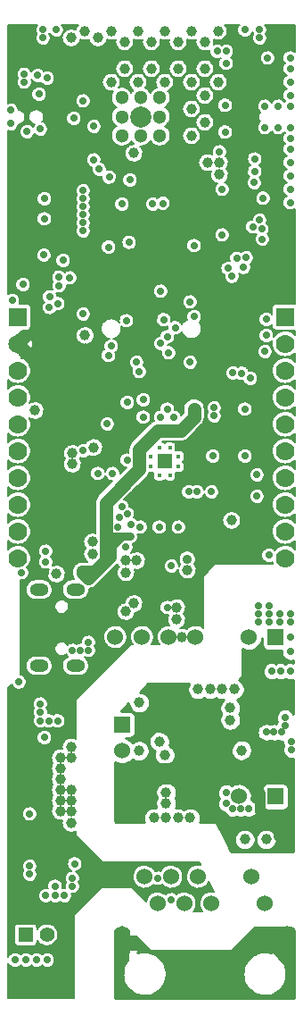
<source format=gbr>
G04 #@! TF.GenerationSoftware,KiCad,Pcbnew,6.0.0-unknown-d3777ea~100~ubuntu18.04.1*
G04 #@! TF.CreationDate,2019-05-24T15:58:07+03:00*
G04 #@! TF.ProjectId,ESP32-PoE-ISO_Rev_C,45535033-322d-4506-9f45-2d49534f5f52,C*
G04 #@! TF.SameCoordinates,Original*
G04 #@! TF.FileFunction,Copper,L3,Inr*
G04 #@! TF.FilePolarity,Positive*
%FSLAX46Y46*%
G04 Gerber Fmt 4.6, Leading zero omitted, Abs format (unit mm)*
G04 Created by KiCad (PCBNEW 6.0.0-unknown-d3777ea~100~ubuntu18.04.1) date 2019-05-24 15:58:07*
%MOMM*%
%LPD*%
G04 APERTURE LIST*
%ADD10C,1.300000*%
%ADD11C,2.000000*%
%ADD12O,1.600000X2.999999*%
%ADD13C,1.524000*%
%ADD14R,1.524000X1.524000*%
%ADD15R,1.400000X1.400000*%
%ADD16C,1.400000*%
%ADD17C,0.800000*%
%ADD18C,1.778000*%
%ADD19R,1.778000X1.778000*%
%ADD20R,0.400000X0.400000*%
%ADD21R,1.422400X1.422400*%
%ADD22O,1.800000X1.200000*%
%ADD23C,0.700000*%
%ADD24C,1.000000*%
%ADD25C,0.900000*%
%ADD26C,1.016000*%
%ADD27C,0.762000*%
%ADD28C,1.270000*%
%ADD29C,0.508000*%
%ADD30C,0.127000*%
%ADD31C,0.254000*%
G04 APERTURE END LIST*
D10*
X104940000Y-104235000D03*
X101340000Y-104235000D03*
X103140000Y-106035000D03*
X103140000Y-102435000D03*
X104940000Y-102435000D03*
X101340000Y-102435000D03*
X104940000Y-106035000D03*
D11*
X103140000Y-104235000D03*
D10*
X101340000Y-106035000D03*
D12*
X117000000Y-182393000D03*
X101400000Y-182393000D03*
D13*
X114915000Y-178793000D03*
X113645000Y-176253000D03*
X109835000Y-178793000D03*
X108565000Y-176253000D03*
X107295000Y-178793000D03*
X106025000Y-176253000D03*
X104755000Y-178793000D03*
X103485000Y-176253000D03*
X113411000Y-153543000D03*
D14*
X115951000Y-153543000D03*
D13*
X108331000Y-153543000D03*
X105791000Y-153543000D03*
X100711000Y-153543000D03*
X103251000Y-153543000D03*
D15*
X92209620Y-181759860D03*
D16*
X94221300Y-181757320D03*
D17*
X108077000Y-163592000D03*
X108077000Y-164592000D03*
X108077000Y-165592000D03*
X109077000Y-163592000D03*
X109077000Y-164592000D03*
X109077000Y-165592000D03*
X110077000Y-164592000D03*
X110077000Y-163592000D03*
X110077000Y-165592000D03*
D13*
X112423000Y-168656000D03*
D14*
X115923000Y-168656000D03*
D13*
X101346000Y-164318000D03*
D14*
X101346000Y-161818000D03*
D18*
X116840000Y-146080000D03*
X116840000Y-143540000D03*
X116840000Y-138460000D03*
X116840000Y-141000000D03*
X116840000Y-135920000D03*
X116840000Y-133380000D03*
D19*
X116840000Y-123220000D03*
D18*
X116840000Y-125760000D03*
X116840000Y-128300000D03*
X116840000Y-130840000D03*
X91440000Y-130840000D03*
X91440000Y-128300000D03*
X91440000Y-125760000D03*
D19*
X91440000Y-123220000D03*
D18*
X91440000Y-133380000D03*
X91440000Y-135920000D03*
X91440000Y-141000000D03*
X91440000Y-138460000D03*
X91440000Y-143540000D03*
X91440000Y-146080000D03*
D20*
X106710000Y-137406000D03*
X106710000Y-136406000D03*
X105910000Y-135606000D03*
X104910000Y-135606000D03*
X104110000Y-136406000D03*
X104110000Y-137406000D03*
X104910000Y-138206000D03*
X105910000Y-138206000D03*
D21*
X105410000Y-136906000D03*
D22*
X93476000Y-149054000D03*
X96946000Y-149054000D03*
X96946000Y-156254000D03*
X93476000Y-156254000D03*
D23*
X96647000Y-177165000D03*
X96647000Y-176403000D03*
X92583000Y-170307000D03*
X92583000Y-175260000D03*
X92583000Y-176022000D03*
D24*
X95123000Y-147574000D03*
X93091000Y-132080000D03*
X107061000Y-153543000D03*
D23*
X105664000Y-150749000D03*
D24*
X106553000Y-151892000D03*
X106553000Y-150749000D03*
X96520000Y-164973000D03*
X95504000Y-164973000D03*
X95504000Y-165989000D03*
X95504000Y-167005000D03*
X95504000Y-168021000D03*
X96520000Y-168021000D03*
D23*
X94996000Y-178054000D03*
X95885000Y-178054000D03*
X94107000Y-178054000D03*
X94996000Y-177165000D03*
X94234000Y-184150000D03*
X92202000Y-184150000D03*
X91186000Y-184150000D03*
X93218000Y-184150000D03*
X96647000Y-154813000D03*
X97409000Y-154813000D03*
X98171000Y-154813000D03*
X98171000Y-154051000D03*
X94424500Y-161480500D03*
X93599000Y-161480500D03*
X93599000Y-159893000D03*
D24*
X96520000Y-171196000D03*
X96520000Y-169037000D03*
X96520000Y-170053000D03*
X95504000Y-169037000D03*
X95504000Y-170053000D03*
X96520000Y-163957000D03*
D23*
X93599000Y-160655000D03*
X91567000Y-157797496D03*
D24*
X111760000Y-142494000D03*
D23*
X115316000Y-145796000D03*
X114173000Y-138176000D03*
X114173000Y-140208000D03*
X106299000Y-132715000D03*
X110109000Y-131826000D03*
X110109000Y-132588000D03*
X101854000Y-141859000D03*
X101346000Y-141224000D03*
X95250000Y-161480500D03*
D24*
X98679000Y-135572500D03*
D23*
X100457000Y-138049000D03*
X99060000Y-138049000D03*
X97663000Y-122936000D03*
X92075000Y-100228400D03*
X92075000Y-100965000D03*
X93472000Y-102108000D03*
X93853000Y-96774000D03*
X114427000Y-96774000D03*
X90805000Y-104902000D03*
X90805000Y-103632000D03*
X90932000Y-121666000D03*
X109855000Y-139785743D03*
X107696000Y-139785743D03*
X108458000Y-139785743D03*
D24*
X96520000Y-96774000D03*
D23*
X95123000Y-96012000D03*
D24*
X109474000Y-108585000D03*
D23*
X115189000Y-98679000D03*
X96393000Y-119507000D03*
X97663000Y-111252000D03*
X97663000Y-112776000D03*
X100076000Y-116600350D03*
X102044500Y-116141500D03*
D24*
X97790000Y-96139000D03*
X100330000Y-96139000D03*
X102870000Y-96139000D03*
X105410000Y-96139000D03*
X107950000Y-96139000D03*
X110490000Y-96139000D03*
D23*
X113030000Y-96012000D03*
X93853000Y-96012000D03*
D24*
X99060000Y-96774000D03*
X101600000Y-97155000D03*
X104140000Y-97155000D03*
X106680000Y-97155000D03*
X109220000Y-97155000D03*
D23*
X114427000Y-96012000D03*
X97663000Y-113538000D03*
X97663000Y-114300000D03*
X97663000Y-115062000D03*
X117348000Y-98679000D03*
X117348000Y-99695000D03*
X117348000Y-100965000D03*
X117348000Y-102235000D03*
X117348000Y-103251000D03*
X117348000Y-105283000D03*
X117348000Y-106299000D03*
X117348000Y-107315000D03*
X117348000Y-108585000D03*
X117348000Y-109855000D03*
X117348000Y-111125000D03*
X117348000Y-112395000D03*
D24*
X100330000Y-100965000D03*
X101600000Y-99695000D03*
X104140000Y-99695000D03*
X106680000Y-99695000D03*
X109220000Y-99695000D03*
X102870000Y-100965000D03*
X105410000Y-100965000D03*
X107950000Y-100965000D03*
X110490000Y-100965000D03*
X109220000Y-102235000D03*
X107950000Y-103505000D03*
X109220000Y-104775000D03*
X107950000Y-106045000D03*
D23*
X116205000Y-103251000D03*
X114935000Y-103251000D03*
X116205000Y-105283000D03*
X114935000Y-105283000D03*
D24*
X110617000Y-108585000D03*
X110617000Y-109728000D03*
D23*
X91948000Y-120142000D03*
D24*
X107569000Y-147193000D03*
D25*
X107569000Y-146177000D03*
D23*
X97663000Y-135890000D03*
X99949000Y-133350000D03*
X91821000Y-147447000D03*
X97663000Y-112014000D03*
D24*
X102489000Y-107696002D03*
X96647000Y-136144000D03*
X96647000Y-137160000D03*
D23*
X93599000Y-105410000D03*
X94477435Y-121303850D03*
X97663000Y-102743000D03*
X110871000Y-111125000D03*
X110871000Y-115442996D03*
X114688913Y-115843128D03*
D24*
X108839000Y-146177000D03*
X108839000Y-147193000D03*
X97790000Y-129413000D03*
X97790000Y-130429000D03*
X97790000Y-131445000D03*
X97790000Y-132461000D03*
X97917000Y-127254000D03*
X97917000Y-126238000D03*
D23*
X97028000Y-129921000D03*
X97028000Y-130937000D03*
X107823000Y-119888000D03*
X107823000Y-120777000D03*
X105410000Y-119888000D03*
X100584000Y-121412000D03*
X100584000Y-122174000D03*
X93281500Y-98044000D03*
D24*
X97155000Y-98044000D03*
D23*
X94043500Y-98044000D03*
D24*
X98171000Y-98044000D03*
D23*
X102743000Y-125603000D03*
X102743000Y-126365000D03*
D24*
X98171000Y-99060000D03*
D23*
X94107000Y-147447000D03*
X98171000Y-101726988D03*
X106712509Y-143129000D03*
X103091479Y-143129000D03*
X96878939Y-175028061D03*
X93980000Y-163067994D03*
X106045000Y-146812000D03*
X104902000Y-143129000D03*
X94107000Y-146431000D03*
X101727000Y-145034000D03*
X100141480Y-109960758D03*
D24*
X97853500Y-124968000D03*
D23*
X93345000Y-100330000D03*
X92329000Y-105664000D03*
X95377000Y-120269000D03*
X111155990Y-105692601D03*
X95367917Y-119442038D03*
X94107000Y-145415000D03*
X102235000Y-142875000D03*
X99187000Y-109219994D03*
X111252000Y-99187000D03*
X111155990Y-103152601D03*
X108204000Y-123190000D03*
X105332150Y-123474968D03*
X94234000Y-100584000D03*
X93980000Y-113919000D03*
X111252000Y-98044000D03*
X106410622Y-124236990D03*
X115062000Y-124968000D03*
X102743000Y-127508000D03*
X94466418Y-122311477D03*
X107823000Y-127508000D03*
X114759018Y-111965009D03*
X107823000Y-121793000D03*
X93929098Y-117348014D03*
X95758000Y-117856000D03*
X108204000Y-116459000D03*
X105029000Y-120777000D03*
X111800119Y-119360801D03*
X112259169Y-117673446D03*
X111887000Y-128523990D03*
X93980000Y-112014000D03*
X112903011Y-118514828D03*
X105791000Y-126619000D03*
X112747155Y-128552845D03*
X113157000Y-117602000D03*
X105226229Y-112447424D03*
X113538000Y-129032000D03*
X105029000Y-125730000D03*
X113918984Y-110490016D03*
X110617000Y-107569000D03*
X108204000Y-131953000D03*
X108204000Y-132715000D03*
X102108000Y-144018000D03*
X98552000Y-147447000D03*
X98044000Y-148082000D03*
X97536000Y-147279360D03*
X101346000Y-112522000D03*
X104267000Y-112522000D03*
X98679000Y-105156000D03*
X98679000Y-108331000D03*
D24*
X117284500Y-172466000D03*
X116268500Y-172466000D03*
X117284500Y-171450000D03*
X102108000Y-165989000D03*
X102108000Y-167005000D03*
X98552000Y-144526000D03*
X98552000Y-145669000D03*
X101727000Y-147447000D03*
X101727000Y-146304000D03*
X102743000Y-146304000D03*
X101727000Y-151130000D03*
X102489000Y-150368000D03*
X113030000Y-172720000D03*
X115062000Y-172720000D03*
D23*
X114622118Y-114876118D03*
X113792000Y-114681000D03*
X110393990Y-98044000D03*
X116840000Y-161163000D03*
X115049300Y-162560000D03*
X115785900Y-162560000D03*
X116522500Y-162560000D03*
X116840000Y-161899600D03*
X101790500Y-123571000D03*
D24*
X105409989Y-164719000D03*
D23*
X100330005Y-125984000D03*
X100076000Y-126873000D03*
X109982000Y-136398000D03*
X105029000Y-132715000D03*
X103378000Y-132715000D03*
X113030000Y-136398000D03*
X102997000Y-128397000D03*
X103378000Y-131064000D03*
X113030000Y-131953000D03*
X102108008Y-110236000D03*
X105664000Y-125095000D03*
X115062000Y-123444000D03*
X95250000Y-121950986D03*
X113982500Y-108250103D03*
X96774000Y-104394000D03*
X114427000Y-114046000D03*
X105664000Y-131953000D03*
X101854000Y-131318000D03*
X101854000Y-136779000D03*
X114935000Y-126492000D03*
X113967984Y-109425000D03*
X111441342Y-118615666D03*
X100965006Y-143129000D03*
X104775000Y-176402960D03*
X106044996Y-178435000D03*
D24*
X112712500Y-164274500D03*
X105537000Y-168275000D03*
X105537000Y-169291000D03*
X104902000Y-163449000D03*
X111633000Y-161417000D03*
X111633000Y-160274000D03*
D23*
X111252000Y-168275000D03*
X111252000Y-169291000D03*
X113411000Y-169799000D03*
X111887000Y-169799000D03*
X112649000Y-169799000D03*
X114300000Y-150622000D03*
X114300000Y-151384000D03*
X115316000Y-152146000D03*
X115316000Y-151384000D03*
X115316000Y-150622000D03*
X116332000Y-152146000D03*
X116332000Y-151384000D03*
X114300000Y-152146000D03*
X117348000Y-151384000D03*
X117348000Y-152146000D03*
X115570000Y-156781500D03*
X116459000Y-156781500D03*
X117348000Y-153543000D03*
X117348000Y-154940000D03*
X117348000Y-156781500D03*
X117475000Y-163449000D03*
X117475000Y-164211000D03*
D24*
X106680000Y-170688000D03*
X105537000Y-170688000D03*
X107823000Y-170688000D03*
X104394000Y-170688000D03*
X112013990Y-158496010D03*
X110871000Y-158496010D03*
X109728000Y-158496000D03*
X108585000Y-158496000D03*
X102997000Y-159766000D03*
X102977000Y-164318000D03*
X106045000Y-184150000D03*
X106045000Y-186690000D03*
X107315000Y-185420000D03*
X108585000Y-184150000D03*
X108585000Y-186690000D03*
X111125000Y-186690000D03*
X117387990Y-187387990D03*
X117387990Y-185420000D03*
X109855000Y-185420000D03*
X111125000Y-184150000D03*
X112395000Y-185420000D03*
X113538000Y-182880000D03*
X114935000Y-182880000D03*
X102870000Y-182880000D03*
X101092000Y-187325000D03*
X101092000Y-185420000D03*
X114935000Y-181483000D03*
D23*
X101092000Y-142240000D03*
D26*
X98552000Y-147447000D02*
X98384360Y-147279360D01*
X98384360Y-147279360D02*
X97536000Y-147279360D01*
D27*
X98044000Y-148082000D02*
X98552000Y-147574000D01*
X98552000Y-147574000D02*
X98552000Y-147447000D01*
D28*
X98552000Y-147447000D02*
X98679000Y-147447000D01*
D27*
X100330000Y-144018000D02*
X100203000Y-144145000D01*
X102108000Y-144018000D02*
X100330000Y-144018000D01*
X101346000Y-144018000D02*
X100203000Y-145161000D01*
D28*
X100203000Y-145923000D02*
X100203000Y-145161000D01*
D27*
X102108000Y-144018000D02*
X101346000Y-144018000D01*
D28*
X100203000Y-145161000D02*
X100203000Y-144145000D01*
X106934000Y-133985000D02*
X108204000Y-132715000D01*
X99822000Y-143764000D02*
X99822000Y-140843000D01*
X99822000Y-140843000D02*
X102997000Y-137668000D01*
X100203000Y-144145000D02*
X99822000Y-143764000D01*
X102997000Y-137668000D02*
X102997000Y-135763000D01*
X102997000Y-135763000D02*
X104775000Y-133985000D01*
X104775000Y-133985000D02*
X106934000Y-133985000D01*
X99822000Y-143764000D02*
X99822000Y-146304000D01*
X98679000Y-147447000D02*
X99631500Y-146494500D01*
X99822000Y-146304000D02*
X99631500Y-146494500D01*
X99631500Y-146494500D02*
X100203000Y-145923000D01*
X108204000Y-132715000D02*
X108204000Y-131953000D01*
D26*
X97536000Y-147574000D02*
X98044000Y-148082000D01*
X97536000Y-147279360D02*
X97536000Y-147574000D01*
D28*
X99504500Y-146621500D02*
X98171000Y-147955000D01*
D26*
X102108000Y-165989000D02*
X102108000Y-167005000D01*
X108077000Y-165608000D02*
X108093000Y-165592000D01*
X108093000Y-165592000D02*
X109077000Y-165592000D01*
X108077000Y-165989000D02*
X108077000Y-165608000D01*
X108077000Y-165592000D02*
X108077000Y-167005000D01*
X108077000Y-167005000D02*
X109093000Y-167005000D01*
X102108000Y-167005000D02*
X108077000Y-167005000D01*
X109093000Y-167005000D02*
X113157000Y-167005000D01*
X116268500Y-171758894D02*
X116268500Y-172466000D01*
X114525999Y-170016393D02*
X116268500Y-171758894D01*
X114525999Y-168373999D02*
X114525999Y-170016393D01*
X113157000Y-167005000D02*
X114525999Y-168373999D01*
X109077000Y-165592000D02*
X111744000Y-165592000D01*
X112395000Y-166243000D02*
X112776000Y-166624000D01*
X109093000Y-166243000D02*
X112395000Y-166243000D01*
X109093000Y-166243000D02*
X109093000Y-165608000D01*
X112776000Y-166624000D02*
X113157000Y-167005000D01*
X109093000Y-167005000D02*
X109093000Y-166243000D01*
X111744000Y-165592000D02*
X112776000Y-166624000D01*
X106823000Y-165592000D02*
X106426000Y-165989000D01*
X108077000Y-165592000D02*
X106823000Y-165592000D01*
X106426000Y-165989000D02*
X108077000Y-165989000D01*
X102108000Y-165989000D02*
X106426000Y-165989000D01*
D27*
X102870000Y-182880000D02*
X102162894Y-182880000D01*
X102162894Y-182880000D02*
X101473000Y-182880000D01*
D26*
X114935000Y-181483000D02*
X117094000Y-181483000D01*
X117094000Y-181483000D02*
X117094000Y-182880000D01*
X117094000Y-182880000D02*
X114935000Y-182880000D01*
X117387990Y-184712894D02*
X117387990Y-185420000D01*
X117387990Y-184534188D02*
X117387990Y-184712894D01*
X115733802Y-182880000D02*
X117387990Y-184534188D01*
X114935000Y-182880000D02*
X115733802Y-182880000D01*
X117387990Y-185420000D02*
X117387990Y-187387990D01*
D29*
X111125000Y-187641990D02*
X111125000Y-186690000D01*
X117133990Y-187641990D02*
X111125000Y-187641990D01*
X117387990Y-187387990D02*
X117133990Y-187641990D01*
X101408990Y-187641990D02*
X101092000Y-187325000D01*
X111125000Y-187641990D02*
X101408990Y-187641990D01*
D26*
X101092000Y-185420000D02*
X101092000Y-181746042D01*
X101092000Y-181746042D02*
X101228042Y-181610000D01*
X101228042Y-181610000D02*
X101346000Y-181610000D01*
X117387990Y-185420000D02*
X117387990Y-181522990D01*
X117348000Y-181483000D02*
X114935000Y-181483000D01*
X117387990Y-181522990D02*
X117348000Y-181483000D01*
D30*
G36*
X93302264Y-95543287D02*
G01*
X93209208Y-95682555D01*
X93150686Y-95839495D01*
X93129839Y-96005689D01*
X93147783Y-96172221D01*
X93203556Y-96330159D01*
X93243820Y-96392755D01*
X93209208Y-96444555D01*
X93150686Y-96601495D01*
X93129839Y-96767689D01*
X93147783Y-96934221D01*
X93203556Y-97092159D01*
X93294168Y-97233030D01*
X93414756Y-97349278D01*
X93558853Y-97434666D01*
X93718728Y-97484615D01*
X93885806Y-97496445D01*
X94051124Y-97469521D01*
X94205815Y-97405288D01*
X94341579Y-97307191D01*
X94451136Y-97180493D01*
X94528606Y-97031989D01*
X94569836Y-96869646D01*
X94571396Y-96690879D01*
X94533006Y-96527841D01*
X94465045Y-96391830D01*
X94486621Y-96350471D01*
X94564168Y-96471030D01*
X94684756Y-96587278D01*
X94828853Y-96672666D01*
X94988728Y-96722615D01*
X95155806Y-96734445D01*
X95321124Y-96707521D01*
X95475815Y-96643288D01*
X95611579Y-96545191D01*
X95721136Y-96418493D01*
X95798606Y-96269989D01*
X95839836Y-96107646D01*
X95841396Y-95928879D01*
X95803006Y-95765841D01*
X95728139Y-95616008D01*
X95646587Y-95518300D01*
X97182044Y-95518300D01*
X97096142Y-95608506D01*
X96998413Y-95769877D01*
X96937615Y-95948469D01*
X96930823Y-96009015D01*
X96844360Y-95963042D01*
X96662652Y-95912308D01*
X96474289Y-95901777D01*
X96288058Y-95931940D01*
X96112649Y-96001389D01*
X95956244Y-96106885D01*
X95826142Y-96243506D01*
X95728413Y-96404877D01*
X95667615Y-96583469D01*
X95646585Y-96770951D01*
X95666305Y-96958575D01*
X95725855Y-97137588D01*
X95822456Y-97299637D01*
X95951601Y-97437163D01*
X96107265Y-97543748D01*
X96282185Y-97614420D01*
X96468201Y-97645883D01*
X96656633Y-97636667D01*
X96838691Y-97587203D01*
X97005880Y-97499798D01*
X97150400Y-97378532D01*
X97265508Y-97229060D01*
X97345835Y-97058358D01*
X97379610Y-96909696D01*
X97552185Y-96979420D01*
X97738201Y-97010883D01*
X97926633Y-97001667D01*
X98108691Y-96952203D01*
X98200586Y-96904161D01*
X98206305Y-96958575D01*
X98265855Y-97137588D01*
X98362456Y-97299637D01*
X98491601Y-97437163D01*
X98647265Y-97543748D01*
X98822185Y-97614420D01*
X99008201Y-97645883D01*
X99196633Y-97636667D01*
X99378691Y-97587203D01*
X99545880Y-97499798D01*
X99690400Y-97378532D01*
X99805508Y-97229060D01*
X99885835Y-97058358D01*
X99919610Y-96909696D01*
X100092185Y-96979420D01*
X100278201Y-97010883D01*
X100466633Y-97001667D01*
X100648691Y-96952203D01*
X100774112Y-96886634D01*
X100747615Y-96964469D01*
X100726585Y-97151951D01*
X100746305Y-97339575D01*
X100805855Y-97518588D01*
X100902456Y-97680637D01*
X101031601Y-97818163D01*
X101187265Y-97924748D01*
X101362185Y-97995420D01*
X101548201Y-98026883D01*
X101736633Y-98017667D01*
X101918691Y-97968203D01*
X102085880Y-97880798D01*
X102230400Y-97759532D01*
X102345508Y-97610060D01*
X102425835Y-97439358D01*
X102467632Y-97255388D01*
X102468311Y-97060671D01*
X102430947Y-96890728D01*
X102457265Y-96908748D01*
X102632185Y-96979420D01*
X102818201Y-97010883D01*
X103006633Y-97001667D01*
X103188691Y-96952203D01*
X103314112Y-96886634D01*
X103287615Y-96964469D01*
X103266585Y-97151951D01*
X103286305Y-97339575D01*
X103345855Y-97518588D01*
X103442456Y-97680637D01*
X103571601Y-97818163D01*
X103727265Y-97924748D01*
X103902185Y-97995420D01*
X104088201Y-98026883D01*
X104276633Y-98017667D01*
X104458691Y-97968203D01*
X104625880Y-97880798D01*
X104770400Y-97759532D01*
X104885508Y-97610060D01*
X104965835Y-97439358D01*
X105007632Y-97255388D01*
X105008311Y-97060671D01*
X104970947Y-96890728D01*
X104997265Y-96908748D01*
X105172185Y-96979420D01*
X105358201Y-97010883D01*
X105546633Y-97001667D01*
X105728691Y-96952203D01*
X105854112Y-96886634D01*
X105827615Y-96964469D01*
X105806585Y-97151951D01*
X105826305Y-97339575D01*
X105885855Y-97518588D01*
X105982456Y-97680637D01*
X106111601Y-97818163D01*
X106267265Y-97924748D01*
X106442185Y-97995420D01*
X106628201Y-98026883D01*
X106816633Y-98017667D01*
X106998691Y-97968203D01*
X107165880Y-97880798D01*
X107310400Y-97759532D01*
X107425508Y-97610060D01*
X107505835Y-97439358D01*
X107547632Y-97255388D01*
X107548311Y-97060671D01*
X107510947Y-96890728D01*
X107537265Y-96908748D01*
X107712185Y-96979420D01*
X107898201Y-97010883D01*
X108086633Y-97001667D01*
X108268691Y-96952203D01*
X108394112Y-96886634D01*
X108367615Y-96964469D01*
X108346585Y-97151951D01*
X108366305Y-97339575D01*
X108425855Y-97518588D01*
X108522456Y-97680637D01*
X108651601Y-97818163D01*
X108807265Y-97924748D01*
X108982185Y-97995420D01*
X109168201Y-98026883D01*
X109356633Y-98017667D01*
X109538691Y-97968203D01*
X109689430Y-97889398D01*
X109670829Y-98037689D01*
X109688773Y-98204221D01*
X109744546Y-98362159D01*
X109835158Y-98503030D01*
X109955746Y-98619278D01*
X110099843Y-98704666D01*
X110259718Y-98754615D01*
X110426796Y-98766445D01*
X110592114Y-98739521D01*
X110746805Y-98675288D01*
X110749713Y-98673187D01*
X110701264Y-98718287D01*
X110608208Y-98857555D01*
X110549686Y-99014495D01*
X110528839Y-99180689D01*
X110546783Y-99347221D01*
X110602556Y-99505159D01*
X110693168Y-99646030D01*
X110813756Y-99762278D01*
X110957853Y-99847666D01*
X111117728Y-99897615D01*
X111284806Y-99909445D01*
X111450124Y-99882521D01*
X111604815Y-99818288D01*
X111740579Y-99720191D01*
X111850136Y-99593493D01*
X111927606Y-99444989D01*
X111968836Y-99282646D01*
X111970396Y-99103879D01*
X111932006Y-98940841D01*
X111857139Y-98791008D01*
X111758384Y-98672689D01*
X114465839Y-98672689D01*
X114483783Y-98839221D01*
X114539556Y-98997159D01*
X114630168Y-99138030D01*
X114750756Y-99254278D01*
X114894853Y-99339666D01*
X115054728Y-99389615D01*
X115221806Y-99401445D01*
X115387124Y-99374521D01*
X115541815Y-99310288D01*
X115677579Y-99212191D01*
X115787136Y-99085493D01*
X115864606Y-98936989D01*
X115905836Y-98774646D01*
X115907396Y-98595879D01*
X115869006Y-98432841D01*
X115794139Y-98283008D01*
X115686810Y-98154417D01*
X115552778Y-98053966D01*
X115399233Y-97987043D01*
X115234409Y-97957238D01*
X115067150Y-97966150D01*
X114906428Y-98013301D01*
X114760863Y-98096162D01*
X114638264Y-98210287D01*
X114545208Y-98349555D01*
X114486686Y-98506495D01*
X114465839Y-98672689D01*
X111758384Y-98672689D01*
X111749810Y-98662417D01*
X111687381Y-98615629D01*
X111740579Y-98577191D01*
X111850136Y-98450493D01*
X111927606Y-98301989D01*
X111968836Y-98139646D01*
X111970396Y-97960879D01*
X111932006Y-97797841D01*
X111857139Y-97648008D01*
X111749810Y-97519417D01*
X111615778Y-97418966D01*
X111462233Y-97352043D01*
X111297409Y-97322238D01*
X111130150Y-97331150D01*
X110969428Y-97378301D01*
X110823863Y-97461162D01*
X110819495Y-97465228D01*
X110757768Y-97418966D01*
X110604223Y-97352043D01*
X110439399Y-97322238D01*
X110272140Y-97331150D01*
X110111418Y-97378301D01*
X110052026Y-97412109D01*
X110087632Y-97255388D01*
X110088311Y-97060671D01*
X110050947Y-96890728D01*
X110077265Y-96908748D01*
X110252185Y-96979420D01*
X110438201Y-97010883D01*
X110626633Y-97001667D01*
X110808691Y-96952203D01*
X110975880Y-96864798D01*
X111120400Y-96743532D01*
X111235508Y-96594060D01*
X111315835Y-96423358D01*
X111357632Y-96239388D01*
X111358311Y-96044671D01*
X111317800Y-95860415D01*
X111238667Y-95689155D01*
X111124605Y-95538884D01*
X111100419Y-95518300D01*
X112506106Y-95518300D01*
X112479264Y-95543287D01*
X112386208Y-95682555D01*
X112327686Y-95839495D01*
X112306839Y-96005689D01*
X112324783Y-96172221D01*
X112380556Y-96330159D01*
X112471168Y-96471030D01*
X112591756Y-96587278D01*
X112735853Y-96672666D01*
X112895728Y-96722615D01*
X113062806Y-96734445D01*
X113228124Y-96707521D01*
X113382815Y-96643288D01*
X113518579Y-96545191D01*
X113628136Y-96418493D01*
X113705606Y-96269989D01*
X113726816Y-96186474D01*
X113777556Y-96330159D01*
X113817820Y-96392755D01*
X113783208Y-96444555D01*
X113724686Y-96601495D01*
X113703839Y-96767689D01*
X113721783Y-96934221D01*
X113777556Y-97092159D01*
X113868168Y-97233030D01*
X113988756Y-97349278D01*
X114132853Y-97434666D01*
X114292728Y-97484615D01*
X114459806Y-97496445D01*
X114625124Y-97469521D01*
X114779815Y-97405288D01*
X114915579Y-97307191D01*
X115025136Y-97180493D01*
X115102606Y-97031989D01*
X115143836Y-96869646D01*
X115145396Y-96690879D01*
X115107006Y-96527841D01*
X115039045Y-96391830D01*
X115102606Y-96269989D01*
X115143836Y-96107646D01*
X115145396Y-95928879D01*
X115107006Y-95765841D01*
X115032139Y-95616008D01*
X114950587Y-95518300D01*
X117781701Y-95518300D01*
X117781701Y-98106370D01*
X117711778Y-98053966D01*
X117558233Y-97987043D01*
X117393409Y-97957238D01*
X117226150Y-97966150D01*
X117065428Y-98013301D01*
X116919863Y-98096162D01*
X116797264Y-98210287D01*
X116704208Y-98349555D01*
X116645686Y-98506495D01*
X116624839Y-98672689D01*
X116642783Y-98839221D01*
X116698556Y-98997159D01*
X116789168Y-99138030D01*
X116839722Y-99186764D01*
X116797264Y-99226287D01*
X116704208Y-99365555D01*
X116645686Y-99522495D01*
X116624839Y-99688689D01*
X116642783Y-99855221D01*
X116698556Y-100013159D01*
X116789168Y-100154030D01*
X116909756Y-100270278D01*
X117011009Y-100330278D01*
X116919863Y-100382162D01*
X116797264Y-100496287D01*
X116704208Y-100635555D01*
X116645686Y-100792495D01*
X116624839Y-100958689D01*
X116642783Y-101125221D01*
X116698556Y-101283159D01*
X116789168Y-101424030D01*
X116909756Y-101540278D01*
X117011009Y-101600278D01*
X116919863Y-101652162D01*
X116797264Y-101766287D01*
X116704208Y-101905555D01*
X116645686Y-102062495D01*
X116624839Y-102228689D01*
X116642783Y-102395221D01*
X116698556Y-102553159D01*
X116789168Y-102694030D01*
X116839722Y-102742764D01*
X116797264Y-102782287D01*
X116776002Y-102814108D01*
X116702810Y-102726417D01*
X116568778Y-102625966D01*
X116415233Y-102559043D01*
X116250409Y-102529238D01*
X116083150Y-102538150D01*
X115922428Y-102585301D01*
X115776863Y-102668162D01*
X115654264Y-102782287D01*
X115568178Y-102911123D01*
X115540139Y-102855008D01*
X115432810Y-102726417D01*
X115298778Y-102625966D01*
X115145233Y-102559043D01*
X114980409Y-102529238D01*
X114813150Y-102538150D01*
X114652428Y-102585301D01*
X114506863Y-102668162D01*
X114384264Y-102782287D01*
X114291208Y-102921555D01*
X114232686Y-103078495D01*
X114211839Y-103244689D01*
X114229783Y-103411221D01*
X114285556Y-103569159D01*
X114376168Y-103710030D01*
X114492380Y-103822059D01*
X114415208Y-103937555D01*
X114356686Y-104094495D01*
X114335839Y-104260689D01*
X114353783Y-104427221D01*
X114409556Y-104585159D01*
X114492268Y-104713748D01*
X114384264Y-104814287D01*
X114291208Y-104953555D01*
X114232686Y-105110495D01*
X114211839Y-105276689D01*
X114229783Y-105443221D01*
X114285556Y-105601159D01*
X114376168Y-105742030D01*
X114496756Y-105858278D01*
X114640853Y-105943666D01*
X114800728Y-105993615D01*
X114967806Y-106005445D01*
X115133124Y-105978521D01*
X115287815Y-105914288D01*
X115423579Y-105816191D01*
X115533136Y-105689493D01*
X115568621Y-105621471D01*
X115646168Y-105742030D01*
X115766756Y-105858278D01*
X115910853Y-105943666D01*
X116070728Y-105993615D01*
X116237806Y-106005445D01*
X116403124Y-105978521D01*
X116557815Y-105914288D01*
X116693579Y-105816191D01*
X116775748Y-105721166D01*
X116789168Y-105742030D01*
X116839722Y-105790764D01*
X116797264Y-105830287D01*
X116704208Y-105969555D01*
X116645686Y-106126495D01*
X116624839Y-106292689D01*
X116642783Y-106459221D01*
X116698556Y-106617159D01*
X116789168Y-106758030D01*
X116839722Y-106806764D01*
X116797264Y-106846287D01*
X116704208Y-106985555D01*
X116645686Y-107142495D01*
X116624839Y-107308689D01*
X116642783Y-107475221D01*
X116698556Y-107633159D01*
X116789168Y-107774030D01*
X116909756Y-107890278D01*
X117011009Y-107950278D01*
X116919863Y-108002162D01*
X116797264Y-108116287D01*
X116704208Y-108255555D01*
X116645686Y-108412495D01*
X116624839Y-108578689D01*
X116642783Y-108745221D01*
X116698556Y-108903159D01*
X116789168Y-109044030D01*
X116909756Y-109160278D01*
X117011009Y-109220278D01*
X116919863Y-109272162D01*
X116797264Y-109386287D01*
X116704208Y-109525555D01*
X116645686Y-109682495D01*
X116624839Y-109848689D01*
X116642783Y-110015221D01*
X116698556Y-110173159D01*
X116789168Y-110314030D01*
X116909756Y-110430278D01*
X117011009Y-110490278D01*
X116919863Y-110542162D01*
X116797264Y-110656287D01*
X116704208Y-110795555D01*
X116645686Y-110952495D01*
X116624839Y-111118689D01*
X116642783Y-111285221D01*
X116698556Y-111443159D01*
X116789168Y-111584030D01*
X116909756Y-111700278D01*
X117011009Y-111760278D01*
X116919863Y-111812162D01*
X116797264Y-111926287D01*
X116704208Y-112065555D01*
X116645686Y-112222495D01*
X116624839Y-112388689D01*
X116642783Y-112555221D01*
X116698556Y-112713159D01*
X116789168Y-112854030D01*
X116909756Y-112970278D01*
X117053853Y-113055666D01*
X117213728Y-113105615D01*
X117380806Y-113117445D01*
X117546124Y-113090521D01*
X117700815Y-113026288D01*
X117781701Y-112967844D01*
X117781701Y-121966401D01*
X117729000Y-121957607D01*
X115951000Y-121957607D01*
X115859337Y-121969033D01*
X115746773Y-122018408D01*
X115656340Y-122101657D01*
X115597838Y-122209759D01*
X115577607Y-122331000D01*
X115577607Y-122940740D01*
X115559810Y-122919417D01*
X115425778Y-122818966D01*
X115272233Y-122752043D01*
X115107409Y-122722238D01*
X114940150Y-122731150D01*
X114779428Y-122778301D01*
X114633863Y-122861162D01*
X114511264Y-122975287D01*
X114418208Y-123114555D01*
X114359686Y-123271495D01*
X114338839Y-123437689D01*
X114356783Y-123604221D01*
X114412556Y-123762159D01*
X114503168Y-123903030D01*
X114623756Y-124019278D01*
X114767853Y-124104666D01*
X114927728Y-124154615D01*
X115094806Y-124166445D01*
X115260124Y-124139521D01*
X115414815Y-124075288D01*
X115550579Y-123977191D01*
X115577607Y-123945934D01*
X115577607Y-124109000D01*
X115589033Y-124200663D01*
X115638408Y-124313227D01*
X115721657Y-124403660D01*
X115829759Y-124462162D01*
X115951000Y-124482393D01*
X117729000Y-124482393D01*
X117781701Y-124475824D01*
X117781701Y-124926662D01*
X117718507Y-124853451D01*
X117544087Y-124712208D01*
X117347411Y-124604085D01*
X117134697Y-124532499D01*
X116912668Y-124499712D01*
X116688342Y-124506762D01*
X116468809Y-124553425D01*
X116261010Y-124638226D01*
X116071511Y-124758486D01*
X115906304Y-124910402D01*
X115773230Y-125085720D01*
X115778836Y-125063646D01*
X115780396Y-124884879D01*
X115742006Y-124721841D01*
X115667139Y-124572008D01*
X115559810Y-124443417D01*
X115425778Y-124342966D01*
X115272233Y-124276043D01*
X115107409Y-124246238D01*
X114940150Y-124255150D01*
X114779428Y-124302301D01*
X114633863Y-124385162D01*
X114511264Y-124499287D01*
X114418208Y-124638555D01*
X114359686Y-124795495D01*
X114338839Y-124961689D01*
X114356783Y-125128221D01*
X114412556Y-125286159D01*
X114503168Y-125427030D01*
X114623756Y-125543278D01*
X114767853Y-125628666D01*
X114927728Y-125678615D01*
X115094806Y-125690445D01*
X115260124Y-125663521D01*
X115414815Y-125599288D01*
X115550579Y-125501191D01*
X115633730Y-125405030D01*
X115603848Y-125504005D01*
X115578052Y-125726955D01*
X115592144Y-125950949D01*
X115645680Y-126168907D01*
X115736967Y-126373941D01*
X115863119Y-126559568D01*
X116020149Y-126719922D01*
X116203094Y-126849934D01*
X116406171Y-126945495D01*
X116622960Y-127003583D01*
X116846610Y-127022364D01*
X117070051Y-127001242D01*
X117286220Y-126940887D01*
X117488285Y-126843205D01*
X117669858Y-126711284D01*
X117781701Y-126594656D01*
X117781701Y-127466662D01*
X117718507Y-127393451D01*
X117544087Y-127252208D01*
X117347411Y-127144085D01*
X117134697Y-127072499D01*
X116912668Y-127039712D01*
X116688342Y-127046762D01*
X116468809Y-127093425D01*
X116261010Y-127178226D01*
X116071511Y-127298486D01*
X115906304Y-127450402D01*
X115770609Y-127629173D01*
X115668717Y-127829147D01*
X115603848Y-128044005D01*
X115578052Y-128266955D01*
X115592144Y-128490949D01*
X115645680Y-128708907D01*
X115736967Y-128913941D01*
X115863119Y-129099568D01*
X116020149Y-129259922D01*
X116203094Y-129389934D01*
X116406171Y-129485495D01*
X116622960Y-129543583D01*
X116846610Y-129562364D01*
X117070051Y-129541242D01*
X117286220Y-129480887D01*
X117488285Y-129383205D01*
X117669858Y-129251284D01*
X117781701Y-129134656D01*
X117781701Y-130006662D01*
X117718507Y-129933451D01*
X117544087Y-129792208D01*
X117347411Y-129684085D01*
X117134697Y-129612499D01*
X116912668Y-129579712D01*
X116688342Y-129586762D01*
X116468809Y-129633425D01*
X116261010Y-129718226D01*
X116071511Y-129838486D01*
X115906304Y-129990402D01*
X115770609Y-130169173D01*
X115668717Y-130369147D01*
X115603848Y-130584005D01*
X115578052Y-130806955D01*
X115592144Y-131030949D01*
X115645680Y-131248907D01*
X115736967Y-131453941D01*
X115863119Y-131639568D01*
X116020149Y-131799922D01*
X116203094Y-131929934D01*
X116406171Y-132025495D01*
X116622960Y-132083583D01*
X116846610Y-132102364D01*
X117070051Y-132081242D01*
X117286220Y-132020887D01*
X117488285Y-131923205D01*
X117669858Y-131791284D01*
X117781701Y-131674656D01*
X117781701Y-132546661D01*
X117718507Y-132473451D01*
X117544087Y-132332208D01*
X117347411Y-132224085D01*
X117134697Y-132152499D01*
X116912668Y-132119712D01*
X116688342Y-132126762D01*
X116468809Y-132173425D01*
X116261010Y-132258226D01*
X116071511Y-132378486D01*
X115906304Y-132530402D01*
X115770609Y-132709173D01*
X115668717Y-132909147D01*
X115603848Y-133124005D01*
X115578052Y-133346955D01*
X115592144Y-133570949D01*
X115645680Y-133788907D01*
X115736967Y-133993941D01*
X115863119Y-134179568D01*
X116020149Y-134339922D01*
X116203094Y-134469934D01*
X116406171Y-134565495D01*
X116622960Y-134623583D01*
X116846610Y-134642364D01*
X117070051Y-134621242D01*
X117286220Y-134560887D01*
X117488285Y-134463205D01*
X117669858Y-134331284D01*
X117781701Y-134214656D01*
X117781701Y-135086661D01*
X117718507Y-135013451D01*
X117544087Y-134872208D01*
X117347411Y-134764085D01*
X117134697Y-134692499D01*
X116912668Y-134659712D01*
X116688342Y-134666762D01*
X116468809Y-134713425D01*
X116261010Y-134798226D01*
X116071511Y-134918486D01*
X115906304Y-135070402D01*
X115770609Y-135249173D01*
X115668717Y-135449147D01*
X115603848Y-135664005D01*
X115578052Y-135886955D01*
X115592144Y-136110949D01*
X115645680Y-136328907D01*
X115736967Y-136533941D01*
X115863119Y-136719568D01*
X116020149Y-136879922D01*
X116203094Y-137009934D01*
X116406171Y-137105495D01*
X116622960Y-137163583D01*
X116846610Y-137182364D01*
X117070051Y-137161242D01*
X117286220Y-137100887D01*
X117488285Y-137003205D01*
X117669858Y-136871284D01*
X117781701Y-136754656D01*
X117781701Y-137626661D01*
X117718507Y-137553451D01*
X117544087Y-137412208D01*
X117347411Y-137304085D01*
X117134697Y-137232499D01*
X116912668Y-137199712D01*
X116688342Y-137206762D01*
X116468809Y-137253425D01*
X116261010Y-137338226D01*
X116071511Y-137458486D01*
X115906304Y-137610402D01*
X115770609Y-137789173D01*
X115668717Y-137989147D01*
X115603848Y-138204005D01*
X115578052Y-138426955D01*
X115592144Y-138650949D01*
X115645680Y-138868907D01*
X115736967Y-139073941D01*
X115863119Y-139259568D01*
X116020149Y-139419922D01*
X116203094Y-139549934D01*
X116406171Y-139645495D01*
X116622960Y-139703583D01*
X116846610Y-139722364D01*
X117070051Y-139701242D01*
X117286220Y-139640887D01*
X117488285Y-139543205D01*
X117669858Y-139411284D01*
X117781701Y-139294656D01*
X117781701Y-140166661D01*
X117718507Y-140093451D01*
X117544087Y-139952208D01*
X117347411Y-139844085D01*
X117134697Y-139772499D01*
X116912668Y-139739712D01*
X116688342Y-139746762D01*
X116468809Y-139793425D01*
X116261010Y-139878226D01*
X116071511Y-139998486D01*
X115906304Y-140150402D01*
X115770609Y-140329173D01*
X115668717Y-140529147D01*
X115603848Y-140744005D01*
X115578052Y-140966955D01*
X115592144Y-141190949D01*
X115645680Y-141408907D01*
X115736967Y-141613941D01*
X115863119Y-141799568D01*
X116020149Y-141959922D01*
X116203094Y-142089934D01*
X116406171Y-142185495D01*
X116622960Y-142243583D01*
X116846610Y-142262364D01*
X117070051Y-142241242D01*
X117286220Y-142180887D01*
X117488285Y-142083205D01*
X117669858Y-141951284D01*
X117781700Y-141834656D01*
X117781700Y-142706661D01*
X117718507Y-142633451D01*
X117544087Y-142492208D01*
X117347411Y-142384085D01*
X117134697Y-142312499D01*
X116912668Y-142279712D01*
X116688342Y-142286762D01*
X116468809Y-142333425D01*
X116261010Y-142418226D01*
X116071511Y-142538486D01*
X115906304Y-142690402D01*
X115770609Y-142869173D01*
X115668717Y-143069147D01*
X115603848Y-143284005D01*
X115578052Y-143506955D01*
X115592144Y-143730949D01*
X115645680Y-143948907D01*
X115736967Y-144153941D01*
X115863119Y-144339568D01*
X116020149Y-144499922D01*
X116203094Y-144629934D01*
X116406171Y-144725495D01*
X116622960Y-144783583D01*
X116846610Y-144802364D01*
X117070051Y-144781242D01*
X117286220Y-144720887D01*
X117488285Y-144623205D01*
X117669858Y-144491284D01*
X117781700Y-144374656D01*
X117781700Y-145246661D01*
X117718507Y-145173451D01*
X117544087Y-145032208D01*
X117347411Y-144924085D01*
X117134697Y-144852499D01*
X116912668Y-144819712D01*
X116688342Y-144826762D01*
X116468809Y-144873425D01*
X116261010Y-144958226D01*
X116071511Y-145078486D01*
X115906304Y-145230402D01*
X115845947Y-145309920D01*
X115813810Y-145271417D01*
X115679778Y-145170966D01*
X115526233Y-145104043D01*
X115361409Y-145074238D01*
X115194150Y-145083150D01*
X115033428Y-145130301D01*
X114887863Y-145213162D01*
X114765264Y-145327287D01*
X114672208Y-145466555D01*
X114613686Y-145623495D01*
X114592839Y-145789689D01*
X114610783Y-145956221D01*
X114666556Y-146114159D01*
X114757168Y-146255030D01*
X114877756Y-146371278D01*
X115021853Y-146456666D01*
X115181728Y-146506615D01*
X115348806Y-146518445D01*
X115514124Y-146491521D01*
X115634087Y-146441708D01*
X115645680Y-146488907D01*
X115704714Y-146621500D01*
X110236000Y-146621500D01*
X110191099Y-146640099D01*
X109073499Y-147757699D01*
X109054900Y-147802600D01*
X109054900Y-152671054D01*
X108900436Y-152560672D01*
X108704409Y-152470716D01*
X108494908Y-152419452D01*
X108279493Y-152408728D01*
X108065937Y-152438931D01*
X107861944Y-152508972D01*
X107674877Y-152616324D01*
X107511484Y-152757112D01*
X107488099Y-152786669D01*
X107385360Y-152732042D01*
X107203652Y-152681308D01*
X107015289Y-152670777D01*
X106902642Y-152689022D01*
X107038880Y-152617798D01*
X107183400Y-152496532D01*
X107298508Y-152347060D01*
X107378835Y-152176358D01*
X107420632Y-151992388D01*
X107421311Y-151797671D01*
X107380800Y-151613415D01*
X107301667Y-151442155D01*
X107209084Y-151320181D01*
X107298508Y-151204060D01*
X107378835Y-151033358D01*
X107420632Y-150849388D01*
X107421311Y-150654671D01*
X107380800Y-150470415D01*
X107301667Y-150299155D01*
X107187605Y-150148884D01*
X107043935Y-150026611D01*
X106877360Y-149938042D01*
X106695652Y-149887308D01*
X106507289Y-149876777D01*
X106321058Y-149906940D01*
X106145649Y-149976389D01*
X105989244Y-150081885D01*
X105972227Y-150099754D01*
X105874233Y-150057043D01*
X105709409Y-150027238D01*
X105542150Y-150036150D01*
X105381428Y-150083301D01*
X105235863Y-150166162D01*
X105113264Y-150280287D01*
X105020208Y-150419555D01*
X104961686Y-150576495D01*
X104940839Y-150742689D01*
X104958783Y-150909221D01*
X105014556Y-151067159D01*
X105105168Y-151208030D01*
X105225756Y-151324278D01*
X105369853Y-151409666D01*
X105529728Y-151459615D01*
X105696806Y-151471445D01*
X105803039Y-151454144D01*
X105761413Y-151522877D01*
X105700615Y-151701469D01*
X105679585Y-151888951D01*
X105699305Y-152076575D01*
X105758855Y-152255588D01*
X105853529Y-152414405D01*
X105739493Y-152408728D01*
X105525937Y-152438931D01*
X105321944Y-152508972D01*
X105134877Y-152616324D01*
X104971484Y-152757112D01*
X104837661Y-152926257D01*
X104738237Y-153117656D01*
X104676800Y-153324403D01*
X104655566Y-153539037D01*
X104675301Y-153753813D01*
X104735294Y-153960984D01*
X104833379Y-154153072D01*
X104902342Y-154241500D01*
X104145024Y-154241500D01*
X104257232Y-154069045D01*
X104338551Y-153869281D01*
X104380628Y-153657743D01*
X104381402Y-153436146D01*
X104340802Y-153224320D01*
X104260880Y-153023992D01*
X104144518Y-152842392D01*
X103995916Y-152686072D01*
X103820436Y-152560672D01*
X103624409Y-152470716D01*
X103414908Y-152419452D01*
X103199493Y-152408728D01*
X102985937Y-152438931D01*
X102781944Y-152508972D01*
X102594877Y-152616324D01*
X102431484Y-152757112D01*
X102297661Y-152926257D01*
X102198237Y-153117656D01*
X102136800Y-153324403D01*
X102115566Y-153539037D01*
X102135301Y-153753813D01*
X102195294Y-153960984D01*
X102293379Y-154153072D01*
X102362342Y-154241500D01*
X102235000Y-154241500D01*
X102190099Y-154260099D01*
X96995799Y-159454399D01*
X96977200Y-159499300D01*
X96977200Y-163216674D01*
X96844360Y-163146042D01*
X96662652Y-163095308D01*
X96474289Y-163084777D01*
X96288058Y-163114940D01*
X96112649Y-163184389D01*
X95956244Y-163289885D01*
X95826142Y-163426506D01*
X95728413Y-163587877D01*
X95667615Y-163766469D01*
X95646585Y-163953951D01*
X95663622Y-164116046D01*
X95646652Y-164111308D01*
X95458289Y-164100777D01*
X95272058Y-164130940D01*
X95096649Y-164200389D01*
X94940244Y-164305885D01*
X94810142Y-164442506D01*
X94712413Y-164603877D01*
X94651615Y-164782469D01*
X94630585Y-164969951D01*
X94650305Y-165157575D01*
X94709855Y-165336588D01*
X94796228Y-165481480D01*
X94712413Y-165619877D01*
X94651615Y-165798469D01*
X94630585Y-165985951D01*
X94650305Y-166173575D01*
X94709855Y-166352588D01*
X94796228Y-166497480D01*
X94712413Y-166635877D01*
X94651615Y-166814469D01*
X94630585Y-167001951D01*
X94650305Y-167189575D01*
X94709855Y-167368588D01*
X94796228Y-167513480D01*
X94712413Y-167651877D01*
X94651615Y-167830469D01*
X94630585Y-168017951D01*
X94650305Y-168205575D01*
X94709855Y-168384588D01*
X94796228Y-168529480D01*
X94712413Y-168667877D01*
X94651615Y-168846469D01*
X94630585Y-169033951D01*
X94650305Y-169221575D01*
X94709855Y-169400588D01*
X94796228Y-169545480D01*
X94712413Y-169683877D01*
X94651615Y-169862469D01*
X94630585Y-170049951D01*
X94650305Y-170237575D01*
X94709855Y-170416588D01*
X94806456Y-170578637D01*
X94935601Y-170716163D01*
X95091265Y-170822748D01*
X95266185Y-170893420D01*
X95452201Y-170924883D01*
X95640633Y-170915667D01*
X95704052Y-170898436D01*
X95667615Y-171005469D01*
X95646585Y-171192951D01*
X95666305Y-171380575D01*
X95725855Y-171559588D01*
X95822456Y-171721637D01*
X95951601Y-171859163D01*
X96107265Y-171965748D01*
X96282185Y-172036420D01*
X96468201Y-172067883D01*
X96656633Y-172058667D01*
X96838691Y-172009203D01*
X96977200Y-171936792D01*
X96977200Y-172326300D01*
X96995799Y-172371201D01*
X99446899Y-174822301D01*
X99491800Y-174840900D01*
X108698037Y-174840900D01*
X108856899Y-175160771D01*
X108728908Y-175129452D01*
X108513493Y-175118728D01*
X108299937Y-175148931D01*
X108095944Y-175218972D01*
X107908877Y-175326324D01*
X107745484Y-175467112D01*
X107611661Y-175636257D01*
X107512237Y-175827656D01*
X107450800Y-176034403D01*
X107429566Y-176249037D01*
X107449301Y-176463813D01*
X107509294Y-176670984D01*
X107607379Y-176863072D01*
X107740017Y-177033147D01*
X107902423Y-177175073D01*
X108088737Y-177283728D01*
X108292235Y-177355191D01*
X108505576Y-177386885D01*
X108721060Y-177377665D01*
X108930914Y-177327864D01*
X109127564Y-177239280D01*
X109303916Y-177115108D01*
X109453605Y-176959829D01*
X109571232Y-176779045D01*
X109611490Y-176680149D01*
X110117197Y-177698397D01*
X109998908Y-177669452D01*
X109783493Y-177658728D01*
X109569937Y-177688931D01*
X109365944Y-177758972D01*
X109178877Y-177866324D01*
X109015484Y-178007112D01*
X108881661Y-178176257D01*
X108782237Y-178367656D01*
X108720800Y-178574403D01*
X108699566Y-178789037D01*
X108719301Y-179003813D01*
X108779294Y-179210984D01*
X108877379Y-179403072D01*
X108964279Y-179514500D01*
X108169462Y-179514500D01*
X108183605Y-179499829D01*
X108301232Y-179319045D01*
X108382551Y-179119281D01*
X108424628Y-178907743D01*
X108425402Y-178686146D01*
X108384802Y-178474320D01*
X108304880Y-178273992D01*
X108188518Y-178092392D01*
X108039916Y-177936072D01*
X107864436Y-177810672D01*
X107668409Y-177720716D01*
X107458908Y-177669452D01*
X107243493Y-177658728D01*
X107029937Y-177688931D01*
X106825944Y-177758972D01*
X106638877Y-177866324D01*
X106561588Y-177932920D01*
X106542806Y-177910417D01*
X106408774Y-177809966D01*
X106255229Y-177743043D01*
X106090405Y-177713238D01*
X105923146Y-177722150D01*
X105762424Y-177769301D01*
X105616859Y-177852162D01*
X105512499Y-177949309D01*
X105499916Y-177936072D01*
X105324436Y-177810672D01*
X105128409Y-177720716D01*
X104918908Y-177669452D01*
X104703493Y-177658728D01*
X104489937Y-177688931D01*
X104285944Y-177758972D01*
X104098877Y-177866324D01*
X103935484Y-178007112D01*
X103801661Y-178176257D01*
X103702237Y-178367656D01*
X103640800Y-178574403D01*
X103637776Y-178604974D01*
X102279901Y-177247099D01*
X102235000Y-177228500D01*
X99441000Y-177228500D01*
X99396099Y-177247099D01*
X96856099Y-179787099D01*
X96837500Y-179832000D01*
X96837500Y-187781700D01*
X90518300Y-187781700D01*
X90518300Y-184416462D01*
X90536556Y-184468159D01*
X90627168Y-184609030D01*
X90747756Y-184725278D01*
X90891853Y-184810666D01*
X91051728Y-184860615D01*
X91218806Y-184872445D01*
X91384124Y-184845521D01*
X91538815Y-184781288D01*
X91674579Y-184683191D01*
X91695273Y-184659260D01*
X91763756Y-184725278D01*
X91907853Y-184810666D01*
X92067728Y-184860615D01*
X92234806Y-184872445D01*
X92400124Y-184845521D01*
X92554815Y-184781288D01*
X92690579Y-184683191D01*
X92711273Y-184659260D01*
X92779756Y-184725278D01*
X92923853Y-184810666D01*
X93083728Y-184860615D01*
X93250806Y-184872445D01*
X93416124Y-184845521D01*
X93570815Y-184781288D01*
X93706579Y-184683191D01*
X93727273Y-184659260D01*
X93795756Y-184725278D01*
X93939853Y-184810666D01*
X94099728Y-184860615D01*
X94266806Y-184872445D01*
X94432124Y-184845521D01*
X94586815Y-184781288D01*
X94722579Y-184683191D01*
X94832136Y-184556493D01*
X94909606Y-184407989D01*
X94950836Y-184245646D01*
X94952396Y-184066879D01*
X94914006Y-183903841D01*
X94839139Y-183754008D01*
X94731810Y-183625417D01*
X94597778Y-183524966D01*
X94444233Y-183458043D01*
X94279409Y-183428238D01*
X94112150Y-183437150D01*
X93951428Y-183484301D01*
X93805863Y-183567162D01*
X93727822Y-183639809D01*
X93715810Y-183625417D01*
X93581778Y-183524966D01*
X93428233Y-183458043D01*
X93263409Y-183428238D01*
X93096150Y-183437150D01*
X92935428Y-183484301D01*
X92789863Y-183567162D01*
X92711822Y-183639809D01*
X92699810Y-183625417D01*
X92565778Y-183524966D01*
X92412233Y-183458043D01*
X92247409Y-183428238D01*
X92080150Y-183437150D01*
X91919428Y-183484301D01*
X91773863Y-183567162D01*
X91695822Y-183639809D01*
X91683810Y-183625417D01*
X91549778Y-183524966D01*
X91396233Y-183458043D01*
X91231409Y-183428238D01*
X91064150Y-183437150D01*
X90903428Y-183484301D01*
X90757863Y-183567162D01*
X90635264Y-183681287D01*
X90542208Y-183820555D01*
X90518300Y-183884670D01*
X90518300Y-181059860D01*
X91136227Y-181059860D01*
X91136227Y-182459860D01*
X91147653Y-182551523D01*
X91197028Y-182664087D01*
X91280277Y-182754520D01*
X91388379Y-182813022D01*
X91509620Y-182833253D01*
X92909620Y-182833253D01*
X93001283Y-182821827D01*
X93113847Y-182772452D01*
X93204280Y-182689203D01*
X93262782Y-182581101D01*
X93283013Y-182459860D01*
X93283013Y-182273563D01*
X93380029Y-182424103D01*
X93525563Y-182574808D01*
X93697598Y-182694375D01*
X93889580Y-182778250D01*
X94094197Y-182823238D01*
X94303655Y-182827625D01*
X94509977Y-182791245D01*
X94705303Y-182715483D01*
X94882194Y-182603225D01*
X95033911Y-182458747D01*
X95154676Y-182287551D01*
X95239889Y-182096159D01*
X95286304Y-181891861D01*
X95289646Y-181652568D01*
X95248953Y-181447053D01*
X95169117Y-181253357D01*
X95053179Y-181078856D01*
X94905555Y-180930198D01*
X94731868Y-180813045D01*
X94538733Y-180731858D01*
X94333508Y-180689732D01*
X94124009Y-180688269D01*
X93918215Y-180727526D01*
X93723966Y-180806008D01*
X93548660Y-180920725D01*
X93398975Y-181067307D01*
X93283013Y-181236665D01*
X93283013Y-181059860D01*
X93271587Y-180968197D01*
X93222212Y-180855633D01*
X93138963Y-180765200D01*
X93030861Y-180706698D01*
X92909620Y-180686467D01*
X91509620Y-180686467D01*
X91417957Y-180697893D01*
X91305393Y-180747268D01*
X91214960Y-180830517D01*
X91156458Y-180938619D01*
X91136227Y-181059860D01*
X90518300Y-181059860D01*
X90518300Y-178047689D01*
X93383839Y-178047689D01*
X93401783Y-178214221D01*
X93457556Y-178372159D01*
X93548168Y-178513030D01*
X93668756Y-178629278D01*
X93812853Y-178714666D01*
X93972728Y-178764615D01*
X94139806Y-178776445D01*
X94305124Y-178749521D01*
X94459815Y-178685288D01*
X94549006Y-178620843D01*
X94557756Y-178629278D01*
X94701853Y-178714666D01*
X94861728Y-178764615D01*
X95028806Y-178776445D01*
X95194124Y-178749521D01*
X95348815Y-178685288D01*
X95438006Y-178620843D01*
X95446756Y-178629278D01*
X95590853Y-178714666D01*
X95750728Y-178764615D01*
X95917806Y-178776445D01*
X96083124Y-178749521D01*
X96237815Y-178685288D01*
X96373579Y-178587191D01*
X96483136Y-178460493D01*
X96560606Y-178311989D01*
X96601836Y-178149646D01*
X96603396Y-177970879D01*
X96582121Y-177880528D01*
X96679806Y-177887445D01*
X96845124Y-177860521D01*
X96999815Y-177796288D01*
X97135579Y-177698191D01*
X97245136Y-177571493D01*
X97322606Y-177422989D01*
X97363836Y-177260646D01*
X97365396Y-177081879D01*
X97327006Y-176918841D01*
X97259045Y-176782830D01*
X97322606Y-176660989D01*
X97363836Y-176498646D01*
X97365396Y-176319879D01*
X97348716Y-176249037D01*
X102349566Y-176249037D01*
X102369301Y-176463813D01*
X102429294Y-176670984D01*
X102527379Y-176863072D01*
X102660017Y-177033147D01*
X102822423Y-177175073D01*
X103008737Y-177283728D01*
X103212235Y-177355191D01*
X103425576Y-177386885D01*
X103641060Y-177377665D01*
X103850914Y-177327864D01*
X104047564Y-177239280D01*
X104223916Y-177115108D01*
X104348914Y-176985442D01*
X104480853Y-177063626D01*
X104640728Y-177113575D01*
X104807806Y-177125405D01*
X104973124Y-177098481D01*
X105127815Y-177034248D01*
X105174544Y-177000484D01*
X105200017Y-177033147D01*
X105362423Y-177175073D01*
X105548737Y-177283728D01*
X105752235Y-177355191D01*
X105965576Y-177386885D01*
X106181060Y-177377665D01*
X106390914Y-177327864D01*
X106587564Y-177239280D01*
X106763916Y-177115108D01*
X106913605Y-176959829D01*
X107031232Y-176779045D01*
X107112551Y-176579281D01*
X107154628Y-176367743D01*
X107155402Y-176146146D01*
X107114802Y-175934320D01*
X107034880Y-175733992D01*
X106918518Y-175552392D01*
X106769916Y-175396072D01*
X106594436Y-175270672D01*
X106398409Y-175180716D01*
X106188908Y-175129452D01*
X105973493Y-175118728D01*
X105759937Y-175148931D01*
X105555944Y-175218972D01*
X105368877Y-175326324D01*
X105205484Y-175467112D01*
X105071661Y-175636257D01*
X105024046Y-175727920D01*
X104985233Y-175711003D01*
X104820409Y-175681198D01*
X104653150Y-175690110D01*
X104495791Y-175736275D01*
X104494880Y-175733992D01*
X104378518Y-175552392D01*
X104229916Y-175396072D01*
X104054436Y-175270672D01*
X103858409Y-175180716D01*
X103648908Y-175129452D01*
X103433493Y-175118728D01*
X103219937Y-175148931D01*
X103015944Y-175218972D01*
X102828877Y-175326324D01*
X102665484Y-175467112D01*
X102531661Y-175636257D01*
X102432237Y-175827656D01*
X102370800Y-176034403D01*
X102349566Y-176249037D01*
X97348716Y-176249037D01*
X97327006Y-176156841D01*
X97252139Y-176007008D01*
X97144810Y-175878417D01*
X97010778Y-175777966D01*
X96937974Y-175746234D01*
X97077063Y-175723582D01*
X97231754Y-175659349D01*
X97367518Y-175561252D01*
X97477075Y-175434554D01*
X97554545Y-175286050D01*
X97595775Y-175123707D01*
X97597335Y-174944940D01*
X97558945Y-174781902D01*
X97484078Y-174632069D01*
X97376749Y-174503478D01*
X97242717Y-174403027D01*
X97089172Y-174336104D01*
X96924348Y-174306299D01*
X96757089Y-174315211D01*
X96596367Y-174362362D01*
X96450802Y-174445223D01*
X96328203Y-174559348D01*
X96235147Y-174698616D01*
X96176625Y-174855556D01*
X96155778Y-175021750D01*
X96173722Y-175188282D01*
X96229495Y-175346220D01*
X96320107Y-175487091D01*
X96440695Y-175603339D01*
X96582075Y-175687117D01*
X96525150Y-175690150D01*
X96364428Y-175737301D01*
X96218863Y-175820162D01*
X96096264Y-175934287D01*
X96003208Y-176073555D01*
X95944686Y-176230495D01*
X95923839Y-176396689D01*
X95941783Y-176563221D01*
X95997556Y-176721159D01*
X96037820Y-176783755D01*
X96003208Y-176835555D01*
X95944686Y-176992495D01*
X95923839Y-177158689D01*
X95941783Y-177325221D01*
X95945206Y-177334914D01*
X95930409Y-177332238D01*
X95763150Y-177341150D01*
X95686694Y-177363580D01*
X95712836Y-177260646D01*
X95714396Y-177081879D01*
X95676006Y-176918841D01*
X95601139Y-176769008D01*
X95493810Y-176640417D01*
X95359778Y-176539966D01*
X95206233Y-176473043D01*
X95041409Y-176443238D01*
X94874150Y-176452150D01*
X94713428Y-176499301D01*
X94567863Y-176582162D01*
X94445264Y-176696287D01*
X94352208Y-176835555D01*
X94293686Y-176992495D01*
X94272839Y-177158689D01*
X94290783Y-177325221D01*
X94302869Y-177359446D01*
X94152409Y-177332238D01*
X93985150Y-177341150D01*
X93824428Y-177388301D01*
X93678863Y-177471162D01*
X93556264Y-177585287D01*
X93463208Y-177724555D01*
X93404686Y-177881495D01*
X93383839Y-178047689D01*
X90518300Y-178047689D01*
X90518300Y-175253689D01*
X91859839Y-175253689D01*
X91877783Y-175420221D01*
X91933556Y-175578159D01*
X91973820Y-175640755D01*
X91939208Y-175692555D01*
X91880686Y-175849495D01*
X91859839Y-176015689D01*
X91877783Y-176182221D01*
X91933556Y-176340159D01*
X92024168Y-176481030D01*
X92144756Y-176597278D01*
X92288853Y-176682666D01*
X92448728Y-176732615D01*
X92615806Y-176744445D01*
X92781124Y-176717521D01*
X92935815Y-176653288D01*
X93071579Y-176555191D01*
X93181136Y-176428493D01*
X93258606Y-176279989D01*
X93299836Y-176117646D01*
X93301396Y-175938879D01*
X93263006Y-175775841D01*
X93195045Y-175639830D01*
X93258606Y-175517989D01*
X93299836Y-175355646D01*
X93301396Y-175176879D01*
X93263006Y-175013841D01*
X93188139Y-174864008D01*
X93080810Y-174735417D01*
X92946778Y-174634966D01*
X92793233Y-174568043D01*
X92628409Y-174538238D01*
X92461150Y-174547150D01*
X92300428Y-174594301D01*
X92154863Y-174677162D01*
X92032264Y-174791287D01*
X91939208Y-174930555D01*
X91880686Y-175087495D01*
X91859839Y-175253689D01*
X90518300Y-175253689D01*
X90518300Y-170300689D01*
X91859839Y-170300689D01*
X91877783Y-170467221D01*
X91933556Y-170625159D01*
X92024168Y-170766030D01*
X92144756Y-170882278D01*
X92288853Y-170967666D01*
X92448728Y-171017615D01*
X92615806Y-171029445D01*
X92781124Y-171002521D01*
X92935815Y-170938288D01*
X93071579Y-170840191D01*
X93181136Y-170713493D01*
X93258606Y-170564989D01*
X93299836Y-170402646D01*
X93301396Y-170223879D01*
X93263006Y-170060841D01*
X93188139Y-169911008D01*
X93080810Y-169782417D01*
X92946778Y-169681966D01*
X92793233Y-169615043D01*
X92628409Y-169585238D01*
X92461150Y-169594150D01*
X92300428Y-169641301D01*
X92154863Y-169724162D01*
X92032264Y-169838287D01*
X91939208Y-169977555D01*
X91880686Y-170134495D01*
X91859839Y-170300689D01*
X90518300Y-170300689D01*
X90518300Y-163061683D01*
X93256839Y-163061683D01*
X93274783Y-163228215D01*
X93330556Y-163386153D01*
X93421168Y-163527024D01*
X93541756Y-163643272D01*
X93685853Y-163728660D01*
X93845728Y-163778609D01*
X94012806Y-163790439D01*
X94178124Y-163763515D01*
X94332815Y-163699282D01*
X94468579Y-163601185D01*
X94578136Y-163474487D01*
X94655606Y-163325983D01*
X94696836Y-163163640D01*
X94698396Y-162984873D01*
X94660006Y-162821835D01*
X94585139Y-162672002D01*
X94477810Y-162543411D01*
X94343778Y-162442960D01*
X94190233Y-162376037D01*
X94025409Y-162346232D01*
X93858150Y-162355144D01*
X93697428Y-162402295D01*
X93551863Y-162485156D01*
X93429264Y-162599281D01*
X93336208Y-162738549D01*
X93277686Y-162895489D01*
X93256839Y-163061683D01*
X90518300Y-163061683D01*
X90518300Y-159886689D01*
X92875839Y-159886689D01*
X92893783Y-160053221D01*
X92949556Y-160211159D01*
X92989820Y-160273755D01*
X92955208Y-160325555D01*
X92896686Y-160482495D01*
X92875839Y-160648689D01*
X92893783Y-160815221D01*
X92949556Y-160973159D01*
X93010631Y-161068109D01*
X92955208Y-161151055D01*
X92896686Y-161307995D01*
X92875839Y-161474189D01*
X92893783Y-161640721D01*
X92949556Y-161798659D01*
X93040168Y-161939530D01*
X93160756Y-162055778D01*
X93304853Y-162141166D01*
X93464728Y-162191115D01*
X93631806Y-162202945D01*
X93797124Y-162176021D01*
X93951815Y-162111788D01*
X94009922Y-162069802D01*
X94130353Y-162141166D01*
X94290228Y-162191115D01*
X94457306Y-162202945D01*
X94622624Y-162176021D01*
X94777315Y-162111788D01*
X94835422Y-162069802D01*
X94955853Y-162141166D01*
X95115728Y-162191115D01*
X95282806Y-162202945D01*
X95448124Y-162176021D01*
X95602815Y-162111788D01*
X95738579Y-162013691D01*
X95848136Y-161886993D01*
X95925606Y-161738489D01*
X95966836Y-161576146D01*
X95968396Y-161397379D01*
X95930006Y-161234341D01*
X95855139Y-161084508D01*
X95747810Y-160955917D01*
X95613778Y-160855466D01*
X95460233Y-160788543D01*
X95295409Y-160758738D01*
X95128150Y-160767650D01*
X94967428Y-160814801D01*
X94834774Y-160890313D01*
X94788278Y-160855466D01*
X94634733Y-160788543D01*
X94469909Y-160758738D01*
X94311639Y-160767171D01*
X94315836Y-160750646D01*
X94317396Y-160571879D01*
X94279006Y-160408841D01*
X94211045Y-160272830D01*
X94274606Y-160150989D01*
X94315836Y-159988646D01*
X94317396Y-159809879D01*
X94279006Y-159646841D01*
X94204139Y-159497008D01*
X94096810Y-159368417D01*
X93962778Y-159267966D01*
X93809233Y-159201043D01*
X93644409Y-159171238D01*
X93477150Y-159180150D01*
X93316428Y-159227301D01*
X93170863Y-159310162D01*
X93048264Y-159424287D01*
X92955208Y-159563555D01*
X92896686Y-159720495D01*
X92875839Y-159886689D01*
X90518300Y-159886689D01*
X90518300Y-158352554D01*
X90875185Y-157995669D01*
X90917556Y-158115655D01*
X91008168Y-158256526D01*
X91128756Y-158372774D01*
X91272853Y-158458162D01*
X91432728Y-158508111D01*
X91599806Y-158519941D01*
X91765124Y-158493017D01*
X91919815Y-158428784D01*
X92055579Y-158330687D01*
X92165136Y-158203989D01*
X92242606Y-158055485D01*
X92283836Y-157893142D01*
X92285396Y-157714375D01*
X92247006Y-157551337D01*
X92172139Y-157401504D01*
X92064810Y-157272913D01*
X91930778Y-157172462D01*
X91777233Y-157105539D01*
X91706695Y-157092784D01*
X91720448Y-157046799D01*
X91718300Y-156992132D01*
X91718300Y-156301545D01*
X92203869Y-156301545D01*
X92233285Y-156496048D01*
X92301210Y-156680664D01*
X92404870Y-156847850D01*
X92540030Y-156990778D01*
X92701170Y-157103609D01*
X92881706Y-157181734D01*
X93143747Y-157222300D01*
X93825156Y-157222300D01*
X93971708Y-157207414D01*
X94159421Y-157148588D01*
X94331472Y-157053219D01*
X94480831Y-156925202D01*
X94601399Y-156769767D01*
X94688250Y-156593263D01*
X94737836Y-156402900D01*
X94748131Y-156206455D01*
X94718715Y-156011952D01*
X94650790Y-155827336D01*
X94547130Y-155660150D01*
X94411970Y-155517222D01*
X94250830Y-155404391D01*
X94070294Y-155326266D01*
X93808253Y-155285700D01*
X93126844Y-155285700D01*
X92980292Y-155300586D01*
X92792579Y-155359412D01*
X92620528Y-155454781D01*
X92471169Y-155582798D01*
X92350601Y-155738233D01*
X92263750Y-155914737D01*
X92214164Y-156105100D01*
X92203869Y-156301545D01*
X91718300Y-156301545D01*
X91718300Y-154727874D01*
X94956858Y-154727874D01*
X94993794Y-154885354D01*
X95067229Y-155029478D01*
X95172923Y-155151926D01*
X95304773Y-155245627D01*
X95455168Y-155305172D01*
X95615426Y-155327125D01*
X95776294Y-155310217D01*
X95928485Y-155255425D01*
X96032875Y-155186068D01*
X96088168Y-155272030D01*
X96208756Y-155388278D01*
X96209600Y-155388778D01*
X96090528Y-155454781D01*
X95941169Y-155582798D01*
X95820601Y-155738233D01*
X95733750Y-155914737D01*
X95684164Y-156105100D01*
X95673869Y-156301545D01*
X95703285Y-156496048D01*
X95771210Y-156680664D01*
X95874870Y-156847850D01*
X96010030Y-156990778D01*
X96171170Y-157103609D01*
X96351706Y-157181734D01*
X96613747Y-157222300D01*
X97295156Y-157222300D01*
X97441708Y-157207414D01*
X97629421Y-157148588D01*
X97801472Y-157053219D01*
X97950831Y-156925202D01*
X98071399Y-156769767D01*
X98158250Y-156593263D01*
X98207836Y-156402900D01*
X98218131Y-156206455D01*
X98188715Y-156011952D01*
X98120790Y-155827336D01*
X98017130Y-155660150D01*
X97881970Y-155517222D01*
X97769686Y-155438600D01*
X97791311Y-155422976D01*
X97876853Y-155473666D01*
X98036728Y-155523615D01*
X98203806Y-155535445D01*
X98369124Y-155508521D01*
X98523815Y-155444288D01*
X98659579Y-155346191D01*
X98769136Y-155219493D01*
X98846606Y-155070989D01*
X98887836Y-154908646D01*
X98889396Y-154729879D01*
X98851006Y-154566841D01*
X98783045Y-154430830D01*
X98846606Y-154308989D01*
X98887836Y-154146646D01*
X98889396Y-153967879D01*
X98851006Y-153804841D01*
X98776139Y-153655008D01*
X98679344Y-153539037D01*
X99575566Y-153539037D01*
X99595301Y-153753813D01*
X99655294Y-153960984D01*
X99753379Y-154153072D01*
X99886017Y-154323147D01*
X100048423Y-154465073D01*
X100234737Y-154573728D01*
X100438235Y-154645191D01*
X100651576Y-154676885D01*
X100867060Y-154667665D01*
X101076914Y-154617864D01*
X101273564Y-154529280D01*
X101449916Y-154405108D01*
X101599605Y-154249829D01*
X101717232Y-154069045D01*
X101798551Y-153869281D01*
X101840628Y-153657743D01*
X101841402Y-153436146D01*
X101800802Y-153224320D01*
X101720880Y-153023992D01*
X101604518Y-152842392D01*
X101455916Y-152686072D01*
X101280436Y-152560672D01*
X101084409Y-152470716D01*
X100874908Y-152419452D01*
X100659493Y-152408728D01*
X100445937Y-152438931D01*
X100241944Y-152508972D01*
X100054877Y-152616324D01*
X99891484Y-152757112D01*
X99757661Y-152926257D01*
X99658237Y-153117656D01*
X99596800Y-153324403D01*
X99575566Y-153539037D01*
X98679344Y-153539037D01*
X98668810Y-153526417D01*
X98534778Y-153425966D01*
X98381233Y-153359043D01*
X98216409Y-153329238D01*
X98049150Y-153338150D01*
X97888428Y-153385301D01*
X97742863Y-153468162D01*
X97620264Y-153582287D01*
X97527208Y-153721555D01*
X97468686Y-153878495D01*
X97447839Y-154044689D01*
X97452864Y-154091320D01*
X97287150Y-154100150D01*
X97126428Y-154147301D01*
X97029863Y-154202269D01*
X97010778Y-154187966D01*
X96857233Y-154121043D01*
X96692409Y-154091238D01*
X96525150Y-154100150D01*
X96364428Y-154147301D01*
X96218863Y-154230162D01*
X96177368Y-154268789D01*
X96073838Y-154151357D01*
X95941014Y-154059042D01*
X95790004Y-154001074D01*
X95629525Y-153980801D01*
X95468843Y-153999393D01*
X95317233Y-154055776D01*
X95183450Y-154146695D01*
X95075215Y-154266902D01*
X94998778Y-154409456D01*
X94958551Y-154566129D01*
X94956858Y-154727874D01*
X91718300Y-154727874D01*
X91718300Y-150727874D01*
X94956858Y-150727874D01*
X94993794Y-150885354D01*
X95067229Y-151029478D01*
X95172923Y-151151926D01*
X95304773Y-151245627D01*
X95455168Y-151305172D01*
X95615426Y-151327125D01*
X95776294Y-151310217D01*
X95928485Y-151255425D01*
X96063214Y-151165911D01*
X96099039Y-151126951D01*
X100853585Y-151126951D01*
X100873305Y-151314575D01*
X100932855Y-151493588D01*
X101029456Y-151655637D01*
X101158601Y-151793163D01*
X101314265Y-151899748D01*
X101489185Y-151970420D01*
X101675201Y-152001883D01*
X101863633Y-151992667D01*
X102045691Y-151943203D01*
X102212880Y-151855798D01*
X102357400Y-151734532D01*
X102472508Y-151585060D01*
X102552835Y-151414358D01*
X102594220Y-151232203D01*
X102625633Y-151230667D01*
X102807691Y-151181203D01*
X102974880Y-151093798D01*
X103119400Y-150972532D01*
X103234508Y-150823060D01*
X103314835Y-150652358D01*
X103356632Y-150468388D01*
X103357311Y-150273671D01*
X103316800Y-150089415D01*
X103237667Y-149918155D01*
X103123605Y-149767884D01*
X102979935Y-149645611D01*
X102813360Y-149557042D01*
X102631652Y-149506308D01*
X102443289Y-149495777D01*
X102257058Y-149525940D01*
X102081649Y-149595389D01*
X101925244Y-149700885D01*
X101795142Y-149837506D01*
X101697413Y-149998877D01*
X101636615Y-150177469D01*
X101626613Y-150266633D01*
X101495058Y-150287940D01*
X101319649Y-150357389D01*
X101163244Y-150462885D01*
X101033142Y-150599506D01*
X100935413Y-150760877D01*
X100874615Y-150939469D01*
X100853585Y-151126951D01*
X96099039Y-151126951D01*
X96172701Y-151046845D01*
X96250627Y-150905098D01*
X96292492Y-150748856D01*
X96294332Y-150573123D01*
X96255748Y-150416038D01*
X96180808Y-150272691D01*
X96073838Y-150151357D01*
X95941014Y-150059042D01*
X95790004Y-150001074D01*
X95629525Y-149980801D01*
X95468843Y-149999393D01*
X95317233Y-150055776D01*
X95183450Y-150146695D01*
X95075215Y-150266902D01*
X94998778Y-150409456D01*
X94958551Y-150566129D01*
X94956858Y-150727874D01*
X91718300Y-150727874D01*
X91718300Y-149101545D01*
X92203869Y-149101545D01*
X92233285Y-149296048D01*
X92301210Y-149480664D01*
X92404870Y-149647850D01*
X92540030Y-149790778D01*
X92701170Y-149903609D01*
X92881706Y-149981734D01*
X93143747Y-150022300D01*
X93825156Y-150022300D01*
X93971708Y-150007414D01*
X94159421Y-149948588D01*
X94331472Y-149853219D01*
X94480831Y-149725202D01*
X94601399Y-149569767D01*
X94688250Y-149393263D01*
X94737836Y-149202900D01*
X94743147Y-149101545D01*
X95673869Y-149101545D01*
X95703285Y-149296048D01*
X95771210Y-149480664D01*
X95874870Y-149647850D01*
X96010030Y-149790778D01*
X96171170Y-149903609D01*
X96351706Y-149981734D01*
X96613747Y-150022300D01*
X97295156Y-150022300D01*
X97441708Y-150007414D01*
X97629421Y-149948588D01*
X97801472Y-149853219D01*
X97950831Y-149725202D01*
X98071399Y-149569767D01*
X98158250Y-149393263D01*
X98207836Y-149202900D01*
X98218131Y-149006455D01*
X98211078Y-148959822D01*
X98244858Y-148960766D01*
X98445587Y-148925371D01*
X98635099Y-148850338D01*
X98856807Y-148688073D01*
X99361084Y-148183797D01*
X99409308Y-148142463D01*
X99433135Y-148111745D01*
X100249958Y-147294923D01*
X100249962Y-147294918D01*
X100521226Y-147023654D01*
X100585410Y-146962958D01*
X100593557Y-146951323D01*
X100902226Y-146642654D01*
X100919216Y-146626587D01*
X100932855Y-146667588D01*
X101029456Y-146829637D01*
X101072359Y-146875324D01*
X101033142Y-146916506D01*
X100935413Y-147077877D01*
X100874615Y-147256469D01*
X100853585Y-147443951D01*
X100873305Y-147631575D01*
X100932855Y-147810588D01*
X101029456Y-147972637D01*
X101158601Y-148110163D01*
X101314265Y-148216748D01*
X101489185Y-148287420D01*
X101675201Y-148318883D01*
X101863633Y-148309667D01*
X102045691Y-148260203D01*
X102212880Y-148172798D01*
X102357400Y-148051532D01*
X102472508Y-147902060D01*
X102552835Y-147731358D01*
X102594632Y-147547388D01*
X102595311Y-147352671D01*
X102554800Y-147168415D01*
X102546979Y-147151489D01*
X102691201Y-147175883D01*
X102879633Y-147166667D01*
X103061691Y-147117203D01*
X103228880Y-147029798D01*
X103373400Y-146908532D01*
X103452599Y-146805689D01*
X105321839Y-146805689D01*
X105339783Y-146972221D01*
X105395556Y-147130159D01*
X105486168Y-147271030D01*
X105606756Y-147387278D01*
X105750853Y-147472666D01*
X105910728Y-147522615D01*
X106077806Y-147534445D01*
X106243124Y-147507521D01*
X106397815Y-147443288D01*
X106533579Y-147345191D01*
X106643136Y-147218493D01*
X106705873Y-147098230D01*
X106695585Y-147189951D01*
X106715305Y-147377575D01*
X106774855Y-147556588D01*
X106871456Y-147718637D01*
X107000601Y-147856163D01*
X107156265Y-147962748D01*
X107331185Y-148033420D01*
X107517201Y-148064883D01*
X107705633Y-148055667D01*
X107887691Y-148006203D01*
X108054880Y-147918798D01*
X108199400Y-147797532D01*
X108314508Y-147648060D01*
X108394835Y-147477358D01*
X108436632Y-147293388D01*
X108437311Y-147098671D01*
X108396800Y-146914415D01*
X108317667Y-146743155D01*
X108243833Y-146645883D01*
X108254891Y-146632705D01*
X108338807Y-146469422D01*
X108384463Y-146291606D01*
X108387345Y-146085208D01*
X108346672Y-145906186D01*
X108267348Y-145740624D01*
X108153315Y-145596750D01*
X108010241Y-145481715D01*
X107845237Y-145401237D01*
X107666503Y-145359316D01*
X107482923Y-145358034D01*
X107303622Y-145397456D01*
X107137510Y-145475622D01*
X106992843Y-145588648D01*
X106876813Y-145730916D01*
X106795185Y-145895354D01*
X106752016Y-146073791D01*
X106749453Y-146257357D01*
X106787622Y-146436930D01*
X106864627Y-146603583D01*
X106894417Y-146642266D01*
X106875142Y-146662506D01*
X106777413Y-146823877D01*
X106762176Y-146868634D01*
X106763396Y-146728879D01*
X106725006Y-146565841D01*
X106650139Y-146416008D01*
X106542810Y-146287417D01*
X106408778Y-146186966D01*
X106255233Y-146120043D01*
X106090409Y-146090238D01*
X105923150Y-146099150D01*
X105762428Y-146146301D01*
X105616863Y-146229162D01*
X105494264Y-146343287D01*
X105401208Y-146482555D01*
X105342686Y-146639495D01*
X105321839Y-146805689D01*
X103452599Y-146805689D01*
X103488508Y-146759060D01*
X103568835Y-146588358D01*
X103610632Y-146404388D01*
X103611311Y-146209671D01*
X103570800Y-146025415D01*
X103491667Y-145854155D01*
X103377605Y-145703884D01*
X103233935Y-145581611D01*
X103067360Y-145493042D01*
X102885652Y-145442308D01*
X102697289Y-145431777D01*
X102511058Y-145461940D01*
X102335649Y-145531389D01*
X102237060Y-145597888D01*
X102217935Y-145581611D01*
X102205081Y-145574776D01*
X102215579Y-145567191D01*
X102325136Y-145440493D01*
X102402606Y-145291989D01*
X102443836Y-145129646D01*
X102445396Y-144950879D01*
X102407006Y-144787841D01*
X102372656Y-144719096D01*
X102445789Y-144692550D01*
X102591910Y-144596749D01*
X102712072Y-144469903D01*
X102799830Y-144318816D01*
X102850477Y-144151593D01*
X102861296Y-143977203D01*
X102831706Y-143805002D01*
X102829450Y-143799701D01*
X102957207Y-143839615D01*
X103124285Y-143851445D01*
X103289603Y-143824521D01*
X103444294Y-143760288D01*
X103580058Y-143662191D01*
X103689615Y-143535493D01*
X103767085Y-143386989D01*
X103808315Y-143224646D01*
X103809204Y-143122689D01*
X104178839Y-143122689D01*
X104196783Y-143289221D01*
X104252556Y-143447159D01*
X104343168Y-143588030D01*
X104463756Y-143704278D01*
X104607853Y-143789666D01*
X104767728Y-143839615D01*
X104934806Y-143851445D01*
X105100124Y-143824521D01*
X105254815Y-143760288D01*
X105390579Y-143662191D01*
X105500136Y-143535493D01*
X105577606Y-143386989D01*
X105618836Y-143224646D01*
X105619725Y-143122689D01*
X105989348Y-143122689D01*
X106007292Y-143289221D01*
X106063065Y-143447159D01*
X106153677Y-143588030D01*
X106274265Y-143704278D01*
X106418362Y-143789666D01*
X106578237Y-143839615D01*
X106745315Y-143851445D01*
X106910633Y-143824521D01*
X107065324Y-143760288D01*
X107201088Y-143662191D01*
X107310645Y-143535493D01*
X107388115Y-143386989D01*
X107429345Y-143224646D01*
X107430905Y-143045879D01*
X107392515Y-142882841D01*
X107317648Y-142733008D01*
X107210319Y-142604417D01*
X107076287Y-142503966D01*
X107046426Y-142490951D01*
X110886585Y-142490951D01*
X110906305Y-142678575D01*
X110965855Y-142857588D01*
X111062456Y-143019637D01*
X111191601Y-143157163D01*
X111347265Y-143263748D01*
X111522185Y-143334420D01*
X111708201Y-143365883D01*
X111896633Y-143356667D01*
X112078691Y-143307203D01*
X112245880Y-143219798D01*
X112390400Y-143098532D01*
X112505508Y-142949060D01*
X112585835Y-142778358D01*
X112627632Y-142594388D01*
X112628311Y-142399671D01*
X112587800Y-142215415D01*
X112508667Y-142044155D01*
X112394605Y-141893884D01*
X112250935Y-141771611D01*
X112084360Y-141683042D01*
X111902652Y-141632308D01*
X111714289Y-141621777D01*
X111528058Y-141651940D01*
X111352649Y-141721389D01*
X111196244Y-141826885D01*
X111066142Y-141963506D01*
X110968413Y-142124877D01*
X110907615Y-142303469D01*
X110886585Y-142490951D01*
X107046426Y-142490951D01*
X106922742Y-142437043D01*
X106757918Y-142407238D01*
X106590659Y-142416150D01*
X106429937Y-142463301D01*
X106284372Y-142546162D01*
X106161773Y-142660287D01*
X106068717Y-142799555D01*
X106010195Y-142956495D01*
X105989348Y-143122689D01*
X105619725Y-143122689D01*
X105620396Y-143045879D01*
X105582006Y-142882841D01*
X105507139Y-142733008D01*
X105399810Y-142604417D01*
X105265778Y-142503966D01*
X105112233Y-142437043D01*
X104947409Y-142407238D01*
X104780150Y-142416150D01*
X104619428Y-142463301D01*
X104473863Y-142546162D01*
X104351264Y-142660287D01*
X104258208Y-142799555D01*
X104199686Y-142956495D01*
X104178839Y-143122689D01*
X103809204Y-143122689D01*
X103809875Y-143045879D01*
X103771485Y-142882841D01*
X103696618Y-142733008D01*
X103589289Y-142604417D01*
X103455257Y-142503966D01*
X103301712Y-142437043D01*
X103136888Y-142407238D01*
X102969629Y-142416150D01*
X102823465Y-142459030D01*
X102732810Y-142350417D01*
X102598778Y-142249966D01*
X102485901Y-142200768D01*
X102529606Y-142116989D01*
X102570836Y-141954646D01*
X102572396Y-141775879D01*
X102534006Y-141612841D01*
X102459139Y-141463008D01*
X102351810Y-141334417D01*
X102217778Y-141233966D01*
X102064233Y-141167043D01*
X102064168Y-141167031D01*
X102064396Y-141140879D01*
X102026006Y-140977841D01*
X101951139Y-140828008D01*
X101843810Y-140699417D01*
X101709778Y-140598966D01*
X101556233Y-140532043D01*
X101552510Y-140531370D01*
X102304448Y-139779432D01*
X106972839Y-139779432D01*
X106990783Y-139945964D01*
X107046556Y-140103902D01*
X107137168Y-140244773D01*
X107257756Y-140361021D01*
X107401853Y-140446409D01*
X107561728Y-140496358D01*
X107728806Y-140508188D01*
X107894124Y-140481264D01*
X108048815Y-140417031D01*
X108078311Y-140395719D01*
X108163853Y-140446409D01*
X108323728Y-140496358D01*
X108490806Y-140508188D01*
X108656124Y-140481264D01*
X108810815Y-140417031D01*
X108946579Y-140318934D01*
X109056136Y-140192236D01*
X109133606Y-140043732D01*
X109154816Y-139960217D01*
X109205556Y-140103902D01*
X109296168Y-140244773D01*
X109416756Y-140361021D01*
X109560853Y-140446409D01*
X109720728Y-140496358D01*
X109887806Y-140508188D01*
X110053124Y-140481264D01*
X110207815Y-140417031D01*
X110343579Y-140318934D01*
X110444961Y-140201689D01*
X113449839Y-140201689D01*
X113467783Y-140368221D01*
X113523556Y-140526159D01*
X113614168Y-140667030D01*
X113734756Y-140783278D01*
X113878853Y-140868666D01*
X114038728Y-140918615D01*
X114205806Y-140930445D01*
X114371124Y-140903521D01*
X114525815Y-140839288D01*
X114661579Y-140741191D01*
X114771136Y-140614493D01*
X114848606Y-140465989D01*
X114889836Y-140303646D01*
X114891396Y-140124879D01*
X114853006Y-139961841D01*
X114778139Y-139812008D01*
X114670810Y-139683417D01*
X114536778Y-139582966D01*
X114383233Y-139516043D01*
X114218409Y-139486238D01*
X114051150Y-139495150D01*
X113890428Y-139542301D01*
X113744863Y-139625162D01*
X113622264Y-139739287D01*
X113529208Y-139878555D01*
X113470686Y-140035495D01*
X113449839Y-140201689D01*
X110444961Y-140201689D01*
X110453136Y-140192236D01*
X110530606Y-140043732D01*
X110571836Y-139881389D01*
X110573396Y-139702622D01*
X110535006Y-139539584D01*
X110460139Y-139389751D01*
X110352810Y-139261160D01*
X110218778Y-139160709D01*
X110065233Y-139093786D01*
X109900409Y-139063981D01*
X109733150Y-139072893D01*
X109572428Y-139120044D01*
X109426863Y-139202905D01*
X109304264Y-139317030D01*
X109211208Y-139456298D01*
X109154318Y-139608861D01*
X109138006Y-139539584D01*
X109063139Y-139389751D01*
X108955810Y-139261160D01*
X108821778Y-139160709D01*
X108668233Y-139093786D01*
X108503409Y-139063981D01*
X108336150Y-139072893D01*
X108175428Y-139120044D01*
X108078863Y-139175012D01*
X108059778Y-139160709D01*
X107906233Y-139093786D01*
X107741409Y-139063981D01*
X107574150Y-139072893D01*
X107413428Y-139120044D01*
X107267863Y-139202905D01*
X107145264Y-139317030D01*
X107052208Y-139456298D01*
X106993686Y-139613238D01*
X106972839Y-139779432D01*
X102304448Y-139779432D01*
X103696244Y-138387637D01*
X103760410Y-138326958D01*
X103797763Y-138273612D01*
X103838922Y-138223146D01*
X103856078Y-138190329D01*
X103877319Y-138159994D01*
X103903185Y-138100222D01*
X103933353Y-138042515D01*
X103943560Y-138006921D01*
X103955472Y-137979393D01*
X104310000Y-137979393D01*
X104341706Y-137975441D01*
X104336607Y-138006000D01*
X104336607Y-138406000D01*
X104348033Y-138497663D01*
X104397408Y-138610227D01*
X104480657Y-138700660D01*
X104588759Y-138759162D01*
X104710000Y-138779393D01*
X105110000Y-138779393D01*
X105201663Y-138767967D01*
X105314227Y-138718592D01*
X105404660Y-138635343D01*
X105410535Y-138624487D01*
X105480657Y-138700660D01*
X105588759Y-138759162D01*
X105710000Y-138779393D01*
X106110000Y-138779393D01*
X106201663Y-138767967D01*
X106314227Y-138718592D01*
X106404660Y-138635343D01*
X106463162Y-138527241D01*
X106483393Y-138406000D01*
X106483393Y-138169689D01*
X113449839Y-138169689D01*
X113467783Y-138336221D01*
X113523556Y-138494159D01*
X113614168Y-138635030D01*
X113734756Y-138751278D01*
X113878853Y-138836666D01*
X114038728Y-138886615D01*
X114205806Y-138898445D01*
X114371124Y-138871521D01*
X114525815Y-138807288D01*
X114661579Y-138709191D01*
X114771136Y-138582493D01*
X114848606Y-138433989D01*
X114889836Y-138271646D01*
X114891396Y-138092879D01*
X114853006Y-137929841D01*
X114778139Y-137780008D01*
X114670810Y-137651417D01*
X114536778Y-137550966D01*
X114383233Y-137484043D01*
X114218409Y-137454238D01*
X114051150Y-137463150D01*
X113890428Y-137510301D01*
X113744863Y-137593162D01*
X113622264Y-137707287D01*
X113529208Y-137846555D01*
X113470686Y-138003495D01*
X113449839Y-138169689D01*
X106483393Y-138169689D01*
X106483393Y-138006000D01*
X106479441Y-137974294D01*
X106510000Y-137979393D01*
X106910000Y-137979393D01*
X107001663Y-137967967D01*
X107114227Y-137918592D01*
X107204660Y-137835343D01*
X107263162Y-137727241D01*
X107283393Y-137606000D01*
X107283393Y-137206000D01*
X107271967Y-137114337D01*
X107222592Y-137001773D01*
X107139343Y-136911340D01*
X107128487Y-136905465D01*
X107204660Y-136835343D01*
X107263162Y-136727241D01*
X107283393Y-136606000D01*
X107283393Y-136391689D01*
X109258839Y-136391689D01*
X109276783Y-136558221D01*
X109332556Y-136716159D01*
X109423168Y-136857030D01*
X109543756Y-136973278D01*
X109687853Y-137058666D01*
X109847728Y-137108615D01*
X110014806Y-137120445D01*
X110180124Y-137093521D01*
X110334815Y-137029288D01*
X110470579Y-136931191D01*
X110580136Y-136804493D01*
X110657606Y-136655989D01*
X110698836Y-136493646D01*
X110699725Y-136391689D01*
X112306839Y-136391689D01*
X112324783Y-136558221D01*
X112380556Y-136716159D01*
X112471168Y-136857030D01*
X112591756Y-136973278D01*
X112735853Y-137058666D01*
X112895728Y-137108615D01*
X113062806Y-137120445D01*
X113228124Y-137093521D01*
X113382815Y-137029288D01*
X113518579Y-136931191D01*
X113628136Y-136804493D01*
X113705606Y-136655989D01*
X113746836Y-136493646D01*
X113748396Y-136314879D01*
X113710006Y-136151841D01*
X113635139Y-136002008D01*
X113527810Y-135873417D01*
X113393778Y-135772966D01*
X113240233Y-135706043D01*
X113075409Y-135676238D01*
X112908150Y-135685150D01*
X112747428Y-135732301D01*
X112601863Y-135815162D01*
X112479264Y-135929287D01*
X112386208Y-136068555D01*
X112327686Y-136225495D01*
X112306839Y-136391689D01*
X110699725Y-136391689D01*
X110700396Y-136314879D01*
X110662006Y-136151841D01*
X110587139Y-136002008D01*
X110479810Y-135873417D01*
X110345778Y-135772966D01*
X110192233Y-135706043D01*
X110027409Y-135676238D01*
X109860150Y-135685150D01*
X109699428Y-135732301D01*
X109553863Y-135815162D01*
X109431264Y-135929287D01*
X109338208Y-136068555D01*
X109279686Y-136225495D01*
X109258839Y-136391689D01*
X107283393Y-136391689D01*
X107283393Y-136206000D01*
X107271967Y-136114337D01*
X107222592Y-136001773D01*
X107139343Y-135911340D01*
X107031241Y-135852838D01*
X106910000Y-135832607D01*
X106510000Y-135832607D01*
X106478294Y-135836559D01*
X106483393Y-135806000D01*
X106483393Y-135406000D01*
X106471967Y-135314337D01*
X106422592Y-135201773D01*
X106339343Y-135111340D01*
X106231241Y-135052838D01*
X106110000Y-135032607D01*
X105710000Y-135032607D01*
X105618337Y-135044033D01*
X105505773Y-135093408D01*
X105415340Y-135176657D01*
X105409465Y-135187513D01*
X105339343Y-135111340D01*
X105231241Y-135052838D01*
X105141087Y-135037794D01*
X105190581Y-134988300D01*
X106919572Y-134988300D01*
X107007858Y-134990766D01*
X107071991Y-134979457D01*
X107136782Y-134972876D01*
X107172123Y-134961801D01*
X107208587Y-134955371D01*
X107269127Y-134931402D01*
X107331280Y-134911924D01*
X107363674Y-134893968D01*
X107398099Y-134880338D01*
X107428801Y-134857867D01*
X107509550Y-134813108D01*
X107664308Y-134680463D01*
X107688137Y-134649743D01*
X108903226Y-133434654D01*
X108967410Y-133373958D01*
X109004766Y-133320608D01*
X109045922Y-133270146D01*
X109063078Y-133237329D01*
X109084319Y-133206994D01*
X109110183Y-133147226D01*
X109140353Y-133089516D01*
X109150560Y-133053921D01*
X109165268Y-133019932D01*
X109171090Y-132982322D01*
X109196535Y-132893586D01*
X109212172Y-132690362D01*
X109207300Y-132651796D01*
X109207300Y-131902064D01*
X109198933Y-131819689D01*
X109385839Y-131819689D01*
X109403783Y-131986221D01*
X109459556Y-132144159D01*
X109499820Y-132206755D01*
X109465208Y-132258555D01*
X109406686Y-132415495D01*
X109385839Y-132581689D01*
X109403783Y-132748221D01*
X109459556Y-132906159D01*
X109550168Y-133047030D01*
X109670756Y-133163278D01*
X109814853Y-133248666D01*
X109974728Y-133298615D01*
X110141806Y-133310445D01*
X110307124Y-133283521D01*
X110461815Y-133219288D01*
X110597579Y-133121191D01*
X110707136Y-132994493D01*
X110784606Y-132845989D01*
X110825836Y-132683646D01*
X110827396Y-132504879D01*
X110789006Y-132341841D01*
X110721045Y-132205830D01*
X110784606Y-132083989D01*
X110819475Y-131946689D01*
X112306839Y-131946689D01*
X112324783Y-132113221D01*
X112380556Y-132271159D01*
X112471168Y-132412030D01*
X112591756Y-132528278D01*
X112735853Y-132613666D01*
X112895728Y-132663615D01*
X113062806Y-132675445D01*
X113228124Y-132648521D01*
X113382815Y-132584288D01*
X113518579Y-132486191D01*
X113628136Y-132359493D01*
X113705606Y-132210989D01*
X113746836Y-132048646D01*
X113748396Y-131869879D01*
X113710006Y-131706841D01*
X113635139Y-131557008D01*
X113527810Y-131428417D01*
X113393778Y-131327966D01*
X113240233Y-131261043D01*
X113075409Y-131231238D01*
X112908150Y-131240150D01*
X112747428Y-131287301D01*
X112601863Y-131370162D01*
X112479264Y-131484287D01*
X112386208Y-131623555D01*
X112327686Y-131780495D01*
X112306839Y-131946689D01*
X110819475Y-131946689D01*
X110825836Y-131921646D01*
X110827396Y-131742879D01*
X110789006Y-131579841D01*
X110714139Y-131430008D01*
X110606810Y-131301417D01*
X110472778Y-131200966D01*
X110319233Y-131134043D01*
X110154409Y-131104238D01*
X109987150Y-131113150D01*
X109826428Y-131160301D01*
X109680863Y-131243162D01*
X109558264Y-131357287D01*
X109465208Y-131496555D01*
X109406686Y-131653495D01*
X109385839Y-131819689D01*
X109198933Y-131819689D01*
X109191876Y-131750219D01*
X109130924Y-131555720D01*
X109032108Y-131377450D01*
X108899463Y-131222692D01*
X108738410Y-131097766D01*
X108555526Y-131007775D01*
X108358282Y-130956397D01*
X108154737Y-130945730D01*
X107953204Y-130976209D01*
X107761915Y-131046590D01*
X107588685Y-131153996D01*
X107440591Y-131294042D01*
X107323682Y-131461006D01*
X107242733Y-131648068D01*
X107200700Y-131919578D01*
X107200700Y-132299420D01*
X106988969Y-132511151D01*
X106979006Y-132468841D01*
X106904139Y-132319008D01*
X106796810Y-132190417D01*
X106662778Y-132089966D01*
X106509233Y-132023043D01*
X106381261Y-131999902D01*
X106382396Y-131869879D01*
X106344006Y-131706841D01*
X106269139Y-131557008D01*
X106161810Y-131428417D01*
X106027778Y-131327966D01*
X105874233Y-131261043D01*
X105709409Y-131231238D01*
X105542150Y-131240150D01*
X105381428Y-131287301D01*
X105235863Y-131370162D01*
X105113264Y-131484287D01*
X105020208Y-131623555D01*
X104961686Y-131780495D01*
X104940839Y-131946689D01*
X104946589Y-132000049D01*
X104907150Y-132002150D01*
X104746428Y-132049301D01*
X104600863Y-132132162D01*
X104478264Y-132246287D01*
X104385208Y-132385555D01*
X104326686Y-132542495D01*
X104305839Y-132708689D01*
X104323783Y-132875221D01*
X104379556Y-133033159D01*
X104392587Y-133053417D01*
X104377720Y-133058076D01*
X104345329Y-133076030D01*
X104310900Y-133089662D01*
X104280195Y-133112135D01*
X104199450Y-133156892D01*
X104044692Y-133289537D01*
X104020866Y-133320253D01*
X102297756Y-135043364D01*
X102233591Y-135104042D01*
X102196239Y-135157387D01*
X102155078Y-135207855D01*
X102137921Y-135240673D01*
X102116682Y-135271006D01*
X102090819Y-135330772D01*
X102060647Y-135388486D01*
X102050439Y-135424084D01*
X102035733Y-135458068D01*
X102029912Y-135495669D01*
X102004464Y-135584415D01*
X101988828Y-135787639D01*
X101993701Y-135826212D01*
X101993701Y-136074289D01*
X101899409Y-136057238D01*
X101732150Y-136066150D01*
X101571428Y-136113301D01*
X101425863Y-136196162D01*
X101303264Y-136310287D01*
X101210208Y-136449555D01*
X101151686Y-136606495D01*
X101130839Y-136772689D01*
X101148783Y-136939221D01*
X101204556Y-137097159D01*
X101295168Y-137238030D01*
X101415756Y-137354278D01*
X101559853Y-137439666D01*
X101719728Y-137489615D01*
X101754072Y-137492047D01*
X101174473Y-138071646D01*
X101175396Y-137965879D01*
X101137006Y-137802841D01*
X101062139Y-137653008D01*
X100954810Y-137524417D01*
X100820778Y-137423966D01*
X100667233Y-137357043D01*
X100502409Y-137327238D01*
X100335150Y-137336150D01*
X100174428Y-137383301D01*
X100028863Y-137466162D01*
X99906264Y-137580287D01*
X99813208Y-137719555D01*
X99756318Y-137872118D01*
X99740006Y-137802841D01*
X99665139Y-137653008D01*
X99557810Y-137524417D01*
X99423778Y-137423966D01*
X99270233Y-137357043D01*
X99105409Y-137327238D01*
X98938150Y-137336150D01*
X98777428Y-137383301D01*
X98631863Y-137466162D01*
X98509264Y-137580287D01*
X98416208Y-137719555D01*
X98357686Y-137876495D01*
X98336839Y-138042689D01*
X98354783Y-138209221D01*
X98410556Y-138367159D01*
X98501168Y-138508030D01*
X98621756Y-138624278D01*
X98765853Y-138709666D01*
X98925728Y-138759615D01*
X99092806Y-138771445D01*
X99258124Y-138744521D01*
X99412815Y-138680288D01*
X99548579Y-138582191D01*
X99658136Y-138455493D01*
X99735606Y-138306989D01*
X99756816Y-138223474D01*
X99807556Y-138367159D01*
X99898168Y-138508030D01*
X100018756Y-138624278D01*
X100162853Y-138709666D01*
X100322728Y-138759615D01*
X100475675Y-138770444D01*
X99122756Y-140123364D01*
X99058591Y-140184042D01*
X99021239Y-140237387D01*
X98980078Y-140287855D01*
X98962921Y-140320673D01*
X98941682Y-140351006D01*
X98915819Y-140410772D01*
X98885647Y-140468486D01*
X98875439Y-140504084D01*
X98860733Y-140538068D01*
X98854912Y-140575669D01*
X98829464Y-140664415D01*
X98813828Y-140867639D01*
X98818701Y-140906212D01*
X98818700Y-143698943D01*
X98694652Y-143664308D01*
X98506289Y-143653777D01*
X98320058Y-143683940D01*
X98144649Y-143753389D01*
X97988244Y-143858885D01*
X97858142Y-143995506D01*
X97760413Y-144156877D01*
X97699615Y-144335469D01*
X97678585Y-144522951D01*
X97698305Y-144710575D01*
X97757855Y-144889588D01*
X97854456Y-145051637D01*
X97897359Y-145097324D01*
X97858142Y-145138506D01*
X97760413Y-145299877D01*
X97699615Y-145478469D01*
X97678585Y-145665951D01*
X97698305Y-145853575D01*
X97757855Y-146032588D01*
X97854456Y-146194637D01*
X97983601Y-146332163D01*
X98087144Y-146403060D01*
X97608115Y-146403060D01*
X97585204Y-146399267D01*
X97512833Y-146403060D01*
X97488438Y-146403060D01*
X97465699Y-146405530D01*
X97395070Y-146409232D01*
X97371263Y-146415789D01*
X97346718Y-146418456D01*
X97279693Y-146441012D01*
X97211510Y-146459793D01*
X97189669Y-146471308D01*
X97166267Y-146479184D01*
X97105644Y-146515610D01*
X97043090Y-146548591D01*
X97024232Y-146564527D01*
X97003066Y-146577245D01*
X96951685Y-146625834D01*
X96897666Y-146671483D01*
X96882668Y-146691100D01*
X96864729Y-146708064D01*
X96824976Y-146766559D01*
X96782025Y-146822737D01*
X96771592Y-146845111D01*
X96757711Y-146865536D01*
X96731445Y-146931206D01*
X96701560Y-146995294D01*
X96698558Y-147013430D01*
X96687004Y-147042316D01*
X96655907Y-147230155D01*
X96659700Y-147302527D01*
X96659700Y-147537140D01*
X96654796Y-147595536D01*
X96665970Y-147679279D01*
X96675096Y-147763282D01*
X96678548Y-147773538D01*
X96679978Y-147784258D01*
X96708863Y-147863619D01*
X96735824Y-147943733D01*
X96741399Y-147953011D01*
X96745097Y-147963172D01*
X96760074Y-147984092D01*
X96821126Y-148085700D01*
X96596844Y-148085700D01*
X96450292Y-148100586D01*
X96262579Y-148159412D01*
X96090528Y-148254781D01*
X95941169Y-148382798D01*
X95820601Y-148538233D01*
X95733750Y-148714737D01*
X95684164Y-148905100D01*
X95673869Y-149101545D01*
X94743147Y-149101545D01*
X94748131Y-149006455D01*
X94718715Y-148811952D01*
X94650790Y-148627336D01*
X94547130Y-148460150D01*
X94411970Y-148317222D01*
X94250830Y-148204391D01*
X94070294Y-148126266D01*
X93808253Y-148085700D01*
X93126844Y-148085700D01*
X92980292Y-148100586D01*
X92792579Y-148159412D01*
X92620528Y-148254781D01*
X92471169Y-148382798D01*
X92350601Y-148538233D01*
X92263750Y-148714737D01*
X92214164Y-148905100D01*
X92203869Y-149101545D01*
X91718300Y-149101545D01*
X91718300Y-148339308D01*
X91722976Y-148317589D01*
X91718300Y-148278080D01*
X91718300Y-148269407D01*
X91714747Y-148248062D01*
X91708565Y-148195826D01*
X91705069Y-148189915D01*
X91703261Y-148179052D01*
X91691892Y-148157981D01*
X91853806Y-148169445D01*
X92019124Y-148142521D01*
X92173815Y-148078288D01*
X92309579Y-147980191D01*
X92419136Y-147853493D01*
X92496606Y-147704989D01*
X92537836Y-147542646D01*
X92539396Y-147363879D01*
X92501006Y-147200841D01*
X92426139Y-147051008D01*
X92344612Y-146953331D01*
X92425201Y-146869294D01*
X92549402Y-146682356D01*
X92638537Y-146476378D01*
X92689787Y-146257871D01*
X92697383Y-145967782D01*
X92657639Y-145746892D01*
X92579407Y-145536531D01*
X92503802Y-145408689D01*
X93383839Y-145408689D01*
X93401783Y-145575221D01*
X93457556Y-145733159D01*
X93548168Y-145874030D01*
X93598722Y-145922764D01*
X93556264Y-145962287D01*
X93463208Y-146101555D01*
X93404686Y-146258495D01*
X93383839Y-146424689D01*
X93401783Y-146591221D01*
X93457556Y-146749159D01*
X93548168Y-146890030D01*
X93668756Y-147006278D01*
X93812853Y-147091666D01*
X93972728Y-147141615D01*
X94139806Y-147153445D01*
X94305124Y-147126521D01*
X94403641Y-147085613D01*
X94331413Y-147204877D01*
X94270615Y-147383469D01*
X94249585Y-147570951D01*
X94269305Y-147758575D01*
X94328855Y-147937588D01*
X94425456Y-148099637D01*
X94554601Y-148237163D01*
X94710265Y-148343748D01*
X94885185Y-148414420D01*
X95071201Y-148445883D01*
X95259633Y-148436667D01*
X95441691Y-148387203D01*
X95608880Y-148299798D01*
X95753400Y-148178532D01*
X95868508Y-148029060D01*
X95948835Y-147858358D01*
X95990632Y-147674388D01*
X95991311Y-147479671D01*
X95950800Y-147295415D01*
X95871667Y-147124155D01*
X95757605Y-146973884D01*
X95613935Y-146851611D01*
X95447360Y-146763042D01*
X95265652Y-146712308D01*
X95077289Y-146701777D01*
X94891058Y-146731940D01*
X94726136Y-146797237D01*
X94782606Y-146688989D01*
X94823836Y-146526646D01*
X94825396Y-146347879D01*
X94787006Y-146184841D01*
X94712139Y-146035008D01*
X94618018Y-145922241D01*
X94705136Y-145821493D01*
X94782606Y-145672989D01*
X94823836Y-145510646D01*
X94825396Y-145331879D01*
X94787006Y-145168841D01*
X94712139Y-145019008D01*
X94604810Y-144890417D01*
X94470778Y-144789966D01*
X94317233Y-144723043D01*
X94152409Y-144693238D01*
X93985150Y-144702150D01*
X93824428Y-144749301D01*
X93678863Y-144832162D01*
X93556264Y-144946287D01*
X93463208Y-145085555D01*
X93404686Y-145242495D01*
X93383839Y-145408689D01*
X92503802Y-145408689D01*
X92465159Y-145343349D01*
X92318507Y-145173451D01*
X92144087Y-145032208D01*
X91947411Y-144924085D01*
X91734697Y-144852499D01*
X91512668Y-144819712D01*
X91288342Y-144826762D01*
X91068809Y-144873425D01*
X90861010Y-144958226D01*
X90671511Y-145078486D01*
X90518300Y-145219371D01*
X90518300Y-144395917D01*
X90620149Y-144499922D01*
X90803094Y-144629934D01*
X91006171Y-144725495D01*
X91222960Y-144783583D01*
X91446610Y-144802364D01*
X91670051Y-144781242D01*
X91886220Y-144720887D01*
X92088285Y-144623205D01*
X92269858Y-144491284D01*
X92425201Y-144329294D01*
X92549402Y-144142356D01*
X92638537Y-143936378D01*
X92689787Y-143717871D01*
X92697383Y-143427782D01*
X92657639Y-143206892D01*
X92579407Y-142996531D01*
X92465159Y-142803349D01*
X92318507Y-142633451D01*
X92144087Y-142492208D01*
X91947411Y-142384085D01*
X91734697Y-142312499D01*
X91512668Y-142279712D01*
X91288342Y-142286762D01*
X91068809Y-142333425D01*
X90861010Y-142418226D01*
X90671511Y-142538486D01*
X90518300Y-142679371D01*
X90518300Y-141855917D01*
X90620149Y-141959922D01*
X90803094Y-142089934D01*
X91006171Y-142185495D01*
X91222960Y-142243583D01*
X91446610Y-142262364D01*
X91670051Y-142241242D01*
X91886220Y-142180887D01*
X92088285Y-142083205D01*
X92269858Y-141951284D01*
X92425201Y-141789294D01*
X92549402Y-141602356D01*
X92638537Y-141396378D01*
X92689787Y-141177871D01*
X92697383Y-140887782D01*
X92657639Y-140666892D01*
X92579407Y-140456531D01*
X92465159Y-140263349D01*
X92318507Y-140093451D01*
X92144087Y-139952208D01*
X91947411Y-139844085D01*
X91734697Y-139772499D01*
X91512668Y-139739712D01*
X91288342Y-139746762D01*
X91068809Y-139793425D01*
X90861010Y-139878226D01*
X90671511Y-139998486D01*
X90518300Y-140139371D01*
X90518300Y-139315917D01*
X90620149Y-139419922D01*
X90803094Y-139549934D01*
X91006171Y-139645495D01*
X91222960Y-139703583D01*
X91446610Y-139722364D01*
X91670051Y-139701242D01*
X91886220Y-139640887D01*
X92088285Y-139543205D01*
X92269858Y-139411284D01*
X92425201Y-139249294D01*
X92549402Y-139062356D01*
X92638537Y-138856378D01*
X92689787Y-138637871D01*
X92697383Y-138347782D01*
X92657639Y-138126892D01*
X92579407Y-137916531D01*
X92465159Y-137723349D01*
X92318507Y-137553451D01*
X92144087Y-137412208D01*
X91947411Y-137304085D01*
X91734697Y-137232499D01*
X91512668Y-137199712D01*
X91288342Y-137206762D01*
X91068809Y-137253425D01*
X90861010Y-137338226D01*
X90671511Y-137458486D01*
X90518300Y-137599371D01*
X90518300Y-136775917D01*
X90620149Y-136879922D01*
X90803094Y-137009934D01*
X91006171Y-137105495D01*
X91222960Y-137163583D01*
X91446610Y-137182364D01*
X91670051Y-137161242D01*
X91886220Y-137100887D01*
X92088285Y-137003205D01*
X92269858Y-136871284D01*
X92425201Y-136709294D01*
X92549402Y-136522356D01*
X92638537Y-136316378D01*
X92679682Y-136140951D01*
X95773585Y-136140951D01*
X95793305Y-136328575D01*
X95852855Y-136507588D01*
X95939228Y-136652480D01*
X95855413Y-136790877D01*
X95794615Y-136969469D01*
X95773585Y-137156951D01*
X95793305Y-137344575D01*
X95852855Y-137523588D01*
X95949456Y-137685637D01*
X96078601Y-137823163D01*
X96234265Y-137929748D01*
X96409185Y-138000420D01*
X96595201Y-138031883D01*
X96783633Y-138022667D01*
X96965691Y-137973203D01*
X97132880Y-137885798D01*
X97277400Y-137764532D01*
X97392508Y-137615060D01*
X97472835Y-137444358D01*
X97514632Y-137260388D01*
X97515311Y-137065671D01*
X97474800Y-136881415D01*
X97395667Y-136710155D01*
X97351631Y-136652140D01*
X97392508Y-136599060D01*
X97409330Y-136563312D01*
X97528728Y-136600615D01*
X97695806Y-136612445D01*
X97861124Y-136585521D01*
X98015815Y-136521288D01*
X98151579Y-136423191D01*
X98238192Y-136323026D01*
X98266265Y-136342248D01*
X98441185Y-136412920D01*
X98627201Y-136444383D01*
X98815633Y-136435167D01*
X98997691Y-136385703D01*
X99164880Y-136298298D01*
X99309400Y-136177032D01*
X99424508Y-136027560D01*
X99504835Y-135856858D01*
X99546632Y-135672888D01*
X99547311Y-135478171D01*
X99506800Y-135293915D01*
X99427667Y-135122655D01*
X99313605Y-134972384D01*
X99169935Y-134850111D01*
X99003360Y-134761542D01*
X98821652Y-134710808D01*
X98633289Y-134700277D01*
X98447058Y-134730440D01*
X98271649Y-134799889D01*
X98115244Y-134905385D01*
X97985142Y-135042006D01*
X97887413Y-135203377D01*
X97887162Y-135204114D01*
X97873233Y-135198043D01*
X97708409Y-135168238D01*
X97541150Y-135177150D01*
X97380428Y-135224301D01*
X97234863Y-135307162D01*
X97121375Y-135412806D01*
X96971360Y-135333042D01*
X96789652Y-135282308D01*
X96601289Y-135271777D01*
X96415058Y-135301940D01*
X96239649Y-135371389D01*
X96083244Y-135476885D01*
X95953142Y-135613506D01*
X95855413Y-135774877D01*
X95794615Y-135953469D01*
X95773585Y-136140951D01*
X92679682Y-136140951D01*
X92689787Y-136097871D01*
X92697383Y-135807782D01*
X92657639Y-135586892D01*
X92579407Y-135376531D01*
X92465159Y-135183349D01*
X92318507Y-135013451D01*
X92144087Y-134872208D01*
X91947411Y-134764085D01*
X91734697Y-134692499D01*
X91512668Y-134659712D01*
X91288342Y-134666762D01*
X91068809Y-134713425D01*
X90861010Y-134798226D01*
X90671511Y-134918486D01*
X90518300Y-135059371D01*
X90518300Y-134235917D01*
X90620149Y-134339922D01*
X90803094Y-134469934D01*
X91006171Y-134565495D01*
X91222960Y-134623583D01*
X91446610Y-134642364D01*
X91670051Y-134621242D01*
X91886220Y-134560887D01*
X92088285Y-134463205D01*
X92269858Y-134331284D01*
X92425201Y-134169294D01*
X92549402Y-133982356D01*
X92638537Y-133776378D01*
X92689787Y-133557871D01*
X92695395Y-133343689D01*
X99225839Y-133343689D01*
X99243783Y-133510221D01*
X99299556Y-133668159D01*
X99390168Y-133809030D01*
X99510756Y-133925278D01*
X99654853Y-134010666D01*
X99814728Y-134060615D01*
X99981806Y-134072445D01*
X100147124Y-134045521D01*
X100301815Y-133981288D01*
X100437579Y-133883191D01*
X100547136Y-133756493D01*
X100624606Y-133607989D01*
X100665836Y-133445646D01*
X100667396Y-133266879D01*
X100629006Y-133103841D01*
X100554139Y-132954008D01*
X100446810Y-132825417D01*
X100312778Y-132724966D01*
X100275433Y-132708689D01*
X102654839Y-132708689D01*
X102672783Y-132875221D01*
X102728556Y-133033159D01*
X102819168Y-133174030D01*
X102939756Y-133290278D01*
X103083853Y-133375666D01*
X103243728Y-133425615D01*
X103410806Y-133437445D01*
X103576124Y-133410521D01*
X103730815Y-133346288D01*
X103866579Y-133248191D01*
X103976136Y-133121493D01*
X104053606Y-132972989D01*
X104094836Y-132810646D01*
X104096396Y-132631879D01*
X104058006Y-132468841D01*
X103983139Y-132319008D01*
X103875810Y-132190417D01*
X103741778Y-132089966D01*
X103588233Y-132023043D01*
X103423409Y-131993238D01*
X103256150Y-132002150D01*
X103095428Y-132049301D01*
X102949863Y-132132162D01*
X102827264Y-132246287D01*
X102734208Y-132385555D01*
X102675686Y-132542495D01*
X102654839Y-132708689D01*
X100275433Y-132708689D01*
X100159233Y-132658043D01*
X99994409Y-132628238D01*
X99827150Y-132637150D01*
X99666428Y-132684301D01*
X99520863Y-132767162D01*
X99398264Y-132881287D01*
X99305208Y-133020555D01*
X99246686Y-133177495D01*
X99225839Y-133343689D01*
X92695395Y-133343689D01*
X92697383Y-133267782D01*
X92657639Y-133046892D01*
X92579407Y-132836531D01*
X92525270Y-132744990D01*
X92678265Y-132849748D01*
X92853185Y-132920420D01*
X93039201Y-132951883D01*
X93227633Y-132942667D01*
X93409691Y-132893203D01*
X93576880Y-132805798D01*
X93721400Y-132684532D01*
X93836508Y-132535060D01*
X93916835Y-132364358D01*
X93958632Y-132180388D01*
X93959311Y-131985671D01*
X93918800Y-131801415D01*
X93839667Y-131630155D01*
X93725605Y-131479884D01*
X93581935Y-131357611D01*
X93495568Y-131311689D01*
X101130839Y-131311689D01*
X101148783Y-131478221D01*
X101204556Y-131636159D01*
X101295168Y-131777030D01*
X101415756Y-131893278D01*
X101559853Y-131978666D01*
X101719728Y-132028615D01*
X101886806Y-132040445D01*
X102052124Y-132013521D01*
X102206815Y-131949288D01*
X102342579Y-131851191D01*
X102452136Y-131724493D01*
X102529606Y-131575989D01*
X102570836Y-131413646D01*
X102572396Y-131234879D01*
X102534006Y-131071841D01*
X102526935Y-131057689D01*
X102654839Y-131057689D01*
X102672783Y-131224221D01*
X102728556Y-131382159D01*
X102819168Y-131523030D01*
X102939756Y-131639278D01*
X103083853Y-131724666D01*
X103243728Y-131774615D01*
X103410806Y-131786445D01*
X103576124Y-131759521D01*
X103730815Y-131695288D01*
X103866579Y-131597191D01*
X103976136Y-131470493D01*
X104053606Y-131321989D01*
X104094836Y-131159646D01*
X104096396Y-130980879D01*
X104058006Y-130817841D01*
X103983139Y-130668008D01*
X103875810Y-130539417D01*
X103741778Y-130438966D01*
X103588233Y-130372043D01*
X103423409Y-130342238D01*
X103256150Y-130351150D01*
X103095428Y-130398301D01*
X102949863Y-130481162D01*
X102827264Y-130595287D01*
X102734208Y-130734555D01*
X102675686Y-130891495D01*
X102654839Y-131057689D01*
X102526935Y-131057689D01*
X102459139Y-130922008D01*
X102351810Y-130793417D01*
X102217778Y-130692966D01*
X102064233Y-130626043D01*
X101899409Y-130596238D01*
X101732150Y-130605150D01*
X101571428Y-130652301D01*
X101425863Y-130735162D01*
X101303264Y-130849287D01*
X101210208Y-130988555D01*
X101151686Y-131145495D01*
X101130839Y-131311689D01*
X93495568Y-131311689D01*
X93415360Y-131269042D01*
X93233652Y-131218308D01*
X93045289Y-131207777D01*
X92859058Y-131237940D01*
X92683649Y-131307389D01*
X92576546Y-131379631D01*
X92638537Y-131236378D01*
X92689787Y-131017871D01*
X92697383Y-130727782D01*
X92657639Y-130506892D01*
X92579407Y-130296531D01*
X92465159Y-130103349D01*
X92318507Y-129933451D01*
X92144087Y-129792208D01*
X91947411Y-129684085D01*
X91734697Y-129612499D01*
X91512668Y-129579712D01*
X91288342Y-129586762D01*
X91068809Y-129633425D01*
X90861010Y-129718226D01*
X90671511Y-129838486D01*
X90518300Y-129979371D01*
X90518300Y-129155917D01*
X90620149Y-129259922D01*
X90803094Y-129389934D01*
X91006171Y-129485495D01*
X91222960Y-129543583D01*
X91446610Y-129562364D01*
X91670051Y-129541242D01*
X91886220Y-129480887D01*
X92088285Y-129383205D01*
X92269858Y-129251284D01*
X92425201Y-129089294D01*
X92549402Y-128902356D01*
X92638537Y-128696378D01*
X92689787Y-128477871D01*
X92697383Y-128187782D01*
X92657639Y-127966892D01*
X92579407Y-127756531D01*
X92465159Y-127563349D01*
X92318507Y-127393451D01*
X92144087Y-127252208D01*
X91947411Y-127144085D01*
X91822423Y-127102022D01*
X91879316Y-127007539D01*
X91738466Y-126866689D01*
X99352839Y-126866689D01*
X99370783Y-127033221D01*
X99426556Y-127191159D01*
X99517168Y-127332030D01*
X99637756Y-127448278D01*
X99781853Y-127533666D01*
X99941728Y-127583615D01*
X100108806Y-127595445D01*
X100274124Y-127568521D01*
X100428815Y-127504288D01*
X100432411Y-127501689D01*
X102019839Y-127501689D01*
X102037783Y-127668221D01*
X102093556Y-127826159D01*
X102184168Y-127967030D01*
X102304756Y-128083278D01*
X102339637Y-128103948D01*
X102294686Y-128224495D01*
X102273839Y-128390689D01*
X102291783Y-128557221D01*
X102347556Y-128715159D01*
X102438168Y-128856030D01*
X102558756Y-128972278D01*
X102702853Y-129057666D01*
X102862728Y-129107615D01*
X103029806Y-129119445D01*
X103195124Y-129092521D01*
X103349815Y-129028288D01*
X103485579Y-128930191D01*
X103595136Y-128803493D01*
X103672606Y-128654989D01*
X103707478Y-128517679D01*
X111163839Y-128517679D01*
X111181783Y-128684211D01*
X111237556Y-128842149D01*
X111328168Y-128983020D01*
X111448756Y-129099268D01*
X111592853Y-129184656D01*
X111752728Y-129234605D01*
X111919806Y-129246435D01*
X112085124Y-129219511D01*
X112239815Y-129155278D01*
X112295410Y-129115108D01*
X112308911Y-129128123D01*
X112453008Y-129213511D01*
X112612883Y-129263460D01*
X112779961Y-129275290D01*
X112857649Y-129262638D01*
X112888556Y-129350159D01*
X112979168Y-129491030D01*
X113099756Y-129607278D01*
X113243853Y-129692666D01*
X113403728Y-129742615D01*
X113570806Y-129754445D01*
X113736124Y-129727521D01*
X113890815Y-129663288D01*
X114026579Y-129565191D01*
X114136136Y-129438493D01*
X114213606Y-129289989D01*
X114254836Y-129127646D01*
X114256396Y-128948879D01*
X114218006Y-128785841D01*
X114143139Y-128636008D01*
X114035810Y-128507417D01*
X113901778Y-128406966D01*
X113748233Y-128340043D01*
X113583409Y-128310238D01*
X113429923Y-128318416D01*
X113427161Y-128306686D01*
X113352294Y-128156853D01*
X113244965Y-128028262D01*
X113110933Y-127927811D01*
X112957388Y-127860888D01*
X112792564Y-127831083D01*
X112625305Y-127839995D01*
X112464583Y-127887146D01*
X112334115Y-127961413D01*
X112250778Y-127898956D01*
X112097233Y-127832033D01*
X111932409Y-127802228D01*
X111765150Y-127811140D01*
X111604428Y-127858291D01*
X111458863Y-127941152D01*
X111336264Y-128055277D01*
X111243208Y-128194545D01*
X111184686Y-128351485D01*
X111163839Y-128517679D01*
X103707478Y-128517679D01*
X103713836Y-128492646D01*
X103715396Y-128313879D01*
X103677006Y-128150841D01*
X103602139Y-128001008D01*
X103494810Y-127872417D01*
X103400110Y-127801444D01*
X103418606Y-127765989D01*
X103459836Y-127603646D01*
X103460725Y-127501689D01*
X107099839Y-127501689D01*
X107117783Y-127668221D01*
X107173556Y-127826159D01*
X107264168Y-127967030D01*
X107384756Y-128083278D01*
X107528853Y-128168666D01*
X107688728Y-128218615D01*
X107855806Y-128230445D01*
X108021124Y-128203521D01*
X108175815Y-128139288D01*
X108311579Y-128041191D01*
X108421136Y-127914493D01*
X108498606Y-127765989D01*
X108539836Y-127603646D01*
X108541396Y-127424879D01*
X108503006Y-127261841D01*
X108428139Y-127112008D01*
X108320810Y-126983417D01*
X108186778Y-126882966D01*
X108033233Y-126816043D01*
X107868409Y-126786238D01*
X107701150Y-126795150D01*
X107540428Y-126842301D01*
X107394863Y-126925162D01*
X107272264Y-127039287D01*
X107179208Y-127178555D01*
X107120686Y-127335495D01*
X107099839Y-127501689D01*
X103460725Y-127501689D01*
X103461396Y-127424879D01*
X103423006Y-127261841D01*
X103348139Y-127112008D01*
X103240810Y-126983417D01*
X103106778Y-126882966D01*
X102953233Y-126816043D01*
X102788409Y-126786238D01*
X102621150Y-126795150D01*
X102460428Y-126842301D01*
X102314863Y-126925162D01*
X102192264Y-127039287D01*
X102099208Y-127178555D01*
X102040686Y-127335495D01*
X102019839Y-127501689D01*
X100432411Y-127501689D01*
X100564579Y-127406191D01*
X100674136Y-127279493D01*
X100751606Y-127130989D01*
X100792836Y-126968646D01*
X100794396Y-126789879D01*
X100756006Y-126626841D01*
X100732351Y-126579499D01*
X100818584Y-126517191D01*
X100928141Y-126390493D01*
X101005611Y-126241989D01*
X101046841Y-126079646D01*
X101048401Y-125900879D01*
X101010011Y-125737841D01*
X101002940Y-125723689D01*
X104305839Y-125723689D01*
X104323783Y-125890221D01*
X104379556Y-126048159D01*
X104470168Y-126189030D01*
X104590756Y-126305278D01*
X104734853Y-126390666D01*
X104894728Y-126440615D01*
X105061806Y-126452445D01*
X105088485Y-126448100D01*
X105067839Y-126612689D01*
X105085783Y-126779221D01*
X105141556Y-126937159D01*
X105232168Y-127078030D01*
X105352756Y-127194278D01*
X105496853Y-127279666D01*
X105656728Y-127329615D01*
X105823806Y-127341445D01*
X105989124Y-127314521D01*
X106143815Y-127250288D01*
X106279579Y-127152191D01*
X106389136Y-127025493D01*
X106466606Y-126876989D01*
X106507836Y-126714646D01*
X106509396Y-126535879D01*
X106497578Y-126485689D01*
X114211839Y-126485689D01*
X114229783Y-126652221D01*
X114285556Y-126810159D01*
X114376168Y-126951030D01*
X114496756Y-127067278D01*
X114640853Y-127152666D01*
X114800728Y-127202615D01*
X114967806Y-127214445D01*
X115133124Y-127187521D01*
X115287815Y-127123288D01*
X115423579Y-127025191D01*
X115533136Y-126898493D01*
X115610606Y-126749989D01*
X115651836Y-126587646D01*
X115653396Y-126408879D01*
X115615006Y-126245841D01*
X115540139Y-126096008D01*
X115432810Y-125967417D01*
X115298778Y-125866966D01*
X115145233Y-125800043D01*
X114980409Y-125770238D01*
X114813150Y-125779150D01*
X114652428Y-125826301D01*
X114506863Y-125909162D01*
X114384264Y-126023287D01*
X114291208Y-126162555D01*
X114232686Y-126319495D01*
X114211839Y-126485689D01*
X106497578Y-126485689D01*
X106471006Y-126372841D01*
X106396139Y-126223008D01*
X106288810Y-126094417D01*
X106154778Y-125993966D01*
X106001233Y-125927043D01*
X105836409Y-125897238D01*
X105726162Y-125903112D01*
X105745836Y-125825646D01*
X105745977Y-125809437D01*
X105862124Y-125790521D01*
X106016815Y-125726288D01*
X106152579Y-125628191D01*
X106262136Y-125501493D01*
X106339606Y-125352989D01*
X106380836Y-125190646D01*
X106382396Y-125011879D01*
X106368803Y-124954151D01*
X106443428Y-124959435D01*
X106608746Y-124932511D01*
X106763437Y-124868278D01*
X106899201Y-124770181D01*
X107008758Y-124643483D01*
X107023638Y-124614958D01*
X107054079Y-124713296D01*
X107148847Y-124885678D01*
X107276342Y-125035484D01*
X107431355Y-125156594D01*
X107607555Y-125244060D01*
X107797743Y-125294310D01*
X107994151Y-125305291D01*
X108188756Y-125276554D01*
X108373607Y-125209274D01*
X108541155Y-125106198D01*
X108684554Y-124971538D01*
X108797946Y-124810793D01*
X108876701Y-124630531D01*
X108917600Y-124438115D01*
X108918310Y-124234643D01*
X108878755Y-124041946D01*
X108801261Y-123861138D01*
X108699679Y-123714981D01*
X108802136Y-123596493D01*
X108879606Y-123447989D01*
X108920836Y-123285646D01*
X108922396Y-123106879D01*
X108884006Y-122943841D01*
X108809139Y-122794008D01*
X108701810Y-122665417D01*
X108567778Y-122564966D01*
X108414233Y-122498043D01*
X108249409Y-122468238D01*
X108082150Y-122477150D01*
X107921428Y-122524301D01*
X107775863Y-122607162D01*
X107653264Y-122721287D01*
X107560208Y-122860555D01*
X107501686Y-123017495D01*
X107480839Y-123183689D01*
X107498783Y-123350221D01*
X107536592Y-123457288D01*
X107437118Y-123505805D01*
X107281263Y-123625830D01*
X107152725Y-123774742D01*
X107062934Y-123935406D01*
X107015761Y-123840998D01*
X106908432Y-123712407D01*
X106774400Y-123611956D01*
X106620855Y-123545033D01*
X106456031Y-123515228D01*
X106288772Y-123524140D01*
X106128050Y-123571291D01*
X106035423Y-123624018D01*
X106048986Y-123570614D01*
X106050546Y-123391847D01*
X106012156Y-123228809D01*
X105937289Y-123078976D01*
X105829960Y-122950385D01*
X105695928Y-122849934D01*
X105542383Y-122783011D01*
X105377559Y-122753206D01*
X105210300Y-122762118D01*
X105049578Y-122809269D01*
X104904013Y-122892130D01*
X104781414Y-123006255D01*
X104688358Y-123145523D01*
X104629836Y-123302463D01*
X104608989Y-123468657D01*
X104626933Y-123635189D01*
X104682706Y-123793127D01*
X104773318Y-123933998D01*
X104893906Y-124050246D01*
X105038003Y-124135634D01*
X105197878Y-124185583D01*
X105364956Y-124197413D01*
X105530274Y-124170489D01*
X105684965Y-124106256D01*
X105704873Y-124091872D01*
X105687461Y-124230679D01*
X105702859Y-124373587D01*
X105542150Y-124382150D01*
X105381428Y-124429301D01*
X105235863Y-124512162D01*
X105113264Y-124626287D01*
X105020208Y-124765555D01*
X104961686Y-124922495D01*
X104950100Y-125014862D01*
X104907150Y-125017150D01*
X104746428Y-125064301D01*
X104600863Y-125147162D01*
X104478264Y-125261287D01*
X104385208Y-125400555D01*
X104326686Y-125557495D01*
X104305839Y-125723689D01*
X101002940Y-125723689D01*
X100935144Y-125588008D01*
X100827815Y-125459417D01*
X100693783Y-125358966D01*
X100540238Y-125292043D01*
X100505907Y-125285835D01*
X100568756Y-125276554D01*
X100753607Y-125209274D01*
X100921155Y-125106198D01*
X101064554Y-124971538D01*
X101177946Y-124810793D01*
X101256701Y-124630531D01*
X101297600Y-124438115D01*
X101298310Y-124234643D01*
X101262388Y-124059644D01*
X101352256Y-124146278D01*
X101496353Y-124231666D01*
X101656228Y-124281615D01*
X101823306Y-124293445D01*
X101988624Y-124266521D01*
X102143315Y-124202288D01*
X102279079Y-124104191D01*
X102388636Y-123977493D01*
X102466106Y-123828989D01*
X102507336Y-123666646D01*
X102508896Y-123487879D01*
X102470506Y-123324841D01*
X102395639Y-123175008D01*
X102288310Y-123046417D01*
X102154278Y-122945966D01*
X102000733Y-122879043D01*
X101835909Y-122849238D01*
X101668650Y-122858150D01*
X101507928Y-122905301D01*
X101362363Y-122988162D01*
X101239764Y-123102287D01*
X101146708Y-123241555D01*
X101088186Y-123398495D01*
X101067339Y-123564689D01*
X101084240Y-123721544D01*
X101068993Y-123699606D01*
X100926538Y-123563948D01*
X100759715Y-123459705D01*
X100575337Y-123391135D01*
X100380938Y-123361041D01*
X100184458Y-123370650D01*
X99993924Y-123419571D01*
X99817118Y-123505805D01*
X99661263Y-123625830D01*
X99532725Y-123774742D01*
X99436756Y-123946459D01*
X99377275Y-124133965D01*
X99356713Y-124329603D01*
X99375909Y-124525379D01*
X99434079Y-124713296D01*
X99528847Y-124885678D01*
X99656342Y-125035484D01*
X99811355Y-125156594D01*
X99987555Y-125244060D01*
X100152208Y-125287563D01*
X100047433Y-125318301D01*
X99901868Y-125401162D01*
X99779269Y-125515287D01*
X99686213Y-125654555D01*
X99627691Y-125811495D01*
X99606844Y-125977689D01*
X99624788Y-126144221D01*
X99671561Y-126276672D01*
X99647863Y-126290162D01*
X99525264Y-126404287D01*
X99432208Y-126543555D01*
X99373686Y-126700495D01*
X99352839Y-126866689D01*
X91738466Y-126866689D01*
X91440000Y-126568223D01*
X91425858Y-126582366D01*
X90617635Y-125774143D01*
X90631777Y-125760000D01*
X92248223Y-125760000D01*
X92687539Y-126199316D01*
X92867671Y-126090850D01*
X92902655Y-125851351D01*
X92897742Y-125609360D01*
X92867671Y-125429150D01*
X92687539Y-125320684D01*
X92248223Y-125760000D01*
X90631777Y-125760000D01*
X90617635Y-125745858D01*
X91398542Y-124964951D01*
X96980085Y-124964951D01*
X96999805Y-125152575D01*
X97059355Y-125331588D01*
X97155956Y-125493637D01*
X97285101Y-125631163D01*
X97440765Y-125737748D01*
X97615685Y-125808420D01*
X97801701Y-125839883D01*
X97990133Y-125830667D01*
X98172191Y-125781203D01*
X98339380Y-125693798D01*
X98483900Y-125572532D01*
X98599008Y-125423060D01*
X98679335Y-125252358D01*
X98721132Y-125068388D01*
X98721811Y-124873671D01*
X98681300Y-124689415D01*
X98602167Y-124518155D01*
X98488105Y-124367884D01*
X98344435Y-124245611D01*
X98177860Y-124157042D01*
X97996152Y-124106308D01*
X97807789Y-124095777D01*
X97621558Y-124125940D01*
X97446149Y-124195389D01*
X97289744Y-124300885D01*
X97159642Y-124437506D01*
X97061913Y-124598877D01*
X97001115Y-124777469D01*
X96980085Y-124964951D01*
X91398542Y-124964951D01*
X91425858Y-124937635D01*
X91440000Y-124951777D01*
X91879316Y-124512461D01*
X91861211Y-124482393D01*
X92329000Y-124482393D01*
X92420663Y-124470967D01*
X92533227Y-124421592D01*
X92623660Y-124338343D01*
X92682162Y-124230241D01*
X92702393Y-124109000D01*
X92702393Y-122331000D01*
X92699173Y-122305166D01*
X93743257Y-122305166D01*
X93761201Y-122471698D01*
X93816974Y-122629636D01*
X93907586Y-122770507D01*
X94028174Y-122886755D01*
X94172271Y-122972143D01*
X94332146Y-123022092D01*
X94499224Y-123033922D01*
X94664542Y-123006998D01*
X94819233Y-122942765D01*
X94837329Y-122929689D01*
X96939839Y-122929689D01*
X96957783Y-123096221D01*
X97013556Y-123254159D01*
X97104168Y-123395030D01*
X97224756Y-123511278D01*
X97368853Y-123596666D01*
X97528728Y-123646615D01*
X97695806Y-123658445D01*
X97861124Y-123631521D01*
X98015815Y-123567288D01*
X98151579Y-123469191D01*
X98261136Y-123342493D01*
X98338606Y-123193989D01*
X98379836Y-123031646D01*
X98381396Y-122852879D01*
X98343006Y-122689841D01*
X98268139Y-122540008D01*
X98160810Y-122411417D01*
X98026778Y-122310966D01*
X97873233Y-122244043D01*
X97708409Y-122214238D01*
X97541150Y-122223150D01*
X97380428Y-122270301D01*
X97234863Y-122353162D01*
X97112264Y-122467287D01*
X97019208Y-122606555D01*
X96960686Y-122763495D01*
X96939839Y-122929689D01*
X94837329Y-122929689D01*
X94954997Y-122844668D01*
X95064554Y-122717970D01*
X95097011Y-122655753D01*
X95115728Y-122661601D01*
X95282806Y-122673431D01*
X95448124Y-122646507D01*
X95602815Y-122582274D01*
X95738579Y-122484177D01*
X95848136Y-122357479D01*
X95925606Y-122208975D01*
X95966836Y-122046632D01*
X95968396Y-121867865D01*
X95949282Y-121786689D01*
X107099839Y-121786689D01*
X107117783Y-121953221D01*
X107173556Y-122111159D01*
X107264168Y-122252030D01*
X107384756Y-122368278D01*
X107528853Y-122453666D01*
X107688728Y-122503615D01*
X107855806Y-122515445D01*
X108021124Y-122488521D01*
X108175815Y-122424288D01*
X108311579Y-122326191D01*
X108421136Y-122199493D01*
X108498606Y-122050989D01*
X108539836Y-121888646D01*
X108541396Y-121709879D01*
X108503006Y-121546841D01*
X108428139Y-121397008D01*
X108320810Y-121268417D01*
X108186778Y-121167966D01*
X108033233Y-121101043D01*
X107868409Y-121071238D01*
X107701150Y-121080150D01*
X107540428Y-121127301D01*
X107394863Y-121210162D01*
X107272264Y-121324287D01*
X107179208Y-121463555D01*
X107120686Y-121620495D01*
X107099839Y-121786689D01*
X95949282Y-121786689D01*
X95930006Y-121704827D01*
X95855139Y-121554994D01*
X95747810Y-121426403D01*
X95613778Y-121325952D01*
X95460233Y-121259029D01*
X95295409Y-121229224D01*
X95195711Y-121234536D01*
X95195831Y-121220729D01*
X95157441Y-121057691D01*
X95095435Y-120933597D01*
X95242728Y-120979615D01*
X95409806Y-120991445D01*
X95575124Y-120964521D01*
X95729815Y-120900288D01*
X95865579Y-120802191D01*
X95892819Y-120770689D01*
X104305839Y-120770689D01*
X104323783Y-120937221D01*
X104379556Y-121095159D01*
X104470168Y-121236030D01*
X104590756Y-121352278D01*
X104734853Y-121437666D01*
X104894728Y-121487615D01*
X105061806Y-121499445D01*
X105227124Y-121472521D01*
X105381815Y-121408288D01*
X105517579Y-121310191D01*
X105627136Y-121183493D01*
X105704606Y-121034989D01*
X105745836Y-120872646D01*
X105747396Y-120693879D01*
X105709006Y-120530841D01*
X105634139Y-120381008D01*
X105526810Y-120252417D01*
X105392778Y-120151966D01*
X105239233Y-120085043D01*
X105074409Y-120055238D01*
X104907150Y-120064150D01*
X104746428Y-120111301D01*
X104600863Y-120194162D01*
X104478264Y-120308287D01*
X104385208Y-120447555D01*
X104326686Y-120604495D01*
X104305839Y-120770689D01*
X95892819Y-120770689D01*
X95975136Y-120675493D01*
X96052606Y-120526989D01*
X96093836Y-120364646D01*
X96095396Y-120185879D01*
X96089851Y-120162332D01*
X96098853Y-120167666D01*
X96258728Y-120217615D01*
X96425806Y-120229445D01*
X96591124Y-120202521D01*
X96745815Y-120138288D01*
X96881579Y-120040191D01*
X96991136Y-119913493D01*
X97068606Y-119764989D01*
X97109836Y-119602646D01*
X97111396Y-119423879D01*
X97073006Y-119260841D01*
X96998139Y-119111008D01*
X96890810Y-118982417D01*
X96756778Y-118881966D01*
X96603233Y-118815043D01*
X96438409Y-118785238D01*
X96271150Y-118794150D01*
X96110428Y-118841301D01*
X95964863Y-118924162D01*
X95912224Y-118973163D01*
X95865727Y-118917455D01*
X95731695Y-118817004D01*
X95578150Y-118750081D01*
X95413326Y-118720276D01*
X95246067Y-118729188D01*
X95085345Y-118776339D01*
X94939780Y-118859200D01*
X94817181Y-118973325D01*
X94724125Y-119112593D01*
X94665603Y-119269533D01*
X94644756Y-119435727D01*
X94662700Y-119602259D01*
X94718473Y-119760197D01*
X94784482Y-119862818D01*
X94733208Y-119939555D01*
X94674686Y-120096495D01*
X94653839Y-120262689D01*
X94671783Y-120429221D01*
X94727556Y-120587159D01*
X94765203Y-120645687D01*
X94687668Y-120611893D01*
X94522844Y-120582088D01*
X94355585Y-120591000D01*
X94194863Y-120638151D01*
X94049298Y-120721012D01*
X93926699Y-120835137D01*
X93833643Y-120974405D01*
X93775121Y-121131345D01*
X93754274Y-121297539D01*
X93772218Y-121464071D01*
X93827991Y-121622009D01*
X93918603Y-121762880D01*
X93959326Y-121802137D01*
X93915682Y-121842764D01*
X93822626Y-121982032D01*
X93764104Y-122138972D01*
X93743257Y-122305166D01*
X92699173Y-122305166D01*
X92690967Y-122239337D01*
X92641592Y-122126773D01*
X92558343Y-122036340D01*
X92450241Y-121977838D01*
X92329000Y-121957607D01*
X91590069Y-121957607D01*
X91607606Y-121923989D01*
X91648836Y-121761646D01*
X91650396Y-121582879D01*
X91612006Y-121419841D01*
X91537139Y-121270008D01*
X91429810Y-121141417D01*
X91295778Y-121040966D01*
X91142233Y-120974043D01*
X90977409Y-120944238D01*
X90810150Y-120953150D01*
X90649428Y-121000301D01*
X90518300Y-121074944D01*
X90518300Y-120135689D01*
X91224839Y-120135689D01*
X91242783Y-120302221D01*
X91298556Y-120460159D01*
X91389168Y-120601030D01*
X91509756Y-120717278D01*
X91653853Y-120802666D01*
X91813728Y-120852615D01*
X91980806Y-120864445D01*
X92146124Y-120837521D01*
X92300815Y-120773288D01*
X92436579Y-120675191D01*
X92546136Y-120548493D01*
X92623606Y-120399989D01*
X92664836Y-120237646D01*
X92666396Y-120058879D01*
X92628006Y-119895841D01*
X92553139Y-119746008D01*
X92445810Y-119617417D01*
X92311778Y-119516966D01*
X92158233Y-119450043D01*
X91993409Y-119420238D01*
X91826150Y-119429150D01*
X91665428Y-119476301D01*
X91519863Y-119559162D01*
X91397264Y-119673287D01*
X91304208Y-119812555D01*
X91245686Y-119969495D01*
X91224839Y-120135689D01*
X90518300Y-120135689D01*
X90518300Y-118609355D01*
X110718181Y-118609355D01*
X110736125Y-118775887D01*
X110791898Y-118933825D01*
X110882510Y-119074696D01*
X111003098Y-119190944D01*
X111090943Y-119242999D01*
X111076958Y-119354490D01*
X111094902Y-119521022D01*
X111150675Y-119678960D01*
X111241287Y-119819831D01*
X111361875Y-119936079D01*
X111505972Y-120021467D01*
X111665847Y-120071416D01*
X111832925Y-120083246D01*
X111998243Y-120056322D01*
X112152934Y-119992089D01*
X112288698Y-119893992D01*
X112398255Y-119767294D01*
X112475725Y-119618790D01*
X112516955Y-119456447D01*
X112518515Y-119277680D01*
X112480125Y-119114642D01*
X112469168Y-119092714D01*
X112608864Y-119175494D01*
X112768739Y-119225443D01*
X112935817Y-119237273D01*
X113101135Y-119210349D01*
X113255826Y-119146116D01*
X113391590Y-119048019D01*
X113501147Y-118921321D01*
X113578617Y-118772817D01*
X113619847Y-118610474D01*
X113621407Y-118431707D01*
X113583017Y-118268669D01*
X113550610Y-118203812D01*
X113645579Y-118135191D01*
X113755136Y-118008493D01*
X113832606Y-117859989D01*
X113873836Y-117697646D01*
X113875396Y-117518879D01*
X113837006Y-117355841D01*
X113762139Y-117206008D01*
X113654810Y-117077417D01*
X113520778Y-116976966D01*
X113367233Y-116910043D01*
X113202409Y-116880238D01*
X113035150Y-116889150D01*
X112874428Y-116936301D01*
X112728863Y-117019162D01*
X112664216Y-117079341D01*
X112622947Y-117048412D01*
X112469402Y-116981489D01*
X112304578Y-116951684D01*
X112137319Y-116960596D01*
X111976597Y-117007747D01*
X111831032Y-117090608D01*
X111708433Y-117204733D01*
X111615377Y-117344001D01*
X111556855Y-117500941D01*
X111536008Y-117667135D01*
X111553952Y-117833667D01*
X111581259Y-117910994D01*
X111486751Y-117893904D01*
X111319492Y-117902816D01*
X111158770Y-117949967D01*
X111013205Y-118032828D01*
X110890606Y-118146953D01*
X110797550Y-118286221D01*
X110739028Y-118443161D01*
X110718181Y-118609355D01*
X90518300Y-118609355D01*
X90518300Y-117341703D01*
X93205937Y-117341703D01*
X93223881Y-117508235D01*
X93279654Y-117666173D01*
X93370266Y-117807044D01*
X93490854Y-117923292D01*
X93634951Y-118008680D01*
X93794826Y-118058629D01*
X93961904Y-118070459D01*
X94127222Y-118043535D01*
X94281913Y-117979302D01*
X94417677Y-117881205D01*
X94444929Y-117849689D01*
X95034839Y-117849689D01*
X95052783Y-118016221D01*
X95108556Y-118174159D01*
X95199168Y-118315030D01*
X95319756Y-118431278D01*
X95463853Y-118516666D01*
X95623728Y-118566615D01*
X95790806Y-118578445D01*
X95956124Y-118551521D01*
X96110815Y-118487288D01*
X96246579Y-118389191D01*
X96356136Y-118262493D01*
X96433606Y-118113989D01*
X96474836Y-117951646D01*
X96476396Y-117772879D01*
X96438006Y-117609841D01*
X96363139Y-117460008D01*
X96255810Y-117331417D01*
X96121778Y-117230966D01*
X95968233Y-117164043D01*
X95803409Y-117134238D01*
X95636150Y-117143150D01*
X95475428Y-117190301D01*
X95329863Y-117273162D01*
X95207264Y-117387287D01*
X95114208Y-117526555D01*
X95055686Y-117683495D01*
X95034839Y-117849689D01*
X94444929Y-117849689D01*
X94527234Y-117754507D01*
X94604704Y-117606003D01*
X94645934Y-117443660D01*
X94647494Y-117264893D01*
X94609104Y-117101855D01*
X94534237Y-116952022D01*
X94426908Y-116823431D01*
X94292876Y-116722980D01*
X94139331Y-116656057D01*
X93974507Y-116626252D01*
X93807248Y-116635164D01*
X93646526Y-116682315D01*
X93500961Y-116765176D01*
X93378362Y-116879301D01*
X93285306Y-117018569D01*
X93226784Y-117175509D01*
X93205937Y-117341703D01*
X90518300Y-117341703D01*
X90518300Y-116594039D01*
X99352839Y-116594039D01*
X99370783Y-116760571D01*
X99426556Y-116918509D01*
X99517168Y-117059380D01*
X99637756Y-117175628D01*
X99781853Y-117261016D01*
X99941728Y-117310965D01*
X100108806Y-117322795D01*
X100274124Y-117295871D01*
X100428815Y-117231638D01*
X100564579Y-117133541D01*
X100674136Y-117006843D01*
X100751606Y-116858339D01*
X100792836Y-116695996D01*
X100794396Y-116517229D01*
X100756006Y-116354191D01*
X100681139Y-116204358D01*
X100623407Y-116135189D01*
X101321339Y-116135189D01*
X101339283Y-116301721D01*
X101395056Y-116459659D01*
X101485668Y-116600530D01*
X101606256Y-116716778D01*
X101750353Y-116802166D01*
X101910228Y-116852115D01*
X102077306Y-116863945D01*
X102242624Y-116837021D01*
X102397315Y-116772788D01*
X102533079Y-116674691D01*
X102642636Y-116547993D01*
X102692353Y-116452689D01*
X107480839Y-116452689D01*
X107498783Y-116619221D01*
X107554556Y-116777159D01*
X107645168Y-116918030D01*
X107765756Y-117034278D01*
X107909853Y-117119666D01*
X108069728Y-117169615D01*
X108236806Y-117181445D01*
X108402124Y-117154521D01*
X108556815Y-117090288D01*
X108692579Y-116992191D01*
X108802136Y-116865493D01*
X108879606Y-116716989D01*
X108920836Y-116554646D01*
X108922396Y-116375879D01*
X108884006Y-116212841D01*
X108809139Y-116063008D01*
X108701810Y-115934417D01*
X108567778Y-115833966D01*
X108414233Y-115767043D01*
X108249409Y-115737238D01*
X108082150Y-115746150D01*
X107921428Y-115793301D01*
X107775863Y-115876162D01*
X107653264Y-115990287D01*
X107560208Y-116129555D01*
X107501686Y-116286495D01*
X107480839Y-116452689D01*
X102692353Y-116452689D01*
X102720106Y-116399489D01*
X102761336Y-116237146D01*
X102762896Y-116058379D01*
X102724506Y-115895341D01*
X102649639Y-115745508D01*
X102542310Y-115616917D01*
X102408278Y-115516466D01*
X102254733Y-115449543D01*
X102183628Y-115436685D01*
X110147839Y-115436685D01*
X110165783Y-115603217D01*
X110221556Y-115761155D01*
X110312168Y-115902026D01*
X110432756Y-116018274D01*
X110576853Y-116103662D01*
X110736728Y-116153611D01*
X110903806Y-116165441D01*
X111069124Y-116138517D01*
X111223815Y-116074284D01*
X111359579Y-115976187D01*
X111469136Y-115849489D01*
X111546606Y-115700985D01*
X111587836Y-115538642D01*
X111589396Y-115359875D01*
X111551006Y-115196837D01*
X111476139Y-115047004D01*
X111368810Y-114918413D01*
X111234778Y-114817962D01*
X111081233Y-114751039D01*
X110916409Y-114721234D01*
X110749150Y-114730146D01*
X110588428Y-114777297D01*
X110442863Y-114860158D01*
X110320264Y-114974283D01*
X110227208Y-115113551D01*
X110168686Y-115270491D01*
X110147839Y-115436685D01*
X102183628Y-115436685D01*
X102089909Y-115419738D01*
X101922650Y-115428650D01*
X101761928Y-115475801D01*
X101616363Y-115558662D01*
X101493764Y-115672787D01*
X101400708Y-115812055D01*
X101342186Y-115968995D01*
X101321339Y-116135189D01*
X100623407Y-116135189D01*
X100573810Y-116075767D01*
X100439778Y-115975316D01*
X100286233Y-115908393D01*
X100121409Y-115878588D01*
X99954150Y-115887500D01*
X99793428Y-115934651D01*
X99647863Y-116017512D01*
X99525264Y-116131637D01*
X99432208Y-116270905D01*
X99373686Y-116427845D01*
X99352839Y-116594039D01*
X90518300Y-116594039D01*
X90518300Y-113912689D01*
X93256839Y-113912689D01*
X93274783Y-114079221D01*
X93330556Y-114237159D01*
X93421168Y-114378030D01*
X93541756Y-114494278D01*
X93685853Y-114579666D01*
X93845728Y-114629615D01*
X94012806Y-114641445D01*
X94178124Y-114614521D01*
X94332815Y-114550288D01*
X94468579Y-114452191D01*
X94578136Y-114325493D01*
X94655606Y-114176989D01*
X94696836Y-114014646D01*
X94698396Y-113835879D01*
X94660006Y-113672841D01*
X94585139Y-113523008D01*
X94477810Y-113394417D01*
X94343778Y-113293966D01*
X94190233Y-113227043D01*
X94025409Y-113197238D01*
X93858150Y-113206150D01*
X93697428Y-113253301D01*
X93551863Y-113336162D01*
X93429264Y-113450287D01*
X93336208Y-113589555D01*
X93277686Y-113746495D01*
X93256839Y-113912689D01*
X90518300Y-113912689D01*
X90518300Y-112007689D01*
X93256839Y-112007689D01*
X93274783Y-112174221D01*
X93330556Y-112332159D01*
X93421168Y-112473030D01*
X93541756Y-112589278D01*
X93685853Y-112674666D01*
X93845728Y-112724615D01*
X94012806Y-112736445D01*
X94178124Y-112709521D01*
X94332815Y-112645288D01*
X94468579Y-112547191D01*
X94578136Y-112420493D01*
X94655606Y-112271989D01*
X94696836Y-112109646D01*
X94698396Y-111930879D01*
X94660006Y-111767841D01*
X94585139Y-111618008D01*
X94477810Y-111489417D01*
X94343778Y-111388966D01*
X94190233Y-111322043D01*
X94025409Y-111292238D01*
X93858150Y-111301150D01*
X93697428Y-111348301D01*
X93551863Y-111431162D01*
X93429264Y-111545287D01*
X93336208Y-111684555D01*
X93277686Y-111841495D01*
X93256839Y-112007689D01*
X90518300Y-112007689D01*
X90518300Y-111245689D01*
X96939839Y-111245689D01*
X96957783Y-111412221D01*
X97013556Y-111570159D01*
X97053820Y-111632755D01*
X97019208Y-111684555D01*
X96960686Y-111841495D01*
X96939839Y-112007689D01*
X96957783Y-112174221D01*
X97013556Y-112332159D01*
X97053820Y-112394755D01*
X97019208Y-112446555D01*
X96960686Y-112603495D01*
X96939839Y-112769689D01*
X96957783Y-112936221D01*
X97013556Y-113094159D01*
X97053820Y-113156755D01*
X97019208Y-113208555D01*
X96960686Y-113365495D01*
X96939839Y-113531689D01*
X96957783Y-113698221D01*
X97013556Y-113856159D01*
X97053820Y-113918755D01*
X97019208Y-113970555D01*
X96960686Y-114127495D01*
X96939839Y-114293689D01*
X96957783Y-114460221D01*
X97013556Y-114618159D01*
X97053820Y-114680755D01*
X97019208Y-114732555D01*
X96960686Y-114889495D01*
X96939839Y-115055689D01*
X96957783Y-115222221D01*
X97013556Y-115380159D01*
X97104168Y-115521030D01*
X97224756Y-115637278D01*
X97368853Y-115722666D01*
X97528728Y-115772615D01*
X97695806Y-115784445D01*
X97861124Y-115757521D01*
X98015815Y-115693288D01*
X98151579Y-115595191D01*
X98261136Y-115468493D01*
X98338606Y-115319989D01*
X98379836Y-115157646D01*
X98381396Y-114978879D01*
X98343006Y-114815841D01*
X98275045Y-114679830D01*
X98277726Y-114674689D01*
X113068839Y-114674689D01*
X113086783Y-114841221D01*
X113142556Y-114999159D01*
X113233168Y-115140030D01*
X113353756Y-115256278D01*
X113497853Y-115341666D01*
X113657728Y-115391615D01*
X113824806Y-115403445D01*
X113990124Y-115376521D01*
X114071257Y-115342832D01*
X114124795Y-115394443D01*
X114045121Y-115513683D01*
X113986599Y-115670623D01*
X113965752Y-115836817D01*
X113983696Y-116003349D01*
X114039469Y-116161287D01*
X114130081Y-116302158D01*
X114250669Y-116418406D01*
X114394766Y-116503794D01*
X114554641Y-116553743D01*
X114721719Y-116565573D01*
X114887037Y-116538649D01*
X115041728Y-116474416D01*
X115177492Y-116376319D01*
X115287049Y-116249621D01*
X115364519Y-116101117D01*
X115405749Y-115938774D01*
X115407309Y-115760007D01*
X115368919Y-115596969D01*
X115294052Y-115447136D01*
X115187931Y-115319992D01*
X115220254Y-115282611D01*
X115297724Y-115134107D01*
X115338954Y-114971764D01*
X115340514Y-114792997D01*
X115302124Y-114629959D01*
X115227257Y-114480126D01*
X115119928Y-114351535D01*
X115089643Y-114328838D01*
X115102606Y-114303989D01*
X115143836Y-114141646D01*
X115145396Y-113962879D01*
X115107006Y-113799841D01*
X115032139Y-113650008D01*
X114924810Y-113521417D01*
X114790778Y-113420966D01*
X114637233Y-113354043D01*
X114472409Y-113324238D01*
X114305150Y-113333150D01*
X114144428Y-113380301D01*
X113998863Y-113463162D01*
X113876264Y-113577287D01*
X113783208Y-113716555D01*
X113724686Y-113873495D01*
X113713100Y-113965862D01*
X113670150Y-113968150D01*
X113509428Y-114015301D01*
X113363863Y-114098162D01*
X113241264Y-114212287D01*
X113148208Y-114351555D01*
X113089686Y-114508495D01*
X113068839Y-114674689D01*
X98277726Y-114674689D01*
X98338606Y-114557989D01*
X98379836Y-114395646D01*
X98381396Y-114216879D01*
X98343006Y-114053841D01*
X98275045Y-113917830D01*
X98338606Y-113795989D01*
X98379836Y-113633646D01*
X98381396Y-113454879D01*
X98343006Y-113291841D01*
X98275045Y-113155830D01*
X98338606Y-113033989D01*
X98379836Y-112871646D01*
X98381396Y-112692879D01*
X98343006Y-112529841D01*
X98335935Y-112515689D01*
X100622839Y-112515689D01*
X100640783Y-112682221D01*
X100696556Y-112840159D01*
X100787168Y-112981030D01*
X100907756Y-113097278D01*
X101051853Y-113182666D01*
X101211728Y-113232615D01*
X101378806Y-113244445D01*
X101544124Y-113217521D01*
X101698815Y-113153288D01*
X101834579Y-113055191D01*
X101944136Y-112928493D01*
X102021606Y-112779989D01*
X102062836Y-112617646D01*
X102063725Y-112515689D01*
X103543839Y-112515689D01*
X103561783Y-112682221D01*
X103617556Y-112840159D01*
X103708168Y-112981030D01*
X103828756Y-113097278D01*
X103972853Y-113182666D01*
X104132728Y-113232615D01*
X104299806Y-113244445D01*
X104465124Y-113217521D01*
X104619815Y-113153288D01*
X104755579Y-113055191D01*
X104785633Y-113020435D01*
X104787985Y-113022702D01*
X104932082Y-113108090D01*
X105091957Y-113158039D01*
X105259035Y-113169869D01*
X105424353Y-113142945D01*
X105579044Y-113078712D01*
X105714808Y-112980615D01*
X105824365Y-112853917D01*
X105901835Y-112705413D01*
X105943065Y-112543070D01*
X105944625Y-112364303D01*
X105906235Y-112201265D01*
X105831368Y-112051432D01*
X105753968Y-111958698D01*
X114035857Y-111958698D01*
X114053801Y-112125230D01*
X114109574Y-112283168D01*
X114200186Y-112424039D01*
X114320774Y-112540287D01*
X114464871Y-112625675D01*
X114624746Y-112675624D01*
X114791824Y-112687454D01*
X114957142Y-112660530D01*
X115111833Y-112596297D01*
X115247597Y-112498200D01*
X115357154Y-112371502D01*
X115434624Y-112222998D01*
X115475854Y-112060655D01*
X115477414Y-111881888D01*
X115439024Y-111718850D01*
X115364157Y-111569017D01*
X115256828Y-111440426D01*
X115122796Y-111339975D01*
X114969251Y-111273052D01*
X114804427Y-111243247D01*
X114637168Y-111252159D01*
X114476446Y-111299310D01*
X114330881Y-111382171D01*
X114208282Y-111496296D01*
X114115226Y-111635564D01*
X114056704Y-111792504D01*
X114035857Y-111958698D01*
X105753968Y-111958698D01*
X105724039Y-111922841D01*
X105590007Y-111822390D01*
X105436462Y-111755467D01*
X105271638Y-111725662D01*
X105104379Y-111734574D01*
X104943657Y-111781725D01*
X104798092Y-111864586D01*
X104704197Y-111951991D01*
X104630778Y-111896966D01*
X104477233Y-111830043D01*
X104312409Y-111800238D01*
X104145150Y-111809150D01*
X103984428Y-111856301D01*
X103838863Y-111939162D01*
X103716264Y-112053287D01*
X103623208Y-112192555D01*
X103564686Y-112349495D01*
X103543839Y-112515689D01*
X102063725Y-112515689D01*
X102064396Y-112438879D01*
X102026006Y-112275841D01*
X101951139Y-112126008D01*
X101843810Y-111997417D01*
X101709778Y-111896966D01*
X101556233Y-111830043D01*
X101391409Y-111800238D01*
X101224150Y-111809150D01*
X101063428Y-111856301D01*
X100917863Y-111939162D01*
X100795264Y-112053287D01*
X100702208Y-112192555D01*
X100643686Y-112349495D01*
X100622839Y-112515689D01*
X98335935Y-112515689D01*
X98275045Y-112393830D01*
X98338606Y-112271989D01*
X98379836Y-112109646D01*
X98381396Y-111930879D01*
X98343006Y-111767841D01*
X98275045Y-111631830D01*
X98338606Y-111509989D01*
X98379836Y-111347646D01*
X98381396Y-111168879D01*
X98343006Y-111005841D01*
X98268139Y-110856008D01*
X98160810Y-110727417D01*
X98026778Y-110626966D01*
X97873233Y-110560043D01*
X97708409Y-110530238D01*
X97541150Y-110539150D01*
X97380428Y-110586301D01*
X97234863Y-110669162D01*
X97112264Y-110783287D01*
X97019208Y-110922555D01*
X96960686Y-111079495D01*
X96939839Y-111245689D01*
X90518300Y-111245689D01*
X90518300Y-108324689D01*
X97955839Y-108324689D01*
X97973783Y-108491221D01*
X98029556Y-108649159D01*
X98120168Y-108790030D01*
X98240756Y-108906278D01*
X98384853Y-108991666D01*
X98492913Y-109025427D01*
X98484686Y-109047489D01*
X98463839Y-109213683D01*
X98481783Y-109380215D01*
X98537556Y-109538153D01*
X98628168Y-109679024D01*
X98748756Y-109795272D01*
X98892853Y-109880660D01*
X99052728Y-109930609D01*
X99219806Y-109942439D01*
X99385124Y-109915515D01*
X99425295Y-109898835D01*
X99418319Y-109954447D01*
X99436263Y-110120979D01*
X99492036Y-110278917D01*
X99582648Y-110419788D01*
X99703236Y-110536036D01*
X99847333Y-110621424D01*
X100007208Y-110671373D01*
X100174286Y-110683203D01*
X100339604Y-110656279D01*
X100494295Y-110592046D01*
X100630059Y-110493949D01*
X100739616Y-110367251D01*
X100811377Y-110229689D01*
X101384847Y-110229689D01*
X101402791Y-110396221D01*
X101458564Y-110554159D01*
X101549176Y-110695030D01*
X101669764Y-110811278D01*
X101813861Y-110896666D01*
X101973736Y-110946615D01*
X102140814Y-110958445D01*
X102306132Y-110931521D01*
X102460823Y-110867288D01*
X102596587Y-110769191D01*
X102706144Y-110642493D01*
X102783614Y-110493989D01*
X102824844Y-110331646D01*
X102826404Y-110152879D01*
X102788014Y-109989841D01*
X102713147Y-109840008D01*
X102605818Y-109711417D01*
X102471786Y-109610966D01*
X102318241Y-109544043D01*
X102153417Y-109514238D01*
X101986158Y-109523150D01*
X101825436Y-109570301D01*
X101679871Y-109653162D01*
X101557272Y-109767287D01*
X101464216Y-109906555D01*
X101405694Y-110063495D01*
X101384847Y-110229689D01*
X100811377Y-110229689D01*
X100817086Y-110218747D01*
X100858316Y-110056404D01*
X100859876Y-109877637D01*
X100821486Y-109714599D01*
X100746619Y-109564766D01*
X100639290Y-109436175D01*
X100505258Y-109335724D01*
X100351713Y-109268801D01*
X100186889Y-109238996D01*
X100019630Y-109247908D01*
X99904131Y-109281792D01*
X99905396Y-109136873D01*
X99867006Y-108973835D01*
X99792139Y-108824002D01*
X99684810Y-108695411D01*
X99550778Y-108594960D01*
X99520931Y-108581951D01*
X108600585Y-108581951D01*
X108620305Y-108769575D01*
X108679855Y-108948588D01*
X108776456Y-109110637D01*
X108905601Y-109248163D01*
X109061265Y-109354748D01*
X109236185Y-109425420D01*
X109422201Y-109456883D01*
X109610633Y-109447667D01*
X109792691Y-109398203D01*
X109816211Y-109385907D01*
X109764615Y-109537469D01*
X109743585Y-109724951D01*
X109763305Y-109912575D01*
X109822855Y-110091588D01*
X109919456Y-110253637D01*
X110048601Y-110391163D01*
X110204265Y-110497748D01*
X110379185Y-110568420D01*
X110409201Y-110573497D01*
X110320264Y-110656287D01*
X110227208Y-110795555D01*
X110168686Y-110952495D01*
X110147839Y-111118689D01*
X110165783Y-111285221D01*
X110221556Y-111443159D01*
X110312168Y-111584030D01*
X110432756Y-111700278D01*
X110576853Y-111785666D01*
X110736728Y-111835615D01*
X110903806Y-111847445D01*
X111069124Y-111820521D01*
X111223815Y-111756288D01*
X111359579Y-111658191D01*
X111469136Y-111531493D01*
X111546606Y-111382989D01*
X111587836Y-111220646D01*
X111589396Y-111041879D01*
X111551006Y-110878841D01*
X111476139Y-110729008D01*
X111368810Y-110600417D01*
X111234778Y-110499966D01*
X111197470Y-110483705D01*
X113195823Y-110483705D01*
X113213767Y-110650237D01*
X113269540Y-110808175D01*
X113360152Y-110949046D01*
X113480740Y-111065294D01*
X113624837Y-111150682D01*
X113784712Y-111200631D01*
X113951790Y-111212461D01*
X114117108Y-111185537D01*
X114271799Y-111121304D01*
X114407563Y-111023207D01*
X114517120Y-110896509D01*
X114594590Y-110748005D01*
X114635820Y-110585662D01*
X114637380Y-110406895D01*
X114598990Y-110243857D01*
X114524123Y-110094024D01*
X114427985Y-109978840D01*
X114456563Y-109958191D01*
X114566120Y-109831493D01*
X114643590Y-109682989D01*
X114684820Y-109520646D01*
X114686380Y-109341879D01*
X114647990Y-109178841D01*
X114573123Y-109029008D01*
X114465794Y-108900417D01*
X114388822Y-108842730D01*
X114471079Y-108783294D01*
X114580636Y-108656596D01*
X114658106Y-108508092D01*
X114699336Y-108345749D01*
X114700896Y-108166982D01*
X114662506Y-108003944D01*
X114587639Y-107854111D01*
X114480310Y-107725520D01*
X114346278Y-107625069D01*
X114192733Y-107558146D01*
X114027909Y-107528341D01*
X113860650Y-107537253D01*
X113699928Y-107584404D01*
X113554363Y-107667265D01*
X113431764Y-107781390D01*
X113338708Y-107920658D01*
X113280186Y-108077598D01*
X113259339Y-108243792D01*
X113277283Y-108410324D01*
X113333056Y-108568262D01*
X113423668Y-108709133D01*
X113544256Y-108825381D01*
X113556540Y-108832660D01*
X113539847Y-108842162D01*
X113417248Y-108956287D01*
X113324192Y-109095555D01*
X113265670Y-109252495D01*
X113244823Y-109418689D01*
X113262767Y-109585221D01*
X113318540Y-109743159D01*
X113409152Y-109884030D01*
X113461501Y-109934495D01*
X113368248Y-110021303D01*
X113275192Y-110160571D01*
X113216670Y-110317511D01*
X113195823Y-110483705D01*
X111197470Y-110483705D01*
X111111759Y-110446348D01*
X111247400Y-110332532D01*
X111362508Y-110183060D01*
X111442835Y-110012358D01*
X111484632Y-109828388D01*
X111485311Y-109633671D01*
X111444800Y-109449415D01*
X111365667Y-109278155D01*
X111273084Y-109156181D01*
X111362508Y-109040060D01*
X111442835Y-108869358D01*
X111484632Y-108685388D01*
X111485311Y-108490671D01*
X111444800Y-108306415D01*
X111365667Y-108135155D01*
X111251605Y-107984884D01*
X111222956Y-107960502D01*
X111292606Y-107826989D01*
X111333836Y-107664646D01*
X111335396Y-107485879D01*
X111297006Y-107322841D01*
X111222139Y-107173008D01*
X111114810Y-107044417D01*
X110980778Y-106943966D01*
X110827233Y-106877043D01*
X110662409Y-106847238D01*
X110495150Y-106856150D01*
X110334428Y-106903301D01*
X110188863Y-106986162D01*
X110066264Y-107100287D01*
X109973208Y-107239555D01*
X109914686Y-107396495D01*
X109893839Y-107562689D01*
X109911783Y-107729221D01*
X109957489Y-107858652D01*
X109798360Y-107774042D01*
X109616652Y-107723308D01*
X109428289Y-107712777D01*
X109242058Y-107742940D01*
X109066649Y-107812389D01*
X108910244Y-107917885D01*
X108780142Y-108054506D01*
X108682413Y-108215877D01*
X108621615Y-108394469D01*
X108600585Y-108581951D01*
X99520931Y-108581951D01*
X99397233Y-108528037D01*
X99371278Y-108523344D01*
X99395836Y-108426646D01*
X99397396Y-108247879D01*
X99359006Y-108084841D01*
X99284139Y-107935008D01*
X99176810Y-107806417D01*
X99042778Y-107705966D01*
X98889233Y-107639043D01*
X98724409Y-107609238D01*
X98557150Y-107618150D01*
X98396428Y-107665301D01*
X98250863Y-107748162D01*
X98128264Y-107862287D01*
X98035208Y-108001555D01*
X97976686Y-108158495D01*
X97955839Y-108324689D01*
X90518300Y-108324689D01*
X90518300Y-105657689D01*
X91605839Y-105657689D01*
X91623783Y-105824221D01*
X91679556Y-105982159D01*
X91770168Y-106123030D01*
X91890756Y-106239278D01*
X92034853Y-106324666D01*
X92194728Y-106374615D01*
X92361806Y-106386445D01*
X92527124Y-106359521D01*
X92681815Y-106295288D01*
X92817579Y-106197191D01*
X92927136Y-106070493D01*
X93004606Y-105921989D01*
X93024315Y-105844384D01*
X93040168Y-105869030D01*
X93160756Y-105985278D01*
X93304853Y-106070666D01*
X93464728Y-106120615D01*
X93631806Y-106132445D01*
X93797124Y-106105521D01*
X93951815Y-106041288D01*
X94087579Y-105943191D01*
X94197136Y-105816493D01*
X94274606Y-105667989D01*
X94315836Y-105505646D01*
X94317396Y-105326879D01*
X94279006Y-105163841D01*
X94271935Y-105149689D01*
X97955839Y-105149689D01*
X97973783Y-105316221D01*
X98029556Y-105474159D01*
X98120168Y-105615030D01*
X98240756Y-105731278D01*
X98384853Y-105816666D01*
X98544728Y-105866615D01*
X98711806Y-105878445D01*
X98877124Y-105851521D01*
X99031815Y-105787288D01*
X99167579Y-105689191D01*
X99277136Y-105562493D01*
X99354606Y-105413989D01*
X99395836Y-105251646D01*
X99397396Y-105072879D01*
X99359006Y-104909841D01*
X99284139Y-104760008D01*
X99176810Y-104631417D01*
X99042778Y-104530966D01*
X98889233Y-104464043D01*
X98724409Y-104434238D01*
X98557150Y-104443150D01*
X98396428Y-104490301D01*
X98250863Y-104573162D01*
X98128264Y-104687287D01*
X98035208Y-104826555D01*
X97976686Y-104983495D01*
X97955839Y-105149689D01*
X94271935Y-105149689D01*
X94204139Y-105014008D01*
X94096810Y-104885417D01*
X93962778Y-104784966D01*
X93809233Y-104718043D01*
X93784483Y-104713568D01*
X93819136Y-104673493D01*
X93896606Y-104524989D01*
X93931475Y-104387689D01*
X96050839Y-104387689D01*
X96068783Y-104554221D01*
X96124556Y-104712159D01*
X96215168Y-104853030D01*
X96335756Y-104969278D01*
X96479853Y-105054666D01*
X96639728Y-105104615D01*
X96806806Y-105116445D01*
X96972124Y-105089521D01*
X97126815Y-105025288D01*
X97262579Y-104927191D01*
X97372136Y-104800493D01*
X97449606Y-104651989D01*
X97490836Y-104489646D01*
X97492396Y-104310879D01*
X97454006Y-104147841D01*
X97379139Y-103998008D01*
X97271810Y-103869417D01*
X97137778Y-103768966D01*
X96984233Y-103702043D01*
X96819409Y-103672238D01*
X96652150Y-103681150D01*
X96491428Y-103728301D01*
X96345863Y-103811162D01*
X96223264Y-103925287D01*
X96130208Y-104064555D01*
X96071686Y-104221495D01*
X96050839Y-104387689D01*
X93931475Y-104387689D01*
X93937836Y-104362646D01*
X93939396Y-104183879D01*
X93901006Y-104020841D01*
X93826139Y-103871008D01*
X93718810Y-103742417D01*
X93584778Y-103641966D01*
X93431233Y-103575043D01*
X93266409Y-103545238D01*
X93099150Y-103554150D01*
X92938428Y-103601301D01*
X92792863Y-103684162D01*
X92670264Y-103798287D01*
X92577208Y-103937555D01*
X92518686Y-104094495D01*
X92497839Y-104260689D01*
X92515783Y-104427221D01*
X92571556Y-104585159D01*
X92662168Y-104726030D01*
X92782756Y-104842278D01*
X92926853Y-104927666D01*
X93034825Y-104961399D01*
X92955208Y-105080555D01*
X92900387Y-105227570D01*
X92826810Y-105139417D01*
X92692778Y-105038966D01*
X92539233Y-104972043D01*
X92374409Y-104942238D01*
X92207150Y-104951150D01*
X92046428Y-104998301D01*
X91900863Y-105081162D01*
X91778264Y-105195287D01*
X91685208Y-105334555D01*
X91626686Y-105491495D01*
X91605839Y-105657689D01*
X90518300Y-105657689D01*
X90518300Y-105564993D01*
X90670728Y-105612615D01*
X90837806Y-105624445D01*
X91003124Y-105597521D01*
X91157815Y-105533288D01*
X91293579Y-105435191D01*
X91403136Y-105308493D01*
X91480606Y-105159989D01*
X91521836Y-104997646D01*
X91522004Y-104978338D01*
X91619124Y-104962521D01*
X91773815Y-104898288D01*
X91909579Y-104800191D01*
X92019136Y-104673493D01*
X92096606Y-104524989D01*
X92137836Y-104362646D01*
X92139396Y-104183879D01*
X92101006Y-104020841D01*
X92026139Y-103871008D01*
X91918810Y-103742417D01*
X91784778Y-103641966D01*
X91631233Y-103575043D01*
X91523338Y-103555532D01*
X91523396Y-103548879D01*
X91485006Y-103385841D01*
X91410139Y-103236008D01*
X91302810Y-103107417D01*
X91168778Y-103006966D01*
X91015233Y-102940043D01*
X90850409Y-102910238D01*
X90683150Y-102919150D01*
X90522428Y-102966301D01*
X90518300Y-102968651D01*
X90518300Y-102101689D01*
X92748839Y-102101689D01*
X92766783Y-102268221D01*
X92822556Y-102426159D01*
X92913168Y-102567030D01*
X93033756Y-102683278D01*
X93177853Y-102768666D01*
X93337728Y-102818615D01*
X93504806Y-102830445D01*
X93670124Y-102803521D01*
X93824815Y-102739288D01*
X93828411Y-102736689D01*
X96939839Y-102736689D01*
X96957783Y-102903221D01*
X97013556Y-103061159D01*
X97104168Y-103202030D01*
X97224756Y-103318278D01*
X97368853Y-103403666D01*
X97528728Y-103453615D01*
X97695806Y-103465445D01*
X97861124Y-103438521D01*
X98015815Y-103374288D01*
X98151579Y-103276191D01*
X98261136Y-103149493D01*
X98338606Y-103000989D01*
X98379836Y-102838646D01*
X98381396Y-102659879D01*
X98343006Y-102496841D01*
X98268139Y-102347008D01*
X98160810Y-102218417D01*
X98026778Y-102117966D01*
X97873233Y-102051043D01*
X97708409Y-102021238D01*
X97541150Y-102030150D01*
X97380428Y-102077301D01*
X97234863Y-102160162D01*
X97112264Y-102274287D01*
X97019208Y-102413555D01*
X96960686Y-102570495D01*
X96939839Y-102736689D01*
X93828411Y-102736689D01*
X93960579Y-102641191D01*
X94070136Y-102514493D01*
X94147606Y-102365989D01*
X94188836Y-102203646D01*
X94190396Y-102024879D01*
X94152006Y-101861841D01*
X94077139Y-101712008D01*
X93969810Y-101583417D01*
X93835778Y-101482966D01*
X93682233Y-101416043D01*
X93517409Y-101386238D01*
X93350150Y-101395150D01*
X93189428Y-101442301D01*
X93043863Y-101525162D01*
X92921264Y-101639287D01*
X92828208Y-101778555D01*
X92769686Y-101935495D01*
X92748839Y-102101689D01*
X90518300Y-102101689D01*
X90518300Y-100222089D01*
X91351839Y-100222089D01*
X91369783Y-100388621D01*
X91425556Y-100546559D01*
X91457495Y-100596214D01*
X91431208Y-100635555D01*
X91372686Y-100792495D01*
X91351839Y-100958689D01*
X91369783Y-101125221D01*
X91425556Y-101283159D01*
X91516168Y-101424030D01*
X91636756Y-101540278D01*
X91780853Y-101625666D01*
X91940728Y-101675615D01*
X92107806Y-101687445D01*
X92273124Y-101660521D01*
X92427815Y-101596288D01*
X92563579Y-101498191D01*
X92673136Y-101371493D01*
X92750606Y-101222989D01*
X92791836Y-101060646D01*
X92793396Y-100881879D01*
X92763082Y-100753139D01*
X92786168Y-100789030D01*
X92906756Y-100905278D01*
X93050853Y-100990666D01*
X93210728Y-101040615D01*
X93377806Y-101052445D01*
X93543124Y-101025521D01*
X93638446Y-100985940D01*
X93675168Y-101043030D01*
X93795756Y-101159278D01*
X93939853Y-101244666D01*
X94099728Y-101294615D01*
X94266806Y-101306445D01*
X94432124Y-101279521D01*
X94586815Y-101215288D01*
X94722579Y-101117191D01*
X94832136Y-100990493D01*
X94847025Y-100961951D01*
X99456585Y-100961951D01*
X99476305Y-101149575D01*
X99535855Y-101328588D01*
X99632456Y-101490637D01*
X99761601Y-101628163D01*
X99917265Y-101734748D01*
X100092185Y-101805420D01*
X100278201Y-101836883D01*
X100466633Y-101827667D01*
X100534241Y-101809298D01*
X100443339Y-101942057D01*
X100364670Y-102125607D01*
X100323150Y-102320942D01*
X100320362Y-102520621D01*
X100356411Y-102717040D01*
X100429925Y-102902715D01*
X100538104Y-103070575D01*
X100676826Y-103214227D01*
X100840809Y-103328197D01*
X100855895Y-103334788D01*
X100698842Y-103437560D01*
X100556163Y-103577282D01*
X100443339Y-103742057D01*
X100364670Y-103925607D01*
X100323150Y-104120942D01*
X100320362Y-104320621D01*
X100356411Y-104517040D01*
X100429925Y-104702715D01*
X100538104Y-104870575D01*
X100676826Y-105014227D01*
X100840809Y-105128197D01*
X100855895Y-105134788D01*
X100698842Y-105237560D01*
X100556163Y-105377282D01*
X100443339Y-105542057D01*
X100364670Y-105725607D01*
X100323150Y-105920942D01*
X100320362Y-106120621D01*
X100356411Y-106317040D01*
X100429925Y-106502715D01*
X100538104Y-106670575D01*
X100676826Y-106814227D01*
X100840809Y-106928197D01*
X101023805Y-107008147D01*
X101218846Y-107051029D01*
X101418501Y-107055211D01*
X101615166Y-107020534D01*
X101801350Y-106948318D01*
X101969961Y-106841314D01*
X102114578Y-106703598D01*
X102229691Y-106540415D01*
X102239714Y-106517904D01*
X102338104Y-106670575D01*
X102476826Y-106814227D01*
X102494706Y-106826654D01*
X102443289Y-106823779D01*
X102257058Y-106853942D01*
X102081649Y-106923391D01*
X101925244Y-107028887D01*
X101795142Y-107165508D01*
X101697413Y-107326879D01*
X101636615Y-107505471D01*
X101615585Y-107692953D01*
X101635305Y-107880577D01*
X101694855Y-108059590D01*
X101791456Y-108221639D01*
X101920601Y-108359165D01*
X102076265Y-108465750D01*
X102251185Y-108536422D01*
X102437201Y-108567885D01*
X102625633Y-108558669D01*
X102807691Y-108509205D01*
X102974880Y-108421800D01*
X103119400Y-108300534D01*
X103234508Y-108151062D01*
X103314835Y-107980360D01*
X103356632Y-107796390D01*
X103357311Y-107601673D01*
X103316800Y-107417417D01*
X103237667Y-107246157D01*
X103123605Y-107095886D01*
X103072212Y-107052147D01*
X103218501Y-107055211D01*
X103415166Y-107020534D01*
X103601350Y-106948318D01*
X103769961Y-106841314D01*
X103914578Y-106703598D01*
X104029691Y-106540415D01*
X104039714Y-106517904D01*
X104138104Y-106670575D01*
X104276826Y-106814227D01*
X104440809Y-106928197D01*
X104623805Y-107008147D01*
X104818846Y-107051029D01*
X105018501Y-107055211D01*
X105215166Y-107020534D01*
X105401350Y-106948318D01*
X105569961Y-106841314D01*
X105714578Y-106703598D01*
X105829691Y-106540415D01*
X105910916Y-106357981D01*
X105955159Y-106163244D01*
X105956852Y-106041951D01*
X107076585Y-106041951D01*
X107096305Y-106229575D01*
X107155855Y-106408588D01*
X107252456Y-106570637D01*
X107381601Y-106708163D01*
X107537265Y-106814748D01*
X107712185Y-106885420D01*
X107898201Y-106916883D01*
X108086633Y-106907667D01*
X108268691Y-106858203D01*
X108435880Y-106770798D01*
X108580400Y-106649532D01*
X108695508Y-106500060D01*
X108775835Y-106329358D01*
X108817632Y-106145388D01*
X108818311Y-105950671D01*
X108777800Y-105766415D01*
X108740778Y-105686290D01*
X110432829Y-105686290D01*
X110450773Y-105852822D01*
X110506546Y-106010760D01*
X110597158Y-106151631D01*
X110717746Y-106267879D01*
X110861843Y-106353267D01*
X111021718Y-106403216D01*
X111188796Y-106415046D01*
X111354114Y-106388122D01*
X111508805Y-106323889D01*
X111644569Y-106225792D01*
X111754126Y-106099094D01*
X111831596Y-105950590D01*
X111872826Y-105788247D01*
X111874386Y-105609480D01*
X111835996Y-105446442D01*
X111761129Y-105296609D01*
X111653800Y-105168018D01*
X111519768Y-105067567D01*
X111366223Y-105000644D01*
X111201399Y-104970839D01*
X111034140Y-104979751D01*
X110873418Y-105026902D01*
X110727853Y-105109763D01*
X110605254Y-105223888D01*
X110512198Y-105363156D01*
X110453676Y-105520096D01*
X110432829Y-105686290D01*
X108740778Y-105686290D01*
X108698667Y-105595155D01*
X108584605Y-105444884D01*
X108440935Y-105322611D01*
X108274360Y-105234042D01*
X108092652Y-105183308D01*
X107904289Y-105172777D01*
X107718058Y-105202940D01*
X107542649Y-105272389D01*
X107386244Y-105377885D01*
X107256142Y-105514506D01*
X107158413Y-105675877D01*
X107097615Y-105854469D01*
X107076585Y-106041951D01*
X105956852Y-106041951D01*
X105958344Y-105935151D01*
X105919555Y-105739255D01*
X105843456Y-105554624D01*
X105732944Y-105388291D01*
X105592229Y-105246590D01*
X105426672Y-105134920D01*
X105424139Y-105133855D01*
X105569961Y-105041314D01*
X105714578Y-104903598D01*
X105807444Y-104771951D01*
X108346585Y-104771951D01*
X108366305Y-104959575D01*
X108425855Y-105138588D01*
X108522456Y-105300637D01*
X108651601Y-105438163D01*
X108807265Y-105544748D01*
X108982185Y-105615420D01*
X109168201Y-105646883D01*
X109356633Y-105637667D01*
X109538691Y-105588203D01*
X109705880Y-105500798D01*
X109850400Y-105379532D01*
X109965508Y-105230060D01*
X110045835Y-105059358D01*
X110087632Y-104875388D01*
X110088311Y-104680671D01*
X110047800Y-104496415D01*
X109968667Y-104325155D01*
X109854605Y-104174884D01*
X109710935Y-104052611D01*
X109544360Y-103964042D01*
X109362652Y-103913308D01*
X109174289Y-103902777D01*
X108988058Y-103932940D01*
X108812649Y-104002389D01*
X108656244Y-104107885D01*
X108526142Y-104244506D01*
X108428413Y-104405877D01*
X108367615Y-104584469D01*
X108346585Y-104771951D01*
X105807444Y-104771951D01*
X105829691Y-104740415D01*
X105910916Y-104557981D01*
X105955159Y-104363244D01*
X105958344Y-104135151D01*
X105919555Y-103939255D01*
X105843456Y-103754624D01*
X105732944Y-103588291D01*
X105647205Y-103501951D01*
X107076585Y-103501951D01*
X107096305Y-103689575D01*
X107155855Y-103868588D01*
X107252456Y-104030637D01*
X107381601Y-104168163D01*
X107537265Y-104274748D01*
X107712185Y-104345420D01*
X107898201Y-104376883D01*
X108086633Y-104367667D01*
X108268691Y-104318203D01*
X108435880Y-104230798D01*
X108580400Y-104109532D01*
X108695508Y-103960060D01*
X108775835Y-103789358D01*
X108817632Y-103605388D01*
X108818311Y-103410671D01*
X108777800Y-103226415D01*
X108740778Y-103146290D01*
X110432829Y-103146290D01*
X110450773Y-103312822D01*
X110506546Y-103470760D01*
X110597158Y-103611631D01*
X110717746Y-103727879D01*
X110861843Y-103813267D01*
X111021718Y-103863216D01*
X111188796Y-103875046D01*
X111354114Y-103848122D01*
X111508805Y-103783889D01*
X111644569Y-103685792D01*
X111754126Y-103559094D01*
X111831596Y-103410590D01*
X111872826Y-103248247D01*
X111874386Y-103069480D01*
X111835996Y-102906442D01*
X111761129Y-102756609D01*
X111653800Y-102628018D01*
X111519768Y-102527567D01*
X111366223Y-102460644D01*
X111201399Y-102430839D01*
X111034140Y-102439751D01*
X110873418Y-102486902D01*
X110727853Y-102569763D01*
X110605254Y-102683888D01*
X110512198Y-102823156D01*
X110453676Y-102980096D01*
X110432829Y-103146290D01*
X108740778Y-103146290D01*
X108698667Y-103055155D01*
X108584605Y-102904884D01*
X108440935Y-102782611D01*
X108274360Y-102694042D01*
X108092652Y-102643308D01*
X107904289Y-102632777D01*
X107718058Y-102662940D01*
X107542649Y-102732389D01*
X107386244Y-102837885D01*
X107256142Y-102974506D01*
X107158413Y-103135877D01*
X107097615Y-103314469D01*
X107076585Y-103501951D01*
X105647205Y-103501951D01*
X105592229Y-103446590D01*
X105426672Y-103334920D01*
X105424139Y-103333855D01*
X105569961Y-103241314D01*
X105714578Y-103103598D01*
X105829691Y-102940415D01*
X105910916Y-102757981D01*
X105955159Y-102563244D01*
X105958344Y-102335151D01*
X105937910Y-102231951D01*
X108346585Y-102231951D01*
X108366305Y-102419575D01*
X108425855Y-102598588D01*
X108522456Y-102760637D01*
X108651601Y-102898163D01*
X108807265Y-103004748D01*
X108982185Y-103075420D01*
X109168201Y-103106883D01*
X109356633Y-103097667D01*
X109538691Y-103048203D01*
X109705880Y-102960798D01*
X109850400Y-102839532D01*
X109965508Y-102690060D01*
X110045835Y-102519358D01*
X110087632Y-102335388D01*
X110088311Y-102140671D01*
X110047800Y-101956415D01*
X109968667Y-101785155D01*
X109854605Y-101634884D01*
X109710935Y-101512611D01*
X109544360Y-101424042D01*
X109362652Y-101373308D01*
X109174289Y-101362777D01*
X108988058Y-101392940D01*
X108812649Y-101462389D01*
X108656244Y-101567885D01*
X108526142Y-101704506D01*
X108428413Y-101865877D01*
X108367615Y-102044469D01*
X108346585Y-102231951D01*
X105937910Y-102231951D01*
X105919555Y-102139255D01*
X105843456Y-101954624D01*
X105732944Y-101788291D01*
X105724151Y-101779436D01*
X105728691Y-101778203D01*
X105895880Y-101690798D01*
X106040400Y-101569532D01*
X106155508Y-101420060D01*
X106235835Y-101249358D01*
X106277632Y-101065388D01*
X106277992Y-100961951D01*
X107076585Y-100961951D01*
X107096305Y-101149575D01*
X107155855Y-101328588D01*
X107252456Y-101490637D01*
X107381601Y-101628163D01*
X107537265Y-101734748D01*
X107712185Y-101805420D01*
X107898201Y-101836883D01*
X108086633Y-101827667D01*
X108268691Y-101778203D01*
X108435880Y-101690798D01*
X108580400Y-101569532D01*
X108695508Y-101420060D01*
X108775835Y-101249358D01*
X108817632Y-101065388D01*
X108817992Y-100961951D01*
X109616585Y-100961951D01*
X109636305Y-101149575D01*
X109695855Y-101328588D01*
X109792456Y-101490637D01*
X109921601Y-101628163D01*
X110077265Y-101734748D01*
X110252185Y-101805420D01*
X110438201Y-101836883D01*
X110626633Y-101827667D01*
X110808691Y-101778203D01*
X110975880Y-101690798D01*
X111120400Y-101569532D01*
X111235508Y-101420060D01*
X111315835Y-101249358D01*
X111357632Y-101065388D01*
X111358311Y-100870671D01*
X111317800Y-100686415D01*
X111238667Y-100515155D01*
X111124605Y-100364884D01*
X110980935Y-100242611D01*
X110814360Y-100154042D01*
X110632652Y-100103308D01*
X110444289Y-100092777D01*
X110258058Y-100122940D01*
X110082649Y-100192389D01*
X109926244Y-100297885D01*
X109796142Y-100434506D01*
X109698413Y-100595877D01*
X109637615Y-100774469D01*
X109616585Y-100961951D01*
X108817992Y-100961951D01*
X108818311Y-100870671D01*
X108777800Y-100686415D01*
X108698667Y-100515155D01*
X108584605Y-100364884D01*
X108440935Y-100242611D01*
X108274360Y-100154042D01*
X108092652Y-100103308D01*
X107904289Y-100092777D01*
X107718058Y-100122940D01*
X107542649Y-100192389D01*
X107386244Y-100297885D01*
X107256142Y-100434506D01*
X107158413Y-100595877D01*
X107097615Y-100774469D01*
X107076585Y-100961951D01*
X106277992Y-100961951D01*
X106278311Y-100870671D01*
X106237800Y-100686415D01*
X106158667Y-100515155D01*
X106044605Y-100364884D01*
X105900935Y-100242611D01*
X105734360Y-100154042D01*
X105552652Y-100103308D01*
X105364289Y-100092777D01*
X105178058Y-100122940D01*
X105002649Y-100192389D01*
X104846244Y-100297885D01*
X104716142Y-100434506D01*
X104618413Y-100595877D01*
X104557615Y-100774469D01*
X104536585Y-100961951D01*
X104556305Y-101149575D01*
X104615855Y-101328588D01*
X104686262Y-101446697D01*
X104651101Y-101453404D01*
X104465943Y-101528213D01*
X104298842Y-101637560D01*
X104156163Y-101777282D01*
X104043339Y-101942057D01*
X104040111Y-101949589D01*
X103932944Y-101788291D01*
X103792229Y-101646590D01*
X103626672Y-101534920D01*
X103551416Y-101503285D01*
X103615508Y-101420060D01*
X103695835Y-101249358D01*
X103737632Y-101065388D01*
X103738311Y-100870671D01*
X103697800Y-100686415D01*
X103618667Y-100515155D01*
X103504605Y-100364884D01*
X103360935Y-100242611D01*
X103194360Y-100154042D01*
X103012652Y-100103308D01*
X102824289Y-100092777D01*
X102638058Y-100122940D01*
X102462649Y-100192389D01*
X102306244Y-100297885D01*
X102176142Y-100434506D01*
X102078413Y-100595877D01*
X102017615Y-100774469D01*
X101996585Y-100961951D01*
X102016305Y-101149575D01*
X102075855Y-101328588D01*
X102172456Y-101490637D01*
X102301601Y-101628163D01*
X102423327Y-101711510D01*
X102356163Y-101777282D01*
X102243339Y-101942057D01*
X102240111Y-101949589D01*
X102132944Y-101788291D01*
X101992229Y-101646590D01*
X101826672Y-101534920D01*
X101642576Y-101457533D01*
X101446956Y-101417378D01*
X101247262Y-101415984D01*
X101051101Y-101453404D01*
X101049256Y-101454150D01*
X101075508Y-101420060D01*
X101155835Y-101249358D01*
X101197632Y-101065388D01*
X101198311Y-100870671D01*
X101157800Y-100686415D01*
X101078667Y-100515155D01*
X100964605Y-100364884D01*
X100820935Y-100242611D01*
X100654360Y-100154042D01*
X100472652Y-100103308D01*
X100284289Y-100092777D01*
X100098058Y-100122940D01*
X99922649Y-100192389D01*
X99766244Y-100297885D01*
X99636142Y-100434506D01*
X99538413Y-100595877D01*
X99477615Y-100774469D01*
X99456585Y-100961951D01*
X94847025Y-100961951D01*
X94909606Y-100841989D01*
X94950836Y-100679646D01*
X94952396Y-100500879D01*
X94914006Y-100337841D01*
X94839139Y-100188008D01*
X94731810Y-100059417D01*
X94597778Y-99958966D01*
X94444233Y-99892043D01*
X94279409Y-99862238D01*
X94112150Y-99871150D01*
X93951428Y-99918301D01*
X93941667Y-99923857D01*
X93842810Y-99805417D01*
X93708778Y-99704966D01*
X93678917Y-99691951D01*
X100726585Y-99691951D01*
X100746305Y-99879575D01*
X100805855Y-100058588D01*
X100902456Y-100220637D01*
X101031601Y-100358163D01*
X101187265Y-100464748D01*
X101362185Y-100535420D01*
X101548201Y-100566883D01*
X101736633Y-100557667D01*
X101918691Y-100508203D01*
X102085880Y-100420798D01*
X102230400Y-100299532D01*
X102345508Y-100150060D01*
X102425835Y-99979358D01*
X102467632Y-99795388D01*
X102467992Y-99691951D01*
X103266585Y-99691951D01*
X103286305Y-99879575D01*
X103345855Y-100058588D01*
X103442456Y-100220637D01*
X103571601Y-100358163D01*
X103727265Y-100464748D01*
X103902185Y-100535420D01*
X104088201Y-100566883D01*
X104276633Y-100557667D01*
X104458691Y-100508203D01*
X104625880Y-100420798D01*
X104770400Y-100299532D01*
X104885508Y-100150060D01*
X104965835Y-99979358D01*
X105007632Y-99795388D01*
X105007992Y-99691951D01*
X105806585Y-99691951D01*
X105826305Y-99879575D01*
X105885855Y-100058588D01*
X105982456Y-100220637D01*
X106111601Y-100358163D01*
X106267265Y-100464748D01*
X106442185Y-100535420D01*
X106628201Y-100566883D01*
X106816633Y-100557667D01*
X106998691Y-100508203D01*
X107165880Y-100420798D01*
X107310400Y-100299532D01*
X107425508Y-100150060D01*
X107505835Y-99979358D01*
X107547632Y-99795388D01*
X107547992Y-99691951D01*
X108346585Y-99691951D01*
X108366305Y-99879575D01*
X108425855Y-100058588D01*
X108522456Y-100220637D01*
X108651601Y-100358163D01*
X108807265Y-100464748D01*
X108982185Y-100535420D01*
X109168201Y-100566883D01*
X109356633Y-100557667D01*
X109538691Y-100508203D01*
X109705880Y-100420798D01*
X109850400Y-100299532D01*
X109965508Y-100150060D01*
X110045835Y-99979358D01*
X110087632Y-99795388D01*
X110088311Y-99600671D01*
X110047800Y-99416415D01*
X109968667Y-99245155D01*
X109854605Y-99094884D01*
X109710935Y-98972611D01*
X109544360Y-98884042D01*
X109362652Y-98833308D01*
X109174289Y-98822777D01*
X108988058Y-98852940D01*
X108812649Y-98922389D01*
X108656244Y-99027885D01*
X108526142Y-99164506D01*
X108428413Y-99325877D01*
X108367615Y-99504469D01*
X108346585Y-99691951D01*
X107547992Y-99691951D01*
X107548311Y-99600671D01*
X107507800Y-99416415D01*
X107428667Y-99245155D01*
X107314605Y-99094884D01*
X107170935Y-98972611D01*
X107004360Y-98884042D01*
X106822652Y-98833308D01*
X106634289Y-98822777D01*
X106448058Y-98852940D01*
X106272649Y-98922389D01*
X106116244Y-99027885D01*
X105986142Y-99164506D01*
X105888413Y-99325877D01*
X105827615Y-99504469D01*
X105806585Y-99691951D01*
X105007992Y-99691951D01*
X105008311Y-99600671D01*
X104967800Y-99416415D01*
X104888667Y-99245155D01*
X104774605Y-99094884D01*
X104630935Y-98972611D01*
X104464360Y-98884042D01*
X104282652Y-98833308D01*
X104094289Y-98822777D01*
X103908058Y-98852940D01*
X103732649Y-98922389D01*
X103576244Y-99027885D01*
X103446142Y-99164506D01*
X103348413Y-99325877D01*
X103287615Y-99504469D01*
X103266585Y-99691951D01*
X102467992Y-99691951D01*
X102468311Y-99600671D01*
X102427800Y-99416415D01*
X102348667Y-99245155D01*
X102234605Y-99094884D01*
X102090935Y-98972611D01*
X101924360Y-98884042D01*
X101742652Y-98833308D01*
X101554289Y-98822777D01*
X101368058Y-98852940D01*
X101192649Y-98922389D01*
X101036244Y-99027885D01*
X100906142Y-99164506D01*
X100808413Y-99325877D01*
X100747615Y-99504469D01*
X100726585Y-99691951D01*
X93678917Y-99691951D01*
X93555233Y-99638043D01*
X93390409Y-99608238D01*
X93223150Y-99617150D01*
X93062428Y-99664301D01*
X92916863Y-99747162D01*
X92794264Y-99861287D01*
X92737224Y-99946653D01*
X92680139Y-99832408D01*
X92572810Y-99703817D01*
X92438778Y-99603366D01*
X92285233Y-99536443D01*
X92120409Y-99506638D01*
X91953150Y-99515550D01*
X91792428Y-99562701D01*
X91646863Y-99645562D01*
X91524264Y-99759687D01*
X91431208Y-99898955D01*
X91372686Y-100055895D01*
X91351839Y-100222089D01*
X90518300Y-100222089D01*
X90518300Y-95518300D01*
X93329106Y-95518300D01*
X93302264Y-95543287D01*
X93302264Y-95543287D01*
G37*
X93302264Y-95543287D02*
X93209208Y-95682555D01*
X93150686Y-95839495D01*
X93129839Y-96005689D01*
X93147783Y-96172221D01*
X93203556Y-96330159D01*
X93243820Y-96392755D01*
X93209208Y-96444555D01*
X93150686Y-96601495D01*
X93129839Y-96767689D01*
X93147783Y-96934221D01*
X93203556Y-97092159D01*
X93294168Y-97233030D01*
X93414756Y-97349278D01*
X93558853Y-97434666D01*
X93718728Y-97484615D01*
X93885806Y-97496445D01*
X94051124Y-97469521D01*
X94205815Y-97405288D01*
X94341579Y-97307191D01*
X94451136Y-97180493D01*
X94528606Y-97031989D01*
X94569836Y-96869646D01*
X94571396Y-96690879D01*
X94533006Y-96527841D01*
X94465045Y-96391830D01*
X94486621Y-96350471D01*
X94564168Y-96471030D01*
X94684756Y-96587278D01*
X94828853Y-96672666D01*
X94988728Y-96722615D01*
X95155806Y-96734445D01*
X95321124Y-96707521D01*
X95475815Y-96643288D01*
X95611579Y-96545191D01*
X95721136Y-96418493D01*
X95798606Y-96269989D01*
X95839836Y-96107646D01*
X95841396Y-95928879D01*
X95803006Y-95765841D01*
X95728139Y-95616008D01*
X95646587Y-95518300D01*
X97182044Y-95518300D01*
X97096142Y-95608506D01*
X96998413Y-95769877D01*
X96937615Y-95948469D01*
X96930823Y-96009015D01*
X96844360Y-95963042D01*
X96662652Y-95912308D01*
X96474289Y-95901777D01*
X96288058Y-95931940D01*
X96112649Y-96001389D01*
X95956244Y-96106885D01*
X95826142Y-96243506D01*
X95728413Y-96404877D01*
X95667615Y-96583469D01*
X95646585Y-96770951D01*
X95666305Y-96958575D01*
X95725855Y-97137588D01*
X95822456Y-97299637D01*
X95951601Y-97437163D01*
X96107265Y-97543748D01*
X96282185Y-97614420D01*
X96468201Y-97645883D01*
X96656633Y-97636667D01*
X96838691Y-97587203D01*
X97005880Y-97499798D01*
X97150400Y-97378532D01*
X97265508Y-97229060D01*
X97345835Y-97058358D01*
X97379610Y-96909696D01*
X97552185Y-96979420D01*
X97738201Y-97010883D01*
X97926633Y-97001667D01*
X98108691Y-96952203D01*
X98200586Y-96904161D01*
X98206305Y-96958575D01*
X98265855Y-97137588D01*
X98362456Y-97299637D01*
X98491601Y-97437163D01*
X98647265Y-97543748D01*
X98822185Y-97614420D01*
X99008201Y-97645883D01*
X99196633Y-97636667D01*
X99378691Y-97587203D01*
X99545880Y-97499798D01*
X99690400Y-97378532D01*
X99805508Y-97229060D01*
X99885835Y-97058358D01*
X99919610Y-96909696D01*
X100092185Y-96979420D01*
X100278201Y-97010883D01*
X100466633Y-97001667D01*
X100648691Y-96952203D01*
X100774112Y-96886634D01*
X100747615Y-96964469D01*
X100726585Y-97151951D01*
X100746305Y-97339575D01*
X100805855Y-97518588D01*
X100902456Y-97680637D01*
X101031601Y-97818163D01*
X101187265Y-97924748D01*
X101362185Y-97995420D01*
X101548201Y-98026883D01*
X101736633Y-98017667D01*
X101918691Y-97968203D01*
X102085880Y-97880798D01*
X102230400Y-97759532D01*
X102345508Y-97610060D01*
X102425835Y-97439358D01*
X102467632Y-97255388D01*
X102468311Y-97060671D01*
X102430947Y-96890728D01*
X102457265Y-96908748D01*
X102632185Y-96979420D01*
X102818201Y-97010883D01*
X103006633Y-97001667D01*
X103188691Y-96952203D01*
X103314112Y-96886634D01*
X103287615Y-96964469D01*
X103266585Y-97151951D01*
X103286305Y-97339575D01*
X103345855Y-97518588D01*
X103442456Y-97680637D01*
X103571601Y-97818163D01*
X103727265Y-97924748D01*
X103902185Y-97995420D01*
X104088201Y-98026883D01*
X104276633Y-98017667D01*
X104458691Y-97968203D01*
X104625880Y-97880798D01*
X104770400Y-97759532D01*
X104885508Y-97610060D01*
X104965835Y-97439358D01*
X105007632Y-97255388D01*
X105008311Y-97060671D01*
X104970947Y-96890728D01*
X104997265Y-96908748D01*
X105172185Y-96979420D01*
X105358201Y-97010883D01*
X105546633Y-97001667D01*
X105728691Y-96952203D01*
X105854112Y-96886634D01*
X105827615Y-96964469D01*
X105806585Y-97151951D01*
X105826305Y-97339575D01*
X105885855Y-97518588D01*
X105982456Y-97680637D01*
X106111601Y-97818163D01*
X106267265Y-97924748D01*
X106442185Y-97995420D01*
X106628201Y-98026883D01*
X106816633Y-98017667D01*
X106998691Y-97968203D01*
X107165880Y-97880798D01*
X107310400Y-97759532D01*
X107425508Y-97610060D01*
X107505835Y-97439358D01*
X107547632Y-97255388D01*
X107548311Y-97060671D01*
X107510947Y-96890728D01*
X107537265Y-96908748D01*
X107712185Y-96979420D01*
X107898201Y-97010883D01*
X108086633Y-97001667D01*
X108268691Y-96952203D01*
X108394112Y-96886634D01*
X108367615Y-96964469D01*
X108346585Y-97151951D01*
X108366305Y-97339575D01*
X108425855Y-97518588D01*
X108522456Y-97680637D01*
X108651601Y-97818163D01*
X108807265Y-97924748D01*
X108982185Y-97995420D01*
X109168201Y-98026883D01*
X109356633Y-98017667D01*
X109538691Y-97968203D01*
X109689430Y-97889398D01*
X109670829Y-98037689D01*
X109688773Y-98204221D01*
X109744546Y-98362159D01*
X109835158Y-98503030D01*
X109955746Y-98619278D01*
X110099843Y-98704666D01*
X110259718Y-98754615D01*
X110426796Y-98766445D01*
X110592114Y-98739521D01*
X110746805Y-98675288D01*
X110749713Y-98673187D01*
X110701264Y-98718287D01*
X110608208Y-98857555D01*
X110549686Y-99014495D01*
X110528839Y-99180689D01*
X110546783Y-99347221D01*
X110602556Y-99505159D01*
X110693168Y-99646030D01*
X110813756Y-99762278D01*
X110957853Y-99847666D01*
X111117728Y-99897615D01*
X111284806Y-99909445D01*
X111450124Y-99882521D01*
X111604815Y-99818288D01*
X111740579Y-99720191D01*
X111850136Y-99593493D01*
X111927606Y-99444989D01*
X111968836Y-99282646D01*
X111970396Y-99103879D01*
X111932006Y-98940841D01*
X111857139Y-98791008D01*
X111758384Y-98672689D01*
X114465839Y-98672689D01*
X114483783Y-98839221D01*
X114539556Y-98997159D01*
X114630168Y-99138030D01*
X114750756Y-99254278D01*
X114894853Y-99339666D01*
X115054728Y-99389615D01*
X115221806Y-99401445D01*
X115387124Y-99374521D01*
X115541815Y-99310288D01*
X115677579Y-99212191D01*
X115787136Y-99085493D01*
X115864606Y-98936989D01*
X115905836Y-98774646D01*
X115907396Y-98595879D01*
X115869006Y-98432841D01*
X115794139Y-98283008D01*
X115686810Y-98154417D01*
X115552778Y-98053966D01*
X115399233Y-97987043D01*
X115234409Y-97957238D01*
X115067150Y-97966150D01*
X114906428Y-98013301D01*
X114760863Y-98096162D01*
X114638264Y-98210287D01*
X114545208Y-98349555D01*
X114486686Y-98506495D01*
X114465839Y-98672689D01*
X111758384Y-98672689D01*
X111749810Y-98662417D01*
X111687381Y-98615629D01*
X111740579Y-98577191D01*
X111850136Y-98450493D01*
X111927606Y-98301989D01*
X111968836Y-98139646D01*
X111970396Y-97960879D01*
X111932006Y-97797841D01*
X111857139Y-97648008D01*
X111749810Y-97519417D01*
X111615778Y-97418966D01*
X111462233Y-97352043D01*
X111297409Y-97322238D01*
X111130150Y-97331150D01*
X110969428Y-97378301D01*
X110823863Y-97461162D01*
X110819495Y-97465228D01*
X110757768Y-97418966D01*
X110604223Y-97352043D01*
X110439399Y-97322238D01*
X110272140Y-97331150D01*
X110111418Y-97378301D01*
X110052026Y-97412109D01*
X110087632Y-97255388D01*
X110088311Y-97060671D01*
X110050947Y-96890728D01*
X110077265Y-96908748D01*
X110252185Y-96979420D01*
X110438201Y-97010883D01*
X110626633Y-97001667D01*
X110808691Y-96952203D01*
X110975880Y-96864798D01*
X111120400Y-96743532D01*
X111235508Y-96594060D01*
X111315835Y-96423358D01*
X111357632Y-96239388D01*
X111358311Y-96044671D01*
X111317800Y-95860415D01*
X111238667Y-95689155D01*
X111124605Y-95538884D01*
X111100419Y-95518300D01*
X112506106Y-95518300D01*
X112479264Y-95543287D01*
X112386208Y-95682555D01*
X112327686Y-95839495D01*
X112306839Y-96005689D01*
X112324783Y-96172221D01*
X112380556Y-96330159D01*
X112471168Y-96471030D01*
X112591756Y-96587278D01*
X112735853Y-96672666D01*
X112895728Y-96722615D01*
X113062806Y-96734445D01*
X113228124Y-96707521D01*
X113382815Y-96643288D01*
X113518579Y-96545191D01*
X113628136Y-96418493D01*
X113705606Y-96269989D01*
X113726816Y-96186474D01*
X113777556Y-96330159D01*
X113817820Y-96392755D01*
X113783208Y-96444555D01*
X113724686Y-96601495D01*
X113703839Y-96767689D01*
X113721783Y-96934221D01*
X113777556Y-97092159D01*
X113868168Y-97233030D01*
X113988756Y-97349278D01*
X114132853Y-97434666D01*
X114292728Y-97484615D01*
X114459806Y-97496445D01*
X114625124Y-97469521D01*
X114779815Y-97405288D01*
X114915579Y-97307191D01*
X115025136Y-97180493D01*
X115102606Y-97031989D01*
X115143836Y-96869646D01*
X115145396Y-96690879D01*
X115107006Y-96527841D01*
X115039045Y-96391830D01*
X115102606Y-96269989D01*
X115143836Y-96107646D01*
X115145396Y-95928879D01*
X115107006Y-95765841D01*
X115032139Y-95616008D01*
X114950587Y-95518300D01*
X117781701Y-95518300D01*
X117781701Y-98106370D01*
X117711778Y-98053966D01*
X117558233Y-97987043D01*
X117393409Y-97957238D01*
X117226150Y-97966150D01*
X117065428Y-98013301D01*
X116919863Y-98096162D01*
X116797264Y-98210287D01*
X116704208Y-98349555D01*
X116645686Y-98506495D01*
X116624839Y-98672689D01*
X116642783Y-98839221D01*
X116698556Y-98997159D01*
X116789168Y-99138030D01*
X116839722Y-99186764D01*
X116797264Y-99226287D01*
X116704208Y-99365555D01*
X116645686Y-99522495D01*
X116624839Y-99688689D01*
X116642783Y-99855221D01*
X116698556Y-100013159D01*
X116789168Y-100154030D01*
X116909756Y-100270278D01*
X117011009Y-100330278D01*
X116919863Y-100382162D01*
X116797264Y-100496287D01*
X116704208Y-100635555D01*
X116645686Y-100792495D01*
X116624839Y-100958689D01*
X116642783Y-101125221D01*
X116698556Y-101283159D01*
X116789168Y-101424030D01*
X116909756Y-101540278D01*
X117011009Y-101600278D01*
X116919863Y-101652162D01*
X116797264Y-101766287D01*
X116704208Y-101905555D01*
X116645686Y-102062495D01*
X116624839Y-102228689D01*
X116642783Y-102395221D01*
X116698556Y-102553159D01*
X116789168Y-102694030D01*
X116839722Y-102742764D01*
X116797264Y-102782287D01*
X116776002Y-102814108D01*
X116702810Y-102726417D01*
X116568778Y-102625966D01*
X116415233Y-102559043D01*
X116250409Y-102529238D01*
X116083150Y-102538150D01*
X115922428Y-102585301D01*
X115776863Y-102668162D01*
X115654264Y-102782287D01*
X115568178Y-102911123D01*
X115540139Y-102855008D01*
X115432810Y-102726417D01*
X115298778Y-102625966D01*
X115145233Y-102559043D01*
X114980409Y-102529238D01*
X114813150Y-102538150D01*
X114652428Y-102585301D01*
X114506863Y-102668162D01*
X114384264Y-102782287D01*
X114291208Y-102921555D01*
X114232686Y-103078495D01*
X114211839Y-103244689D01*
X114229783Y-103411221D01*
X114285556Y-103569159D01*
X114376168Y-103710030D01*
X114492380Y-103822059D01*
X114415208Y-103937555D01*
X114356686Y-104094495D01*
X114335839Y-104260689D01*
X114353783Y-104427221D01*
X114409556Y-104585159D01*
X114492268Y-104713748D01*
X114384264Y-104814287D01*
X114291208Y-104953555D01*
X114232686Y-105110495D01*
X114211839Y-105276689D01*
X114229783Y-105443221D01*
X114285556Y-105601159D01*
X114376168Y-105742030D01*
X114496756Y-105858278D01*
X114640853Y-105943666D01*
X114800728Y-105993615D01*
X114967806Y-106005445D01*
X115133124Y-105978521D01*
X115287815Y-105914288D01*
X115423579Y-105816191D01*
X115533136Y-105689493D01*
X115568621Y-105621471D01*
X115646168Y-105742030D01*
X115766756Y-105858278D01*
X115910853Y-105943666D01*
X116070728Y-105993615D01*
X116237806Y-106005445D01*
X116403124Y-105978521D01*
X116557815Y-105914288D01*
X116693579Y-105816191D01*
X116775748Y-105721166D01*
X116789168Y-105742030D01*
X116839722Y-105790764D01*
X116797264Y-105830287D01*
X116704208Y-105969555D01*
X116645686Y-106126495D01*
X116624839Y-106292689D01*
X116642783Y-106459221D01*
X116698556Y-106617159D01*
X116789168Y-106758030D01*
X116839722Y-106806764D01*
X116797264Y-106846287D01*
X116704208Y-106985555D01*
X116645686Y-107142495D01*
X116624839Y-107308689D01*
X116642783Y-107475221D01*
X116698556Y-107633159D01*
X116789168Y-107774030D01*
X116909756Y-107890278D01*
X117011009Y-107950278D01*
X116919863Y-108002162D01*
X116797264Y-108116287D01*
X116704208Y-108255555D01*
X116645686Y-108412495D01*
X116624839Y-108578689D01*
X116642783Y-108745221D01*
X116698556Y-108903159D01*
X116789168Y-109044030D01*
X116909756Y-109160278D01*
X117011009Y-109220278D01*
X116919863Y-109272162D01*
X116797264Y-109386287D01*
X116704208Y-109525555D01*
X116645686Y-109682495D01*
X116624839Y-109848689D01*
X116642783Y-110015221D01*
X116698556Y-110173159D01*
X116789168Y-110314030D01*
X116909756Y-110430278D01*
X117011009Y-110490278D01*
X116919863Y-110542162D01*
X116797264Y-110656287D01*
X116704208Y-110795555D01*
X116645686Y-110952495D01*
X116624839Y-111118689D01*
X116642783Y-111285221D01*
X116698556Y-111443159D01*
X116789168Y-111584030D01*
X116909756Y-111700278D01*
X117011009Y-111760278D01*
X116919863Y-111812162D01*
X116797264Y-111926287D01*
X116704208Y-112065555D01*
X116645686Y-112222495D01*
X116624839Y-112388689D01*
X116642783Y-112555221D01*
X116698556Y-112713159D01*
X116789168Y-112854030D01*
X116909756Y-112970278D01*
X117053853Y-113055666D01*
X117213728Y-113105615D01*
X117380806Y-113117445D01*
X117546124Y-113090521D01*
X117700815Y-113026288D01*
X117781701Y-112967844D01*
X117781701Y-121966401D01*
X117729000Y-121957607D01*
X115951000Y-121957607D01*
X115859337Y-121969033D01*
X115746773Y-122018408D01*
X115656340Y-122101657D01*
X115597838Y-122209759D01*
X115577607Y-122331000D01*
X115577607Y-122940740D01*
X115559810Y-122919417D01*
X115425778Y-122818966D01*
X115272233Y-122752043D01*
X115107409Y-122722238D01*
X114940150Y-122731150D01*
X114779428Y-122778301D01*
X114633863Y-122861162D01*
X114511264Y-122975287D01*
X114418208Y-123114555D01*
X114359686Y-123271495D01*
X114338839Y-123437689D01*
X114356783Y-123604221D01*
X114412556Y-123762159D01*
X114503168Y-123903030D01*
X114623756Y-124019278D01*
X114767853Y-124104666D01*
X114927728Y-124154615D01*
X115094806Y-124166445D01*
X115260124Y-124139521D01*
X115414815Y-124075288D01*
X115550579Y-123977191D01*
X115577607Y-123945934D01*
X115577607Y-124109000D01*
X115589033Y-124200663D01*
X115638408Y-124313227D01*
X115721657Y-124403660D01*
X115829759Y-124462162D01*
X115951000Y-124482393D01*
X117729000Y-124482393D01*
X117781701Y-124475824D01*
X117781701Y-124926662D01*
X117718507Y-124853451D01*
X117544087Y-124712208D01*
X117347411Y-124604085D01*
X117134697Y-124532499D01*
X116912668Y-124499712D01*
X116688342Y-124506762D01*
X116468809Y-124553425D01*
X116261010Y-124638226D01*
X116071511Y-124758486D01*
X115906304Y-124910402D01*
X115773230Y-125085720D01*
X115778836Y-125063646D01*
X115780396Y-124884879D01*
X115742006Y-124721841D01*
X115667139Y-124572008D01*
X115559810Y-124443417D01*
X115425778Y-124342966D01*
X115272233Y-124276043D01*
X115107409Y-124246238D01*
X114940150Y-124255150D01*
X114779428Y-124302301D01*
X114633863Y-124385162D01*
X114511264Y-124499287D01*
X114418208Y-124638555D01*
X114359686Y-124795495D01*
X114338839Y-124961689D01*
X114356783Y-125128221D01*
X114412556Y-125286159D01*
X114503168Y-125427030D01*
X114623756Y-125543278D01*
X114767853Y-125628666D01*
X114927728Y-125678615D01*
X115094806Y-125690445D01*
X115260124Y-125663521D01*
X115414815Y-125599288D01*
X115550579Y-125501191D01*
X115633730Y-125405030D01*
X115603848Y-125504005D01*
X115578052Y-125726955D01*
X115592144Y-125950949D01*
X115645680Y-126168907D01*
X115736967Y-126373941D01*
X115863119Y-126559568D01*
X116020149Y-126719922D01*
X116203094Y-126849934D01*
X116406171Y-126945495D01*
X116622960Y-127003583D01*
X116846610Y-127022364D01*
X117070051Y-127001242D01*
X117286220Y-126940887D01*
X117488285Y-126843205D01*
X117669858Y-126711284D01*
X117781701Y-126594656D01*
X117781701Y-127466662D01*
X117718507Y-127393451D01*
X117544087Y-127252208D01*
X117347411Y-127144085D01*
X117134697Y-127072499D01*
X116912668Y-127039712D01*
X116688342Y-127046762D01*
X116468809Y-127093425D01*
X116261010Y-127178226D01*
X116071511Y-127298486D01*
X115906304Y-127450402D01*
X115770609Y-127629173D01*
X115668717Y-127829147D01*
X115603848Y-128044005D01*
X115578052Y-128266955D01*
X115592144Y-128490949D01*
X115645680Y-128708907D01*
X115736967Y-128913941D01*
X115863119Y-129099568D01*
X116020149Y-129259922D01*
X116203094Y-129389934D01*
X116406171Y-129485495D01*
X116622960Y-129543583D01*
X116846610Y-129562364D01*
X117070051Y-129541242D01*
X117286220Y-129480887D01*
X117488285Y-129383205D01*
X117669858Y-129251284D01*
X117781701Y-129134656D01*
X117781701Y-130006662D01*
X117718507Y-129933451D01*
X117544087Y-129792208D01*
X117347411Y-129684085D01*
X117134697Y-129612499D01*
X116912668Y-129579712D01*
X116688342Y-129586762D01*
X116468809Y-129633425D01*
X116261010Y-129718226D01*
X116071511Y-129838486D01*
X115906304Y-129990402D01*
X115770609Y-130169173D01*
X115668717Y-130369147D01*
X115603848Y-130584005D01*
X115578052Y-130806955D01*
X115592144Y-131030949D01*
X115645680Y-131248907D01*
X115736967Y-131453941D01*
X115863119Y-131639568D01*
X116020149Y-131799922D01*
X116203094Y-131929934D01*
X116406171Y-132025495D01*
X116622960Y-132083583D01*
X116846610Y-132102364D01*
X117070051Y-132081242D01*
X117286220Y-132020887D01*
X117488285Y-131923205D01*
X117669858Y-131791284D01*
X117781701Y-131674656D01*
X117781701Y-132546661D01*
X117718507Y-132473451D01*
X117544087Y-132332208D01*
X117347411Y-132224085D01*
X117134697Y-132152499D01*
X116912668Y-132119712D01*
X116688342Y-132126762D01*
X116468809Y-132173425D01*
X116261010Y-132258226D01*
X116071511Y-132378486D01*
X115906304Y-132530402D01*
X115770609Y-132709173D01*
X115668717Y-132909147D01*
X115603848Y-133124005D01*
X115578052Y-133346955D01*
X115592144Y-133570949D01*
X115645680Y-133788907D01*
X115736967Y-133993941D01*
X115863119Y-134179568D01*
X116020149Y-134339922D01*
X116203094Y-134469934D01*
X116406171Y-134565495D01*
X116622960Y-134623583D01*
X116846610Y-134642364D01*
X117070051Y-134621242D01*
X117286220Y-134560887D01*
X117488285Y-134463205D01*
X117669858Y-134331284D01*
X117781701Y-134214656D01*
X117781701Y-135086661D01*
X117718507Y-135013451D01*
X117544087Y-134872208D01*
X117347411Y-134764085D01*
X117134697Y-134692499D01*
X116912668Y-134659712D01*
X116688342Y-134666762D01*
X116468809Y-134713425D01*
X116261010Y-134798226D01*
X116071511Y-134918486D01*
X115906304Y-135070402D01*
X115770609Y-135249173D01*
X115668717Y-135449147D01*
X115603848Y-135664005D01*
X115578052Y-135886955D01*
X115592144Y-136110949D01*
X115645680Y-136328907D01*
X115736967Y-136533941D01*
X115863119Y-136719568D01*
X116020149Y-136879922D01*
X116203094Y-137009934D01*
X116406171Y-137105495D01*
X116622960Y-137163583D01*
X116846610Y-137182364D01*
X117070051Y-137161242D01*
X117286220Y-137100887D01*
X117488285Y-137003205D01*
X117669858Y-136871284D01*
X117781701Y-136754656D01*
X117781701Y-137626661D01*
X117718507Y-137553451D01*
X117544087Y-137412208D01*
X117347411Y-137304085D01*
X117134697Y-137232499D01*
X116912668Y-137199712D01*
X116688342Y-137206762D01*
X116468809Y-137253425D01*
X116261010Y-137338226D01*
X116071511Y-137458486D01*
X115906304Y-137610402D01*
X115770609Y-137789173D01*
X115668717Y-137989147D01*
X115603848Y-138204005D01*
X115578052Y-138426955D01*
X115592144Y-138650949D01*
X115645680Y-138868907D01*
X115736967Y-139073941D01*
X115863119Y-139259568D01*
X116020149Y-139419922D01*
X116203094Y-139549934D01*
X116406171Y-139645495D01*
X116622960Y-139703583D01*
X116846610Y-139722364D01*
X117070051Y-139701242D01*
X117286220Y-139640887D01*
X117488285Y-139543205D01*
X117669858Y-139411284D01*
X117781701Y-139294656D01*
X117781701Y-140166661D01*
X117718507Y-140093451D01*
X117544087Y-139952208D01*
X117347411Y-139844085D01*
X117134697Y-139772499D01*
X116912668Y-139739712D01*
X116688342Y-139746762D01*
X116468809Y-139793425D01*
X116261010Y-139878226D01*
X116071511Y-139998486D01*
X115906304Y-140150402D01*
X115770609Y-140329173D01*
X115668717Y-140529147D01*
X115603848Y-140744005D01*
X115578052Y-140966955D01*
X115592144Y-141190949D01*
X115645680Y-141408907D01*
X115736967Y-141613941D01*
X115863119Y-141799568D01*
X116020149Y-141959922D01*
X116203094Y-142089934D01*
X116406171Y-142185495D01*
X116622960Y-142243583D01*
X116846610Y-142262364D01*
X117070051Y-142241242D01*
X117286220Y-142180887D01*
X117488285Y-142083205D01*
X117669858Y-141951284D01*
X117781700Y-141834656D01*
X117781700Y-142706661D01*
X117718507Y-142633451D01*
X117544087Y-142492208D01*
X117347411Y-142384085D01*
X117134697Y-142312499D01*
X116912668Y-142279712D01*
X116688342Y-142286762D01*
X116468809Y-142333425D01*
X116261010Y-142418226D01*
X116071511Y-142538486D01*
X115906304Y-142690402D01*
X115770609Y-142869173D01*
X115668717Y-143069147D01*
X115603848Y-143284005D01*
X115578052Y-143506955D01*
X115592144Y-143730949D01*
X115645680Y-143948907D01*
X115736967Y-144153941D01*
X115863119Y-144339568D01*
X116020149Y-144499922D01*
X116203094Y-144629934D01*
X116406171Y-144725495D01*
X116622960Y-144783583D01*
X116846610Y-144802364D01*
X117070051Y-144781242D01*
X117286220Y-144720887D01*
X117488285Y-144623205D01*
X117669858Y-144491284D01*
X117781700Y-144374656D01*
X117781700Y-145246661D01*
X117718507Y-145173451D01*
X117544087Y-145032208D01*
X117347411Y-144924085D01*
X117134697Y-144852499D01*
X116912668Y-144819712D01*
X116688342Y-144826762D01*
X116468809Y-144873425D01*
X116261010Y-144958226D01*
X116071511Y-145078486D01*
X115906304Y-145230402D01*
X115845947Y-145309920D01*
X115813810Y-145271417D01*
X115679778Y-145170966D01*
X115526233Y-145104043D01*
X115361409Y-145074238D01*
X115194150Y-145083150D01*
X115033428Y-145130301D01*
X114887863Y-145213162D01*
X114765264Y-145327287D01*
X114672208Y-145466555D01*
X114613686Y-145623495D01*
X114592839Y-145789689D01*
X114610783Y-145956221D01*
X114666556Y-146114159D01*
X114757168Y-146255030D01*
X114877756Y-146371278D01*
X115021853Y-146456666D01*
X115181728Y-146506615D01*
X115348806Y-146518445D01*
X115514124Y-146491521D01*
X115634087Y-146441708D01*
X115645680Y-146488907D01*
X115704714Y-146621500D01*
X110236000Y-146621500D01*
X110191099Y-146640099D01*
X109073499Y-147757699D01*
X109054900Y-147802600D01*
X109054900Y-152671054D01*
X108900436Y-152560672D01*
X108704409Y-152470716D01*
X108494908Y-152419452D01*
X108279493Y-152408728D01*
X108065937Y-152438931D01*
X107861944Y-152508972D01*
X107674877Y-152616324D01*
X107511484Y-152757112D01*
X107488099Y-152786669D01*
X107385360Y-152732042D01*
X107203652Y-152681308D01*
X107015289Y-152670777D01*
X106902642Y-152689022D01*
X107038880Y-152617798D01*
X107183400Y-152496532D01*
X107298508Y-152347060D01*
X107378835Y-152176358D01*
X107420632Y-151992388D01*
X107421311Y-151797671D01*
X107380800Y-151613415D01*
X107301667Y-151442155D01*
X107209084Y-151320181D01*
X107298508Y-151204060D01*
X107378835Y-151033358D01*
X107420632Y-150849388D01*
X107421311Y-150654671D01*
X107380800Y-150470415D01*
X107301667Y-150299155D01*
X107187605Y-150148884D01*
X107043935Y-150026611D01*
X106877360Y-149938042D01*
X106695652Y-149887308D01*
X106507289Y-149876777D01*
X106321058Y-149906940D01*
X106145649Y-149976389D01*
X105989244Y-150081885D01*
X105972227Y-150099754D01*
X105874233Y-150057043D01*
X105709409Y-150027238D01*
X105542150Y-150036150D01*
X105381428Y-150083301D01*
X105235863Y-150166162D01*
X105113264Y-150280287D01*
X105020208Y-150419555D01*
X104961686Y-150576495D01*
X104940839Y-150742689D01*
X104958783Y-150909221D01*
X105014556Y-151067159D01*
X105105168Y-151208030D01*
X105225756Y-151324278D01*
X105369853Y-151409666D01*
X105529728Y-151459615D01*
X105696806Y-151471445D01*
X105803039Y-151454144D01*
X105761413Y-151522877D01*
X105700615Y-151701469D01*
X105679585Y-151888951D01*
X105699305Y-152076575D01*
X105758855Y-152255588D01*
X105853529Y-152414405D01*
X105739493Y-152408728D01*
X105525937Y-152438931D01*
X105321944Y-152508972D01*
X105134877Y-152616324D01*
X104971484Y-152757112D01*
X104837661Y-152926257D01*
X104738237Y-153117656D01*
X104676800Y-153324403D01*
X104655566Y-153539037D01*
X104675301Y-153753813D01*
X104735294Y-153960984D01*
X104833379Y-154153072D01*
X104902342Y-154241500D01*
X104145024Y-154241500D01*
X104257232Y-154069045D01*
X104338551Y-153869281D01*
X104380628Y-153657743D01*
X104381402Y-153436146D01*
X104340802Y-153224320D01*
X104260880Y-153023992D01*
X104144518Y-152842392D01*
X103995916Y-152686072D01*
X103820436Y-152560672D01*
X103624409Y-152470716D01*
X103414908Y-152419452D01*
X103199493Y-152408728D01*
X102985937Y-152438931D01*
X102781944Y-152508972D01*
X102594877Y-152616324D01*
X102431484Y-152757112D01*
X102297661Y-152926257D01*
X102198237Y-153117656D01*
X102136800Y-153324403D01*
X102115566Y-153539037D01*
X102135301Y-153753813D01*
X102195294Y-153960984D01*
X102293379Y-154153072D01*
X102362342Y-154241500D01*
X102235000Y-154241500D01*
X102190099Y-154260099D01*
X96995799Y-159454399D01*
X96977200Y-159499300D01*
X96977200Y-163216674D01*
X96844360Y-163146042D01*
X96662652Y-163095308D01*
X96474289Y-163084777D01*
X96288058Y-163114940D01*
X96112649Y-163184389D01*
X95956244Y-163289885D01*
X95826142Y-163426506D01*
X95728413Y-163587877D01*
X95667615Y-163766469D01*
X95646585Y-163953951D01*
X95663622Y-164116046D01*
X95646652Y-164111308D01*
X95458289Y-164100777D01*
X95272058Y-164130940D01*
X95096649Y-164200389D01*
X94940244Y-164305885D01*
X94810142Y-164442506D01*
X94712413Y-164603877D01*
X94651615Y-164782469D01*
X94630585Y-164969951D01*
X94650305Y-165157575D01*
X94709855Y-165336588D01*
X94796228Y-165481480D01*
X94712413Y-165619877D01*
X94651615Y-165798469D01*
X94630585Y-165985951D01*
X94650305Y-166173575D01*
X94709855Y-166352588D01*
X94796228Y-166497480D01*
X94712413Y-166635877D01*
X94651615Y-166814469D01*
X94630585Y-167001951D01*
X94650305Y-167189575D01*
X94709855Y-167368588D01*
X94796228Y-167513480D01*
X94712413Y-167651877D01*
X94651615Y-167830469D01*
X94630585Y-168017951D01*
X94650305Y-168205575D01*
X94709855Y-168384588D01*
X94796228Y-168529480D01*
X94712413Y-168667877D01*
X94651615Y-168846469D01*
X94630585Y-169033951D01*
X94650305Y-169221575D01*
X94709855Y-169400588D01*
X94796228Y-169545480D01*
X94712413Y-169683877D01*
X94651615Y-169862469D01*
X94630585Y-170049951D01*
X94650305Y-170237575D01*
X94709855Y-170416588D01*
X94806456Y-170578637D01*
X94935601Y-170716163D01*
X95091265Y-170822748D01*
X95266185Y-170893420D01*
X95452201Y-170924883D01*
X95640633Y-170915667D01*
X95704052Y-170898436D01*
X95667615Y-171005469D01*
X95646585Y-171192951D01*
X95666305Y-171380575D01*
X95725855Y-171559588D01*
X95822456Y-171721637D01*
X95951601Y-171859163D01*
X96107265Y-171965748D01*
X96282185Y-172036420D01*
X96468201Y-172067883D01*
X96656633Y-172058667D01*
X96838691Y-172009203D01*
X96977200Y-171936792D01*
X96977200Y-172326300D01*
X96995799Y-172371201D01*
X99446899Y-174822301D01*
X99491800Y-174840900D01*
X108698037Y-174840900D01*
X108856899Y-175160771D01*
X108728908Y-175129452D01*
X108513493Y-175118728D01*
X108299937Y-175148931D01*
X108095944Y-175218972D01*
X107908877Y-175326324D01*
X107745484Y-175467112D01*
X107611661Y-175636257D01*
X107512237Y-175827656D01*
X107450800Y-176034403D01*
X107429566Y-176249037D01*
X107449301Y-176463813D01*
X107509294Y-176670984D01*
X107607379Y-176863072D01*
X107740017Y-177033147D01*
X107902423Y-177175073D01*
X108088737Y-177283728D01*
X108292235Y-177355191D01*
X108505576Y-177386885D01*
X108721060Y-177377665D01*
X108930914Y-177327864D01*
X109127564Y-177239280D01*
X109303916Y-177115108D01*
X109453605Y-176959829D01*
X109571232Y-176779045D01*
X109611490Y-176680149D01*
X110117197Y-177698397D01*
X109998908Y-177669452D01*
X109783493Y-177658728D01*
X109569937Y-177688931D01*
X109365944Y-177758972D01*
X109178877Y-177866324D01*
X109015484Y-178007112D01*
X108881661Y-178176257D01*
X108782237Y-178367656D01*
X108720800Y-178574403D01*
X108699566Y-178789037D01*
X108719301Y-179003813D01*
X108779294Y-179210984D01*
X108877379Y-179403072D01*
X108964279Y-179514500D01*
X108169462Y-179514500D01*
X108183605Y-179499829D01*
X108301232Y-179319045D01*
X108382551Y-179119281D01*
X108424628Y-178907743D01*
X108425402Y-178686146D01*
X108384802Y-178474320D01*
X108304880Y-178273992D01*
X108188518Y-178092392D01*
X108039916Y-177936072D01*
X107864436Y-177810672D01*
X107668409Y-177720716D01*
X107458908Y-177669452D01*
X107243493Y-177658728D01*
X107029937Y-177688931D01*
X106825944Y-177758972D01*
X106638877Y-177866324D01*
X106561588Y-177932920D01*
X106542806Y-177910417D01*
X106408774Y-177809966D01*
X106255229Y-177743043D01*
X106090405Y-177713238D01*
X105923146Y-177722150D01*
X105762424Y-177769301D01*
X105616859Y-177852162D01*
X105512499Y-177949309D01*
X105499916Y-177936072D01*
X105324436Y-177810672D01*
X105128409Y-177720716D01*
X104918908Y-177669452D01*
X104703493Y-177658728D01*
X104489937Y-177688931D01*
X104285944Y-177758972D01*
X104098877Y-177866324D01*
X103935484Y-178007112D01*
X103801661Y-178176257D01*
X103702237Y-178367656D01*
X103640800Y-178574403D01*
X103637776Y-178604974D01*
X102279901Y-177247099D01*
X102235000Y-177228500D01*
X99441000Y-177228500D01*
X99396099Y-177247099D01*
X96856099Y-179787099D01*
X96837500Y-179832000D01*
X96837500Y-187781700D01*
X90518300Y-187781700D01*
X90518300Y-184416462D01*
X90536556Y-184468159D01*
X90627168Y-184609030D01*
X90747756Y-184725278D01*
X90891853Y-184810666D01*
X91051728Y-184860615D01*
X91218806Y-184872445D01*
X91384124Y-184845521D01*
X91538815Y-184781288D01*
X91674579Y-184683191D01*
X91695273Y-184659260D01*
X91763756Y-184725278D01*
X91907853Y-184810666D01*
X92067728Y-184860615D01*
X92234806Y-184872445D01*
X92400124Y-184845521D01*
X92554815Y-184781288D01*
X92690579Y-184683191D01*
X92711273Y-184659260D01*
X92779756Y-184725278D01*
X92923853Y-184810666D01*
X93083728Y-184860615D01*
X93250806Y-184872445D01*
X93416124Y-184845521D01*
X93570815Y-184781288D01*
X93706579Y-184683191D01*
X93727273Y-184659260D01*
X93795756Y-184725278D01*
X93939853Y-184810666D01*
X94099728Y-184860615D01*
X94266806Y-184872445D01*
X94432124Y-184845521D01*
X94586815Y-184781288D01*
X94722579Y-184683191D01*
X94832136Y-184556493D01*
X94909606Y-184407989D01*
X94950836Y-184245646D01*
X94952396Y-184066879D01*
X94914006Y-183903841D01*
X94839139Y-183754008D01*
X94731810Y-183625417D01*
X94597778Y-183524966D01*
X94444233Y-183458043D01*
X94279409Y-183428238D01*
X94112150Y-183437150D01*
X93951428Y-183484301D01*
X93805863Y-183567162D01*
X93727822Y-183639809D01*
X93715810Y-183625417D01*
X93581778Y-183524966D01*
X93428233Y-183458043D01*
X93263409Y-183428238D01*
X93096150Y-183437150D01*
X92935428Y-183484301D01*
X92789863Y-183567162D01*
X92711822Y-183639809D01*
X92699810Y-183625417D01*
X92565778Y-183524966D01*
X92412233Y-183458043D01*
X92247409Y-183428238D01*
X92080150Y-183437150D01*
X91919428Y-183484301D01*
X91773863Y-183567162D01*
X91695822Y-183639809D01*
X91683810Y-183625417D01*
X91549778Y-183524966D01*
X91396233Y-183458043D01*
X91231409Y-183428238D01*
X91064150Y-183437150D01*
X90903428Y-183484301D01*
X90757863Y-183567162D01*
X90635264Y-183681287D01*
X90542208Y-183820555D01*
X90518300Y-183884670D01*
X90518300Y-181059860D01*
X91136227Y-181059860D01*
X91136227Y-182459860D01*
X91147653Y-182551523D01*
X91197028Y-182664087D01*
X91280277Y-182754520D01*
X91388379Y-182813022D01*
X91509620Y-182833253D01*
X92909620Y-182833253D01*
X93001283Y-182821827D01*
X93113847Y-182772452D01*
X93204280Y-182689203D01*
X93262782Y-182581101D01*
X93283013Y-182459860D01*
X93283013Y-182273563D01*
X93380029Y-182424103D01*
X93525563Y-182574808D01*
X93697598Y-182694375D01*
X93889580Y-182778250D01*
X94094197Y-182823238D01*
X94303655Y-182827625D01*
X94509977Y-182791245D01*
X94705303Y-182715483D01*
X94882194Y-182603225D01*
X95033911Y-182458747D01*
X95154676Y-182287551D01*
X95239889Y-182096159D01*
X95286304Y-181891861D01*
X95289646Y-181652568D01*
X95248953Y-181447053D01*
X95169117Y-181253357D01*
X95053179Y-181078856D01*
X94905555Y-180930198D01*
X94731868Y-180813045D01*
X94538733Y-180731858D01*
X94333508Y-180689732D01*
X94124009Y-180688269D01*
X93918215Y-180727526D01*
X93723966Y-180806008D01*
X93548660Y-180920725D01*
X93398975Y-181067307D01*
X93283013Y-181236665D01*
X93283013Y-181059860D01*
X93271587Y-180968197D01*
X93222212Y-180855633D01*
X93138963Y-180765200D01*
X93030861Y-180706698D01*
X92909620Y-180686467D01*
X91509620Y-180686467D01*
X91417957Y-180697893D01*
X91305393Y-180747268D01*
X91214960Y-180830517D01*
X91156458Y-180938619D01*
X91136227Y-181059860D01*
X90518300Y-181059860D01*
X90518300Y-178047689D01*
X93383839Y-178047689D01*
X93401783Y-178214221D01*
X93457556Y-178372159D01*
X93548168Y-178513030D01*
X93668756Y-178629278D01*
X93812853Y-178714666D01*
X93972728Y-178764615D01*
X94139806Y-178776445D01*
X94305124Y-178749521D01*
X94459815Y-178685288D01*
X94549006Y-178620843D01*
X94557756Y-178629278D01*
X94701853Y-178714666D01*
X94861728Y-178764615D01*
X95028806Y-178776445D01*
X95194124Y-178749521D01*
X95348815Y-178685288D01*
X95438006Y-178620843D01*
X95446756Y-178629278D01*
X95590853Y-178714666D01*
X95750728Y-178764615D01*
X95917806Y-178776445D01*
X96083124Y-178749521D01*
X96237815Y-178685288D01*
X96373579Y-178587191D01*
X96483136Y-178460493D01*
X96560606Y-178311989D01*
X96601836Y-178149646D01*
X96603396Y-177970879D01*
X96582121Y-177880528D01*
X96679806Y-177887445D01*
X96845124Y-177860521D01*
X96999815Y-177796288D01*
X97135579Y-177698191D01*
X97245136Y-177571493D01*
X97322606Y-177422989D01*
X97363836Y-177260646D01*
X97365396Y-177081879D01*
X97327006Y-176918841D01*
X97259045Y-176782830D01*
X97322606Y-176660989D01*
X97363836Y-176498646D01*
X97365396Y-176319879D01*
X97348716Y-176249037D01*
X102349566Y-176249037D01*
X102369301Y-176463813D01*
X102429294Y-176670984D01*
X102527379Y-176863072D01*
X102660017Y-177033147D01*
X102822423Y-177175073D01*
X103008737Y-177283728D01*
X103212235Y-177355191D01*
X103425576Y-177386885D01*
X103641060Y-177377665D01*
X103850914Y-177327864D01*
X104047564Y-177239280D01*
X104223916Y-177115108D01*
X104348914Y-176985442D01*
X104480853Y-177063626D01*
X104640728Y-177113575D01*
X104807806Y-177125405D01*
X104973124Y-177098481D01*
X105127815Y-177034248D01*
X105174544Y-177000484D01*
X105200017Y-177033147D01*
X105362423Y-177175073D01*
X105548737Y-177283728D01*
X105752235Y-177355191D01*
X105965576Y-177386885D01*
X106181060Y-177377665D01*
X106390914Y-177327864D01*
X106587564Y-177239280D01*
X106763916Y-177115108D01*
X106913605Y-176959829D01*
X107031232Y-176779045D01*
X107112551Y-176579281D01*
X107154628Y-176367743D01*
X107155402Y-176146146D01*
X107114802Y-175934320D01*
X107034880Y-175733992D01*
X106918518Y-175552392D01*
X106769916Y-175396072D01*
X106594436Y-175270672D01*
X106398409Y-175180716D01*
X106188908Y-175129452D01*
X105973493Y-175118728D01*
X105759937Y-175148931D01*
X105555944Y-175218972D01*
X105368877Y-175326324D01*
X105205484Y-175467112D01*
X105071661Y-175636257D01*
X105024046Y-175727920D01*
X104985233Y-175711003D01*
X104820409Y-175681198D01*
X104653150Y-175690110D01*
X104495791Y-175736275D01*
X104494880Y-175733992D01*
X104378518Y-175552392D01*
X104229916Y-175396072D01*
X104054436Y-175270672D01*
X103858409Y-175180716D01*
X103648908Y-175129452D01*
X103433493Y-175118728D01*
X103219937Y-175148931D01*
X103015944Y-175218972D01*
X102828877Y-175326324D01*
X102665484Y-175467112D01*
X102531661Y-175636257D01*
X102432237Y-175827656D01*
X102370800Y-176034403D01*
X102349566Y-176249037D01*
X97348716Y-176249037D01*
X97327006Y-176156841D01*
X97252139Y-176007008D01*
X97144810Y-175878417D01*
X97010778Y-175777966D01*
X96937974Y-175746234D01*
X97077063Y-175723582D01*
X97231754Y-175659349D01*
X97367518Y-175561252D01*
X97477075Y-175434554D01*
X97554545Y-175286050D01*
X97595775Y-175123707D01*
X97597335Y-174944940D01*
X97558945Y-174781902D01*
X97484078Y-174632069D01*
X97376749Y-174503478D01*
X97242717Y-174403027D01*
X97089172Y-174336104D01*
X96924348Y-174306299D01*
X96757089Y-174315211D01*
X96596367Y-174362362D01*
X96450802Y-174445223D01*
X96328203Y-174559348D01*
X96235147Y-174698616D01*
X96176625Y-174855556D01*
X96155778Y-175021750D01*
X96173722Y-175188282D01*
X96229495Y-175346220D01*
X96320107Y-175487091D01*
X96440695Y-175603339D01*
X96582075Y-175687117D01*
X96525150Y-175690150D01*
X96364428Y-175737301D01*
X96218863Y-175820162D01*
X96096264Y-175934287D01*
X96003208Y-176073555D01*
X95944686Y-176230495D01*
X95923839Y-176396689D01*
X95941783Y-176563221D01*
X95997556Y-176721159D01*
X96037820Y-176783755D01*
X96003208Y-176835555D01*
X95944686Y-176992495D01*
X95923839Y-177158689D01*
X95941783Y-177325221D01*
X95945206Y-177334914D01*
X95930409Y-177332238D01*
X95763150Y-177341150D01*
X95686694Y-177363580D01*
X95712836Y-177260646D01*
X95714396Y-177081879D01*
X95676006Y-176918841D01*
X95601139Y-176769008D01*
X95493810Y-176640417D01*
X95359778Y-176539966D01*
X95206233Y-176473043D01*
X95041409Y-176443238D01*
X94874150Y-176452150D01*
X94713428Y-176499301D01*
X94567863Y-176582162D01*
X94445264Y-176696287D01*
X94352208Y-176835555D01*
X94293686Y-176992495D01*
X94272839Y-177158689D01*
X94290783Y-177325221D01*
X94302869Y-177359446D01*
X94152409Y-177332238D01*
X93985150Y-177341150D01*
X93824428Y-177388301D01*
X93678863Y-177471162D01*
X93556264Y-177585287D01*
X93463208Y-177724555D01*
X93404686Y-177881495D01*
X93383839Y-178047689D01*
X90518300Y-178047689D01*
X90518300Y-175253689D01*
X91859839Y-175253689D01*
X91877783Y-175420221D01*
X91933556Y-175578159D01*
X91973820Y-175640755D01*
X91939208Y-175692555D01*
X91880686Y-175849495D01*
X91859839Y-176015689D01*
X91877783Y-176182221D01*
X91933556Y-176340159D01*
X92024168Y-176481030D01*
X92144756Y-176597278D01*
X92288853Y-176682666D01*
X92448728Y-176732615D01*
X92615806Y-176744445D01*
X92781124Y-176717521D01*
X92935815Y-176653288D01*
X93071579Y-176555191D01*
X93181136Y-176428493D01*
X93258606Y-176279989D01*
X93299836Y-176117646D01*
X93301396Y-175938879D01*
X93263006Y-175775841D01*
X93195045Y-175639830D01*
X93258606Y-175517989D01*
X93299836Y-175355646D01*
X93301396Y-175176879D01*
X93263006Y-175013841D01*
X93188139Y-174864008D01*
X93080810Y-174735417D01*
X92946778Y-174634966D01*
X92793233Y-174568043D01*
X92628409Y-174538238D01*
X92461150Y-174547150D01*
X92300428Y-174594301D01*
X92154863Y-174677162D01*
X92032264Y-174791287D01*
X91939208Y-174930555D01*
X91880686Y-175087495D01*
X91859839Y-175253689D01*
X90518300Y-175253689D01*
X90518300Y-170300689D01*
X91859839Y-170300689D01*
X91877783Y-170467221D01*
X91933556Y-170625159D01*
X92024168Y-170766030D01*
X92144756Y-170882278D01*
X92288853Y-170967666D01*
X92448728Y-171017615D01*
X92615806Y-171029445D01*
X92781124Y-171002521D01*
X92935815Y-170938288D01*
X93071579Y-170840191D01*
X93181136Y-170713493D01*
X93258606Y-170564989D01*
X93299836Y-170402646D01*
X93301396Y-170223879D01*
X93263006Y-170060841D01*
X93188139Y-169911008D01*
X93080810Y-169782417D01*
X92946778Y-169681966D01*
X92793233Y-169615043D01*
X92628409Y-169585238D01*
X92461150Y-169594150D01*
X92300428Y-169641301D01*
X92154863Y-169724162D01*
X92032264Y-169838287D01*
X91939208Y-169977555D01*
X91880686Y-170134495D01*
X91859839Y-170300689D01*
X90518300Y-170300689D01*
X90518300Y-163061683D01*
X93256839Y-163061683D01*
X93274783Y-163228215D01*
X93330556Y-163386153D01*
X93421168Y-163527024D01*
X93541756Y-163643272D01*
X93685853Y-163728660D01*
X93845728Y-163778609D01*
X94012806Y-163790439D01*
X94178124Y-163763515D01*
X94332815Y-163699282D01*
X94468579Y-163601185D01*
X94578136Y-163474487D01*
X94655606Y-163325983D01*
X94696836Y-163163640D01*
X94698396Y-162984873D01*
X94660006Y-162821835D01*
X94585139Y-162672002D01*
X94477810Y-162543411D01*
X94343778Y-162442960D01*
X94190233Y-162376037D01*
X94025409Y-162346232D01*
X93858150Y-162355144D01*
X93697428Y-162402295D01*
X93551863Y-162485156D01*
X93429264Y-162599281D01*
X93336208Y-162738549D01*
X93277686Y-162895489D01*
X93256839Y-163061683D01*
X90518300Y-163061683D01*
X90518300Y-159886689D01*
X92875839Y-159886689D01*
X92893783Y-160053221D01*
X92949556Y-160211159D01*
X92989820Y-160273755D01*
X92955208Y-160325555D01*
X92896686Y-160482495D01*
X92875839Y-160648689D01*
X92893783Y-160815221D01*
X92949556Y-160973159D01*
X93010631Y-161068109D01*
X92955208Y-161151055D01*
X92896686Y-161307995D01*
X92875839Y-161474189D01*
X92893783Y-161640721D01*
X92949556Y-161798659D01*
X93040168Y-161939530D01*
X93160756Y-162055778D01*
X93304853Y-162141166D01*
X93464728Y-162191115D01*
X93631806Y-162202945D01*
X93797124Y-162176021D01*
X93951815Y-162111788D01*
X94009922Y-162069802D01*
X94130353Y-162141166D01*
X94290228Y-162191115D01*
X94457306Y-162202945D01*
X94622624Y-162176021D01*
X94777315Y-162111788D01*
X94835422Y-162069802D01*
X94955853Y-162141166D01*
X95115728Y-162191115D01*
X95282806Y-162202945D01*
X95448124Y-162176021D01*
X95602815Y-162111788D01*
X95738579Y-162013691D01*
X95848136Y-161886993D01*
X95925606Y-161738489D01*
X95966836Y-161576146D01*
X95968396Y-161397379D01*
X95930006Y-161234341D01*
X95855139Y-161084508D01*
X95747810Y-160955917D01*
X95613778Y-160855466D01*
X95460233Y-160788543D01*
X95295409Y-160758738D01*
X95128150Y-160767650D01*
X94967428Y-160814801D01*
X94834774Y-160890313D01*
X94788278Y-160855466D01*
X94634733Y-160788543D01*
X94469909Y-160758738D01*
X94311639Y-160767171D01*
X94315836Y-160750646D01*
X94317396Y-160571879D01*
X94279006Y-160408841D01*
X94211045Y-160272830D01*
X94274606Y-160150989D01*
X94315836Y-159988646D01*
X94317396Y-159809879D01*
X94279006Y-159646841D01*
X94204139Y-159497008D01*
X94096810Y-159368417D01*
X93962778Y-159267966D01*
X93809233Y-159201043D01*
X93644409Y-159171238D01*
X93477150Y-159180150D01*
X93316428Y-159227301D01*
X93170863Y-159310162D01*
X93048264Y-159424287D01*
X92955208Y-159563555D01*
X92896686Y-159720495D01*
X92875839Y-159886689D01*
X90518300Y-159886689D01*
X90518300Y-158352554D01*
X90875185Y-157995669D01*
X90917556Y-158115655D01*
X91008168Y-158256526D01*
X
... [152343 chars truncated]
</source>
